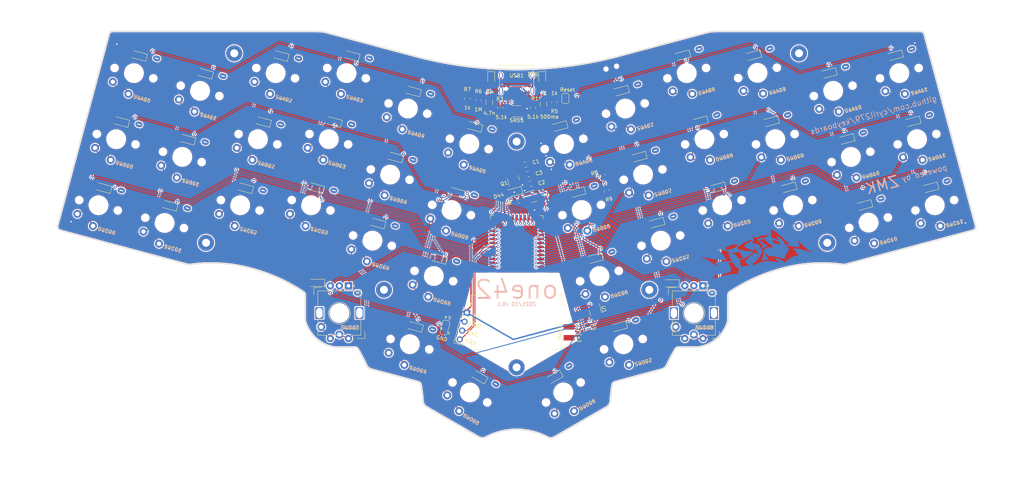
<source format=kicad_pcb>
(kicad_pcb (version 20211014) (generator pcbnew)
  (layers (0 "F.Cu" signal) (31 "B.Cu" signal) (34 "B.Paste" user) (35 "F.Paste" user) (36 "B.SilkS" user "B.Silkscreen") (37 "F.SilkS" user "F.Silkscreen") (38 "B.Mask" user) (39 "F.Mask" user) (44 "Edge.Cuts" user))
  (net 0 "")
  (net 1 "GND")
  (net 2 "VBAT")
  (net 3 "/PVIN")
  (net 4 "VBUS")
  (net 5 "Net-(D2-Pad2)")
  (net 6 "/SHIELD")
  (net 7 "ROWA")
  (net 8 "Net-(D3-Pad2)")
  (net 9 "Net-(D4-Pad2)")
  (net 10 "Net-(D5-Pad2)")
  (net 11 "Net-(D6-Pad2)")
  (net 12 "Net-(D7-Pad2)")
  (net 13 "Net-(D8-Pad2)")
  (net 14 "Net-(D9-Pad2)")
  (net 15 "Net-(D10-Pad2)")
  (net 16 "Net-(D11-Pad2)")
  (net 17 "Net-(D12-Pad2)")
  (net 18 "Net-(D1-Pad2)")
  (net 19 "Net-(D13-Pad2)")
  (net 20 "Net-(D14-Pad2)")
  (net 21 "Net-(D15-Pad2)")
  (net 22 "Net-(D16-Pad2)")
  (net 23 "Net-(D17-Pad2)")
  (net 24 "Net-(D18-Pad2)")
  (net 25 "Net-(D19-Pad2)")
  (net 26 "Net-(D20-Pad2)")
  (net 27 "Net-(D21-Pad2)")
  (net 28 "Net-(D22-Pad2)")
  (net 29 "ROWB")
  (net 30 "Net-(D23-Pad2)")
  (net 31 "Net-(D24-Pad2)")
  (net 32 "Net-(D25-Pad2)")
  (net 33 "Net-(D26-Pad2)")
  (net 34 "Net-(D27-Pad2)")
  (net 35 "Net-(D28-Pad2)")
  (net 36 "Net-(D29-Pad2)")
  (net 37 "Net-(D30-Pad2)")
  (net 38 "Net-(D31-Pad2)")
  (net 39 "Net-(D32-Pad2)")
  (net 40 "ROWC")
  (net 41 "Net-(D33-Pad2)")
  (net 42 "Net-(D34-Pad2)")
  (net 43 "Net-(D35-Pad2)")
  (net 44 "Net-(D36-Pad2)")
  (net 45 "Net-(D37-Pad2)")
  (net 46 "Net-(D38-Pad2)")
  (net 47 "/RAW")
  (net 48 "Net-(R1-Pad2)")
  (net 49 "LED_1")
  (net 50 "ROWD")
  (net 51 "Net-(D39-Pad2)")
  (net 52 "Net-(D40-Pad2)")
  (net 53 "VDD_NRF")
  (net 54 "Net-(D41-Pad2)")
  (net 55 "Net-(D42-Pad2)")
  (net 56 "Net-(D45-Pad1)")
  (net 57 "RESET")
  (net 58 "Net-(D46-Pad1)")
  (net 59 "Net-(R3-Pad1)")
  (net 60 "/encBASE")
  (net 61 "Net-(R4-Pad1)")
  (net 62 "VTAP")
  (net 64 "enc1B")
  (net 65 "enc1A")
  (net 66 "enc2A")
  (net 67 "enc2B")
  (net 68 "COL11")
  (net 69 "COL10")
  (net 70 "COL09")
  (net 71 "COL08")
  (net 72 "COL07")
  (net 73 "COL06")
  (net 78 "COL00")
  (net 79 "COL01")
  (net 80 "COL02")
  (net 81 "COL03")
  (net 82 "COL04")
  (net 83 "COL05")
  (net 85 "D+")
  (net 86 "D-")
  (net 87 "SWD")
  (net 88 "SWC")
  (net 89 "Net-(BT1-Pad2)")
  (net 93 "/charge")
  (footprint "Resistor_SMD:R_0805_2012Metric" (layer "F.Cu") (at 24.714228 53.494854 90)
    (fp_text reference "R6")
    (fp_text value "1M")
  )
  (footprint "Package_TO_SOT_SMD:SOT-143" (layer "F.Cu") (at 35.214231 56.49486 180)
    (fp_text reference "D43" hide)
    (fp_text value "SR05")
  )
  (footprint "MountingHole:MountingHole_2.2mm_M2_Pad" (layer "F.Cu") (at 35.214235 126.89176)
    (fp_text reference "H5" hide)
    (fp_text value "MountingHole")
  )
  (footprint "keebLib:pg1353" (layer "F.Cu") (at -40.704398 82.326269 -15)
    (fp_text reference "SwC02")
    (fp_text value "SW_Push" hide)
  )
  (footprint "MountingHole:MountingHole_2.2mm_M2_Pad" (layer "F.Cu") (at 71.652668 105.582781)
    (fp_text reference "H4" hide)
    (fp_text value "MountingHole")
  )
  (footprint "Diode_SMD:D_SOD-123" (layer "F.Cu") (at -10.225864 41.216464 165)
    (fp_text reference "D4" hide)
    (fp_text value "D_Small")
  )
  (footprint "keebLib:pg1353" (layer "F.Cu") (at 69.948246 73.898459 15)
    (fp_text reference "SwB07")
    (fp_text value "SW_Push" hide)
  )
  (footprint "Package_TO_SOT_SMD:SOT-23-5" (layer "F.Cu") (at 56.86784 111.546493 -75)
    (fp_text reference "U1")
    (fp_text value "TP4054")
  )
  (footprint "Resistor_SMD:R_0805_2012Metric" (layer "F.Cu") (at 30.714227 55.494861 -90)
    (fp_text reference "R3")
    (fp_text value "5.1k")
  )
  (footprint "Resistor_SMD:R_0805_2012Metric" (layer "F.Cu") (at 59.962136 78.382244 105)
    (fp_text reference "R9")
    (fp_text value "2M")
  )
  (footprint "keebLib:pg1353" (layer "F.Cu") (at 48.054866 133.796501 30)
    (fp_text reference "SwD06")
    (fp_text value "SW_Push" hide)
  )
  (footprint "keebLib:pg1353" (layer "F.Cu") (at 22.37359 133.796501 -30)
    (fp_text reference "SwD05")
    (fp_text value "SW_Push" hide)
  )
  (footprint "Diode_SMD:D_SOD-123" (layer "F.Cu") (at 45.549912 129.663357 -150)
    (fp_text reference "D40" hide)
    (fp_text value "D_Small")
  )
  (footprint "keebLib:pg1353" (layer "F.Cu") (at 150.059239 82.326266 15)
    (fp_text reference "SwC11")
    (fp_text value "SW_Push" hide)
  )
  (footprint "Diode_SMD:D_SOD-123" (layer "F.Cu") (at -68.615446 41.216462 165)
    (fp_text reference "D1" hide)
    (fp_text value "D_Small")
  )
  (footprint "keebLib:pg1353" (layer "F.Cu") (at 81.938067 46.007456 15)
    (fp_text reference "SwA08")
    (fp_text value "SW_Push" hide)
  )
  (footprint "MountingHole:MountingHole_2.2mm_M2_Pad" (layer "F.Cu") (at -1.224211 105.582782)
    (fp_text reference "H8" hide)
    (fp_text value "MountingHole")
  )
  (footprint "keebLib:pg1353" (layer "F.Cu") (at -61.471379 87.192065 -15)
    (fp_text reference "SwC01")
    (fp_text value "SW_Push" hide)
  )
  (footprint "Diode_SMD:D_SOD-123" (layer "F.Cu") (at 109.835346 77.483732 -165)
    (fp_text reference "D34" hide)
    (fp_text value "D_Small")
  )
  (footprint "keebLib:pg1353" (layer "F.Cu") (at 101.379738 45.92698 15)
    (fp_text reference "SwA09")
    (fp_text value "SW_Push" hide)
  )
  (footprint "MountingHole:MountingHole_2.2mm_M2_Pad" (layer "F.Cu") (at -50.095677 92.647306)
    (fp_text reference "H1" hide)
    (fp_text value "MountingHole")
  )
  (footprint "keebLib:pg1353" (layer "F.Cu") (at -11.509612 46.007457 -15)
    (fp_text reference "SwA03")
    (fp_text value "SW_Push" hide)
  )
  (footprint "keebLib:pg1353_ec11rotSw" (layer "F.Cu") (at -13.470048 111.971203)
    (fp_text reference "SwD03")
    (fp_text value "Rotary_Encoder_Switch")
  )
  (footprint "keebMCU:USB_C_Receptacle_HRO_TYPE-C-31-M-12_handsolder" (layer "F.Cu") (at 35.214227 47.706256 180)
    (fp_text reference "USB1")
    (fp_text value "HRO-TYPE-C-31-M-12")
  )
  (footprint "Diode_SMD:D_SOD-123" (layer "F.Cu") (at 68.650707 69.055974 -165)
    (fp_text reference "D20" hide)
    (fp_text value "D_Small")
  )
  (footprint "keebLib:switch_SSSS811101" (layer "F.Cu") (at 61.214232 44.494858 -165)
    (fp_text reference "SW44" hide)
    (fp_text value "SW_SPDT")
  )
  (footprint "Resistor_SMD:R_0805_2012Metric" (layer "F.Cu") (at 45.594691 53.979272 -90)
    (fp_text reference "R5")
    (fp_text value "1k")
  )
  (footprint "Diode_SMD:D_SOD-123" (layer "F.Cu") (at 100.10376 41.164963 -165)
    (fp_text reference "D10" hide)
    (fp_text value "D_Small")
  )
  (footprint "Diode_SMD:D_SOD-123" (layer "F.Cu") (at 46.897399 60.63669 -165)
    (fp_text reference "D7" hide)
    (fp_text value "D_Small")
  )
  (footprint "Diode_SMD:D_SOD-123" (layer "F.Cu") (at 13.783071 97.016675 165)
    (fp_text reference "D30" hide)
    (fp_text value "D_Small")
  )
  (footprint "keebLib:pg1353" (layer "F.Cu") (at -30.972803 46.007458 -15)
    (fp_text reference "SwA02")
    (fp_text value "SW_Push" hide)
  )
  (footprint "keebLib:pg1353" (layer "F.Cu") (at 0.48021 73.898459 -15)
    (fp_text reference "SwB04")
    (fp_text value "SW_Push" hide)
  )
  (footprint "Diode_SMD:D_SOD-123" (layer "F.Cu") (at 51.795078 78.787534 -165)
    (fp_text reference "D19" hide)
    (fp_text value "D_Small")
  )
  (footprint "Diode_SMD:D_SOD-123" (layer "F.Cu") (at 120.870724 46.030786 -165)
    (fp_text reference "D11" hide)
    (fp_text value "D_Small")
  )
  (footprint "Resistor_SMD:R_0805_2012Metric" (layer "F.Cu") (at 21.714226 52.979274 -90)
    (fp_text reference "R7")
    (fp_text value "1k")
  )
  (footprint "Diode_SMD:D_SOD-123" (layer "F.Cu") (at 56.62898 96.955466 -165)
    (fp_text reference "D31" hide)
    (fp_text value "D_Small")
  )
  (footprint "keebLib:cell_pads" (layer "F.Cu") (at 49.616551 117.260393 90)
    (fp_text reference "BT1" hide)
    (fp_text value "Battery_Cell")
  )
  (footprint "keebLib:pg1353" (layer "F.Cu") (at 106.267058 64.166863 15)
    (fp_text reference "SwB09")
    (fp_text value "SW_Push" hide)
  )
  (footprint "keebMCU:nRF52840_holyiot_18010_HS_simple" (layer "F.Cu") (at 35.214235 94.687222 180)
    (fp_text reference "U3" hide)
    (fp_text value "nRF52840_holyiot_18010")
  )
  (footprint "Capacitor_SMD:C_0805_2012Metric" (layer "F.Cu") (at 39.047183 76.448029 15)
    (fp_text reference "C2")
    (fp_text value "1uF")
  )
  (footprint "keebLib:pg1353" (layer "F.Cu") (at 65.082449 55.739053 15)
    (fp_text reference "SwA07")
    (fp_text value "SW_Push" hide)
  )
  (footprint "keebLib:pg1353" (layer "F.Cu") (at 64.540011 120.5244 15)
    (fp_text reference "SwD07")
    (fp_text value "SW_Push" hide)
  )
  (footprint "keebLib:pg1353" (layer "F.Cu") (at 140.327647 46.007457 15)
    (fp_text reference "SwA11")
    (fp_text value "SW_Push" hide)
  )
  (footprint "Resistor_SMD:R_0805_2012Metric" (layer "F.Cu") (at 58.808059 74.075188 105)
    (fp_text reference "R8")
    (fp_text value "806k")
  )
  (footprint "Fuse:Fuse_1206_3216Metric" (layer "F.Cu") (at 42.594689 54.479272 90)
    (fp_text reference "F1")
    (fp_text value "500ma")
  )
  (footprint "keebLib:pg1353" (layer "F.Cu") (at 22.201627 65.47065 -15)
    (fp_text reference "SwA05")
    (fp_text value "SW_Push" hide)
  )
  (footprint "Connector_PinHeader_2.54mm:PinHeader_1x04_P2.54mm_Vertical" (layer "F.Cu") (at 21.560946 111.86961 -15)
    (fp_text reference "J1")
    (fp_text value "Conn_01x04_Female")
  )
  (footprint "Diode_SMD:D_SOD-123" (layer "F.Cu") (at 73.516501 87.215362 -165)
    (fp_text reference "D32" hide)
    (fp_text value "D_Small")
  )
  (footprint "keebLib:pg1353" (layer "F.Cu") (at -4.385587 92.057864 -15)
    (fp_text reference "SwC04")
    (fp_text value "SW_Push" hide)
  )
  (footprint "Diode_SMD:D_SOD-123" (layer "F.Cu") (at 77.660804 103.808922 180)
    (fp_text reference "D42" hide)
    (fp_text value "D_Small")
  )
  (footprint "keebLib:pg1353" (layer "F.Cu") (at 86.803865 64.166862 15)
    (fp_text reference "SwB08")
    (fp_text value "SW_Push" hide)
  )
  (footprint "Diode_SMD:D_SOD-123" (layer "F.Cu") (at -78.347041 77.535276 165)
    (fp_text reference "D25" hide)
    (fp_text value "D_Small")
  )
  (footprint "keebLib:pg1353" (layer "F.Cu") (at -79.630783 82.326267 -15)
    (fp_text reference "SwC00")
    (fp_text value "SW_Push" hide)
  )
  (footprint "keebLib:pg1353" (layer "F.Cu") (at 127.034041 69.032661 15)
    (fp_text reference "SwB10")
    (fp_text value "SW_Push" hide)
  )
  (footprint "MountingHole:MountingHole_2.2mm_M2_Pad" (layer "F.Cu") (at 120.524138 92.647305)
    (fp_text reference "H2" hide)
    (fp_text value "MountingHole")
  )
  (footprint "Diode_SMD:D_SOD-123" (layer "F.Cu") (at 63.245913 115.69477 -165)
    (fp_text reference "D41" hide)
    (fp_text value "D_Small")
  )
  (footprint "keebLib:pg1353" (layer "F.Cu") (at 5.346008 55.739054 -15)
    (fp_text reference "SwA04")
    (fp_text value "SW_Push" hide)
  )
  (footprint "keebLib:pg1353" (layer "F.Cu") (at 74.814044 92.057865 15)
    (fp_text reference "SwC07")
    (fp_text value "SW_Push" hide)
  )
  (footprint "one42:one42" (layer "F.Cu") (at 35.214228 34.494856)
    (fp_text reference "U4" hide)
    (fp_text value "One42")
    (fp_line (start 10.394013 111.568389) (end 24.746987 103.281695) (layer "Edge.Cuts") (width 0.2))
    (fp_line (start 126.098794 53.51229) (end 111.958818 0.74118) (layer "Edge.Cuts") (width 0.2))
    (fp_line (start -39.923454 92.921501) (end -27.012584 96.380958) (layer "Edge.Cuts") (width 0.2))
    (fp_line (start 58.084276 79.216083) (end 58.084276 72.509715) (layer "Edge.Cuts") (width 0.2))
    (fp_line (start 110.992892 0) (end 54.687168 0) (layer "Edge.Cuts") (width 0.2))
    (fp_line (start 44.436438 86.876347) (end 49.73933 86.876347) (layer "Edge.Cuts") (width 0.2))
    (fp_line (start -125.391688 54.737035) (end -90.434991 64.103654) (layer "Edge.Cuts") (width 0.2))
    (fp_line (start -24.746987 103.281695) (end -10.394013 111.568389) (layer "Edge.Cuts") (width 0.2))
    (fp_line (start 90.434991 64.103654) (end 125.391688 54.737035) (layer "Edge.Cuts") (width 0.2))
    (fp_line (start -111.958818 0.74118) (end -126.098794 53.51229) (layer "Edge.Cuts") (width 0.2))
    (fp_line (start 27.012584 96.380958) (end 39.923454 92.921501) (layer "Edge.Cuts") (width 0.2))
    (fp_line (start -54.687168 0) (end -110.992892 0) (layer "Edge.Cuts") (width 0.2))
    (fp_line (start 52.098977 0.340741) (end 28.1793 6.749999) (layer "Edge.Cuts") (width 0.2))
    (fp_line (start -58.084276 72.509715) (end -58.084276 79.216083) (layer "Edge.Cuts") (width 0.2))
    (fp_line (start -49.73933 86.876347) (end -44.436438 86.876347) (layer "Edge.Cuts") (width 0.2))
    (fp_line (start -28.1793 6.749999) (end -52.098977 0.340741) (layer "Edge.Cuts") (width 0.2))
    (fp_arc (start -27.012584 96.380958) (mid -26.532751 96.672797) (end -26.285896 97.177249) (layer "Edge.Cuts") (width 0.2))
    (fp_arc (start 58.531848 71.676155) (mid 65.908404 67.655512) (end 73.865523 64.960439) (layer "Edge.Cuts") (width 0.2))
    (fp_arc (start -43.577388 87.364454) (mid -42.341139 89.566856) (end -41.220561 91.830303) (layer "Edge.Cuts") (width 0.2))
    (fp_arc (start -8.454611 111.60199) (mid -9.428658 111.836039) (end -10.394013 111.568389) (layer "Edge.Cuts") (width 0.2))
    (fp_arc (start 110.992892 -0.000001) (mid 111.601653 0.206646) (end 111.958818 0.74118) (layer "Edge.Cuts") (width 0.2))
    (fp_arc (start 43.577389 87.364454) (mid 43.94242 87.006895) (end 44.436438 86.876347) (layer "Edge.Cuts") (width 0.2))
    (fp_arc (start 90.434991 64.103654) (mid 90.041033 64.167974) (end 89.642148 64.152777) (layer "Edge.Cuts") (width 0.2))
    (fp_arc (start 28.1793 6.749999) (mid 0 10.459874) (end -28.1793 6.749999) (layer "Edge.Cuts") (width 0.2))
    (fp_arc (start -125.391688 54.737034) (mid -125.998894 54.271108) (end -126.098794 53.51229) (layer "Edge.Cuts") (width 0.2))
    (fp_arc (start -24.746988 103.281696) (mid -25.44328 102.609169) (end -25.742167 101.688418) (layer "Edge.Cuts") (width 0.2))
    (fp_arc (start -73.865523 64.960438) (mid -65.908404 67.65551) (end -58.531848 71.676154) (layer "Edge.Cuts") (width 0.2))
    (fp_arc (start 58.005227 79.772808) (mid 55.057441 84.451395) (end 50.074045 86.848139) (layer "Edge.Cuts") (width 0.2))
    (fp_arc (start -50.074045 86.84814) (mid -55.057442 84.451396) (end -58.005228 79.772809) (layer "Edge.Cuts") (width 0.2))
    (fp_arc (start -26.285896 97.177249) (mid -25.957056 99.425966) (end -25.742167 101.688418) (layer "Edge.Cuts") (width 0.2))
    (fp_arc (start 52.098978 0.340742) (mid 53.381906 0.085552) (end 54.687168 0) (layer "Edge.Cuts") (width 0.2))
    (fp_arc (start 73.865524 64.960439) (mid 81.715521 63.808182) (end 89.642148 64.152777) (layer "Edge.Cuts") (width 0.2))
    (fp_arc (start -44.436438 86.876346) (mid -43.94242 87.006894) (end -43.577388 87.364454) (layer "Edge.Cuts") (width 0.2))
    (fp_arc (start 10.394013 111.568388) (mid 9.428659 111.836037) (end 8.454612 111.601989) (layer "Edge.Cuts") (width 0.2))
    (fp_arc (start -54.687167 -0.000001) (mid -53.381905 0.08555) (end -52.098977 0.340741) (layer "Edge.Cuts") (width 0.2))
    (fp_arc (start 126.098795 53.51229) (mid 125.998894 54.271109) (end 125.391688 54.737035) (layer "Edge.Cuts") (width 0.2))
    (fp_arc (start 50.074045 86.84814) (mid 49.907281 86.869283) (end 49.73933 86.876347) (layer "Edge.Cuts") (width 0.2))
    (fp_arc (start -39.923453 92.921502) (mid -40.693325 92.520113) (end -41.220561 91.830303) (layer "Edge.Cuts") (width 0.2))
    (fp_arc (start 25.742166 101.688418) (mid 25.443279 102.609168) (end 24.746987 103.281695) (layer "Edge.Cuts") (width 0.2))
    (fp_arc (start -49.73933 86.876346) (mid -49.907281 86.869282) (end -50.074045 86.848139) (layer "Edge.Cuts") (width 0.2))
    (fp_arc (start 58.084276 72.509715) (mid 58.203246 72.036655) (end 58.531848 71.676154) (layer "Edge.Cuts") (width 0.2))
    (fp_arc (start 58.084276 79.216082) (mid 58.064415 79.497237) (end 58.005228 79.772809) (layer "Edge.Cuts") (width 0.2))
    (fp_arc (start -58.005228 79.77281) (mid -58.064416 79.497239) (end -58.084276 79.216083) (layer "Edge.Cuts") (width 0.2))
    (fp_arc (start -8.454613 111.601989) (mid 0 109.492852) (end 8.454612 111.601989) (layer "Edge.Cuts") (width 0.2))
    (fp_arc (start 41.220561 91.830302) (mid 40.693326 92.520112) (end 39.923454 92.921501) (layer "Edge.Cuts") (width 0.2))
    (fp_arc (start -58.531848 71.676154) (mid -58.203246 72.036655) (end -58.084276 72.509715) (layer "Edge.Cuts") (width 0.2))
    (fp_arc (start -111.958817 0.74118) (mid -111.601653 0.206646) (end -110.992892 0) (layer "Edge.Cuts") (width 0.2))
    (fp_arc (start -89.642148 64.152777) (mid -90.041033 64.167974) (end -90.434991 64.103654) (layer "Edge.Cuts") (width 0.2))
    (fp_arc (start 25.742167 101.688418) (mid 25.957057 99.425966) (end 26.285896 97.177249) (layer "Edge.Cuts") (width 0.2))
    (fp_arc (start 26.285896 97.177249) (mid 26.532751 96.672797) (end 27.012584 96.380958) (layer "Edge.Cuts") (width 0.2))
    (fp_arc (start -89.642147 64.152777) (mid -81.71552 63.808181) (end -73.865523 64.960439) (layer "Edge.Cuts") (width 0.2))
    (fp_arc (start 41.220561 91.830303) (mid 42.341139 89.566856) (end 43.577388 87.364454) (layer "Edge.Cuts") (width 0.2))
  )
  (footprint "Diode_SMD:D_SOD-123" (layer "F.Cu") (at 6.629757 50.948063 165)
    (fp_text reference "D5" hide)
    (fp_text value "D_Small")
  )
  (footprint "keebLib:pg1353" (layer "F.Cu") (at 111.132858 82.326268 15)
    (fp_text reference "SwC09")
    (fp_text value "SW_Push" hide)
  )
  (footprint "Capacitor_SMD:C_1206_3216Metric" (layer "F.Cu") (at 27.714228 53.99486 90)
    (fp_text reference "C4")
    (fp_text value "4.7n")
  )
  (footprint "Diode_SMD:D_SOD-123" (layer "F.Cu") (at -15.091668 59.375878 165)
    (fp_text reference "D16" hide)
    (fp_text value "D_Small")
  )
  (footprint "Diode_SMD:D_SOD-123" (layer "F.Cu") (at 139.03011 41.164992 -165)
    (fp_text reference "D12" hide)
    (fp_text value "D_Small")
  )
  (footprint "keebLib:pg1353" (layer "F.Cu") (at -21.241207 82.326269 -15)
    (fp_text reference "SwC03")
    (fp_text value "SW_Push" hide)
  )
  (footprint "Diode_SMD:D_SOD-123" (layer "F.Cu") (at -60.187627 82.40108 165)
    (fp_text reference "D26" hide)
    (fp_text value "D_Small")
  )
  (footprint "Diode_SMD:D_SOD-123" (layer "F.Cu") (at -50.456037 46.082252 165)
    (fp_text reference "D2" hide)
    (fp_text value "D_Small")
  )
  (footprint "Diode_SMD:D_SOD-123" (layer "F.Cu") (at 125.736516 64.190171 -165)
    (fp_text reference "D23" hide)
    (fp_text value "D_Small")
  )
  (footprint "Resistor_SMD:R_0805_2012Metric" (layer "F.Cu") (at 35.606385 80.993448 15)
    (fp_text reference "R2")
    (fp_text value "10k")
  )
  (footprint "MountingHole:MountingHole_2.2mm_M2_Pad" (layer "F.Cu") (at 112.776956 40.552217)
    (fp_text reference "H3" hide)
    (fp_text value "MountingHole")
  )
  (footprint "Diode_SMD:D_SOD-123" (layer "F.Cu") (at -19.957463 77.535281 165)
    (fp_text reference "D28" hide)
    (fp_text value "D_Small")
  )
  (footprint "keebLib:pg1353" (layer "F.Cu") (at -35.8386 64.166863 -15)
    (fp_text reference "SwB02")
    (fp_text value "SW_Push" hide)
  )
  (footprint "Jumper:SolderJumper-3_P1.3mm_Open_RoundedPad1.0x1.5mm" (layer "F.Cu") (at 15.541642 115.974468 75)
    (fp_text reference "JP1" hide)
    (fp_text value "EncoderPolarity")
  )
  (footprint "Diode_SMD:D_SOD-123" (layer "F.Cu") (at 148.7617 77.483764 -165)
    (fp_text reference "D36" hide)
    (fp_text value "D_Small")
  )
  (footprint "Diode_SMD:D_SOD-123" (layer "F.Cu") (at -29.689056 41.216478 165)
    (fp_text reference "D3" hide)
    (fp_text value "D_Small")
  )
  (footprint "keebLib:pg1353" (layer "F.Cu") (at 57.958425 101.789461 15)
    (fp_text reference "SwC06")
    (fp_text value "SW_Push" hide)
  )
  (footprint "Diode_SMD:D_SOD-123" (layer "F.Cu") (at -73.481246 59.375875 165)
    (fp_text reference "D13" hide)
    (fp_text value "D_Small")
  )
  (footprint "Diode_SMD:D_SOD-123" (layer "F.Cu") (at -39.432995 77.581361 165)
    (fp_text reference "D27" hide)
    (fp_text value "D_Small")
  )
  (footprint "Diode_SMD:D_SOD-123" (layer "F.Cu") (at 143.895905 59.324381 -165)
    (fp_text reference "D24" hide)
    (fp_text value "D_Small")
  )
  (footprint "Diode_SMD:D_0805_2012Metric" (layer "F.Cu") (at 28.214236 47.296437 -90)
    (fp_text reference "D46" hide)
    (fp_text value "statusLED")
  )
  (footprint "Diode_SMD:D_SOD-123" (layer "F.Cu") (at -34.554857 59.375881 165)
    (fp_text reference "D15" hide)
    (fp_text value "D_Small")
  )
  (footprint "Diode_SMD:D_SOD-123" (layer "F.Cu") (at 104.969555 59.324345 -165)
    (fp_text reference "D22" hide)
    (fp_text value "D_Small")
  )
  (footprint "keebLib:pg1353" (layer "F.Cu") (at 122.16824 50.873254 15)
    (fp_text reference "SwA10")
    (fp_text value "SW_Push" hide)
  )
  (footprint "keebLib:pg1353" (layer "F.Cu") (at -16.375409 64.166863 -15)
    (fp_text reference "SwB03")
    (fp_text value "SW_Push" hide)
  )
  (footprint "Resistor_SMD:R_0805_2012Metric" (layer "F.Cu") (at 54.941954 116.159839 -75)
    (fp_text reference "R4")
    (fp_text value "10k")
  )
  (footprint "Diode_SMD:D_SOD-123" (layer "F.Cu") (at 23.517258 60.688199 165)
    (fp_text reference "D6" hide)
    (fp_text value "D_Small")
  )
  (footprint "keebLib:pg1353" (layer "F.Cu") (at 145.193444 64.166863 15)
    (fp_text reference "SwB11")
    (fp_text value "SW_Push" hide)
  )
  (footprint "Diode_SMD:D_SOD-123" (layer "F.Cu") (at -19.759643 103.673914 180)
    (fp_text reference "D37" hide)
    (fp_text value "D_Small")
  )
  (footprint "keebLib:pg1353" (layer "F.Cu") (at 53.092629 83.630056 15)
    (fp_text reference "SwB06")
    (fp_text value "SW_Push" hide)
  )
  (footprint "Diode_SMD:D_SOD-123" (layer "F.Cu") (at 85.506316 59.324339 -165)
    (fp_text reference "D21" hide)
    (fp_text value "D_Small")
  )
  (footprint "Capacitor_SMD:C_0805_2012Metric" (layer "F.Cu") (at 38.335427 73.791736 15)
    (fp_text reference "C3")
    (fp_text value "1uF")
  )
  (footprint "Capacitor_SMD:C_0805_2012Metric" (layer "F.Cu") (at 37.62367 71.135434 15)
    (fp_text reference "C1")
    (fp_text value "4.7uF")
  )
  (footprint "Diode_SMD:D_SOD-123" (layer "F.Cu") (at 34.476373 78.708047 -165)
    (fp_text reference "D44")
    (fp_text value "1N5819")
  )
  (footprint "keebLib:pg1353_ec11rotSw" (layer "F.Cu") (at 83.898503 111.971204)
    (fp_text reference "SwD08")
    (fp_text value "Rotary_Encoder_Switch")
  )
  (footprint "Diode_SMD:D_SOD-123" (layer "F.Cu") (at 7.182545 115.69477 165)
    (fp_text reference "D38" hide)
    (fp_text value "D_Small")
  )
  (footprint "Diode_SMD:D_SOD-123" (layer "F.Cu") (at -3.101843 87.266876 165)
    (fp_text reference "D29" hide)
    (fp_text value "D_Small")
  )
  (footprint "keebLib:pg1353" (layer "F.Cu") (at -56.60558 69.03266 -15)
    (fp_text reference "SwB01")
    (fp_text value "SW_Push" hide)
  )
  (footprint "keebLib:pg1353" (layer "F.Cu") (at -69.899187 46.007456 -15)
    (fp_text reference "SwA00")
    (fp_text value "SW_Push" hide)
  )
  (footprint "keebLib:pg1353" (layer "F.Cu") (at 48.22683 65.470649 15)
    (fp_text reference "SwA06")
    (fp_text value "SW_Push" hide)
  )
  (footprint "MountingHole:MountingHole_2.2mm_M2_Pad" (layer "F.Cu") (at -42.348495 40.55222)
    (fp_text reference "H6" hide)
    (fp_text value "MountingHole")
  )
  (footprint "Package_TO_SOT_SMD:SOT-23" (layer "F.Cu") (at 34.294951 75.133192 105)
    (fp_text reference "Q1")
    (fp_text value "AO3401A")
  )
  (footprint "Diode_SMD:D_0805_2012Metric" (layer "F.Cu") (at 42.214227 47.29643 -90)
    (fp_text reference "D45")
    (fp_text value "powerLED")
  )
  (footprint "keebLib:pg1353" (layer "F.Cu") (at 131.878289 87.111573 15)
    (fp_text reference "SwC10")
    (fp_text value "SW_Push" hide)
  )
  (footprint "Diode_SMD:D_SOD-123" (layer "F.Cu") (at 90.37211 77.483725 -165)
    (fp_text reference "D33" hide)
    (fp_text value "D_Small")
  )
  (footprint "Diode_SMD:D_SOD-123" (layer "F.Cu") (at 130.602309 82.349559 -165)
    (fp_text reference "D35" hide)
    (fp_text value "D_Small")
  )
  (footprint "Diode_SMD:D_SOD-123" (layer "F.Cu") (at 63.784915 50.896591 -165)
    (fp_text reference "D8" hide)
    (fp_text value "D_Small")
  )
  (footprint "keebLib:pg1353" (layer "F.Cu") (at 12.47003 101.789461 -15)
    (fp_text reference "SwC05")
    (fp_text value "SW_Push" hide)
  )
  (footprint "keebLib:pg1353" (layer "F.Cu") (at 91.669664 82.326268 15)
    (fp_text reference "SwC08")
    (fp_text value "SW_Push" hide)
  )
  (footprint "Diode_SMD:D_SOD-123" (layer "F.Cu") (at 1.76396 69.107462 165)
    (fp_text reference "D17" hide)
    (fp_text value "D_Small")
  )
  (footprint "Package_TO_SOT_SMD:SOT-23-5" (layer "F.Cu") (at 39.71157 79.893474 15)
    (fp_text reference "U2")
    (fp_text value "AP2112K-3.3")
  )
  (footprint "keebLib:pg1353" (layer "F.Cu") (at 17.335829 83.630054 -15)
    (fp_text reference "SwB05")
    (fp_text value "SW_Push" hide)
  )
  (footprint "Diode_SMD:D_SOD-123" (layer "F.Cu") (at 80.640523 41.164955 -165)
    (fp_text reference "D9" hide)
    (fp_text value "D_Small")
  )
  (footprint "keebLib:pg1353" (layer "F.Cu") (at -74.764986 64.166861 -15)
    (fp_text reference "SwB00")
    (fp_text value "SW_Push" hide)
  )
  (footprint "Diode_SMD:D_SOD-123" (layer "F.Cu") (at 24.87359 129.466372 150)
    (fp_text reference "D39" hide)
    (fp_text value "D_Small")
  )
  (footprint "MountingHole:MountingHole_2.2mm_M2_Pad" (layer "F.Cu") (at 35.214231 64.816879)
    (fp_text reference "H7" hide)
    (fp_text value "MountingHole")
  )
  (footprint "Resistor_SMD:R_0805_2012Metric" (layer "F.Cu") (at 39.714226 55.494858 90)
    (fp_text reference "R1")
    (fp_text value "5.1k")
  )
  (footprint "keebLib:pg1353" (layer "F.Cu") (at 5.888448 120.524399 -15)
    (fp_text reference "SwD04")
    (fp_text value "SW_Push" hide)
  )
  (footprint "Diode_SMD:D_SOD-123" (layer "F.Cu") (at 18.651459 78.847614 165)
    (fp_text reference "D18" hide)
    (fp_text value "D_Small")
  )
  (footprint "Diode_SMD:D_SOD-123" (layer "F.Cu") (at -55.321834 64.241675 165)
    (fp_text reference "D14" hide)
    (fp_text value "D_Small")
  )
  (footprint "Jumper:SolderJumper-2_P1.3mm_Open_RoundedPad1.0x1.5mm" (layer "F.Cu") (at 48.594697 52.979273 90)
    (fp_text reference "JP3" hide)
    (fp_text value "Reset")
  )
  (footprint "keebLib:pg1353" (layer "F.Cu") (at -51.739783 50.873253 -15)
    (fp_text reference "SwA01")
    (fp_text value "SW_Push" hide)
  )
  (gr_text "+V" (at 16.221031 113.146521 -15) (layer "F.SilkS") (effects (font (size 1 1))))
  (gr_text "GND" (at 14.66812 118.942073 -15) (layer "F.SilkS") (effects (font (size 1 1))))
  (gr_text "SWD" (at 22.654344 120.046698 -15) (layer "F.SilkS") (effects (font (size 1 1))))
  (gr_text "GND" (at 23.948442 115.217073 -15) (layer "F.SilkS") (effects (font (size 1 1))))
  (gr_text "+V" (at 24.112527 112.672844 -15) (layer "F.SilkS") (effects (font (size 1 1))))
  (gr_text "SWC" (at 23.301392 117.631884 -15) (layer "F.SilkS") (effects (font (size 1 1))))
  (segment (start 38.472631 52.113754) (end 39.665428 53.306554) (width 0.4) (layer "F.Cu") (net 1))
  (segment (start 31.693017 52.384967) (end 30.811971 52.384967) (width 0.4) (layer "F.Cu") (net 1))
  (segment (start 20.903547 114.323061) (end 19.183569 113.862196) (width 0.5) (layer "F.Cu") (net 1))
  (segment (start 38.464228 52.113756) (end 38.472631 52.113754) (width 0.4) (layer "F.Cu") (net 1))
  (segment (start 36.598086 57.548709) (end 36.314233 57.264854) (width 0.4) (layer "F.Cu") (net 1))
  (segment (start 31.964229 52.113755) (end 31.693017 52.384967) (width 0.4) (layer "F.Cu") (net 1))
  (segment (start 36.598089 58.547635) (end 36.598086 57.548709) (width 0.4) (layer "F.Cu") (net 1))
  (via (at 36.803445 76.732309) (size 0.8) (drill 0.4) (layers "F.Cu" "B.Cu") (net 1))
  (via (at 37.40756 78.2902) (size 0.8) (drill 0.4) (layers "F.Cu" "B.Cu") (net 1))
  (via (at 144.590317 37.703835) (size 0.8) (drill 0.4) (layers "F.Cu" "B.Cu") (net 1))
  (via (at 43.293233 68.739645) (size 0.8) (drill 0.4) (layers "F.Cu" "B.Cu") (net 1))
  (via (at 41.944652 65.272467) (size 0.8) (drill 0.4) (layers "F.Cu" "B.Cu") (net 1))
  (via (at -87.15916 86.825472) (size 0.8) (drill 0.4) (layers "F.Cu" "B.Cu") (net 1))
  (via (at 40.131923 83.628774) (size 0.8) (drill 0.4) (layers "F.Cu" "B.Cu") (net 1))
  (via (at 36.598089 58.547635) (size 0.8) (drill 0.4) (layers "F.Cu" "B.Cu") (net 1))
  (via (at 38.061971 55.744856) (size 0.8) (drill 0.4) (layers "F.Cu" "B.Cu") (net 1))
  (via (at -74.602815 38.046943) (size 0.8) (drill 0.4) (layers "F.Cu" "B.Cu") (net 1))
  (via (at 35.214231 46.956896) (size 0.8) (drill 0.4) (layers "F.Cu" "B.Cu") (net 1))
  (via (at 158.495461 87.177297) (size 0.8) (drill 0.4) (layers "F.Cu" "B.Cu") (net 1))
  (via (at 44.783236 72.451774) (size 0.8) (drill 0.4) (layers "F.Cu" "B.Cu") (net 1))
  (via (at 34.561971 78.744856) (size 0.8) (drill 0.4) (layers "F.Cu" "B.Cu") (net 1))
  (segment (start 43.374106 79.042401) (end 41.904426 78.193884) (width 0.4) (layer "F.Cu") (net 2))
  (segment (start 51.601133 118.228626) (end 52.969702 115.858192) (width 0.4) (layer "F.Cu") (net 2))
  (segment (start 40.369535 72.465605) (end 38.706296 71.505331) (width 0.4) (layer "F.Cu") (net 2))
  (segment (start 52.969702 115.858192) (end 51.648011 110.925563) (width 0.4) (layer "F.Cu") (net 2))
  (segment (start 37.589626 72.537904) (end 38.541299 70.889555) (width 0.4) (layer "F.Cu") (net 2))
  (segment (start 43.49296 79.48598) (end 43.309118 79.804402) (width 0.4) (layer "F.Cu") (net 2))
  (segment (start 49.616552 118.760395) (end 51.601133 118.228626) (width 0.4) (layer "F.Cu") (net 2))
  (segment (start 34.709631 74.607139) (end 35.683274 74.346253) (width 0.4) (layer "F.Cu") (net 2))
  (segment (start 41.904426 78.193884) (end 40.369535 72.465605) (width 0.4) (layer "F.Cu") (net 2))
  (segment (start 36.569518 72.81124) (end 37.589626 72.537904) (width 0.4) (layer "F.Cu") (net 2))
  (segment (start 58.312462 73.263295) (end 58.571888 73.19378) (width 0.4) (layer "F.Cu") (net 2))
  (segment (start 34.052312 74.227637) (end 34.709631 74.607139) (width 0.4) (layer "F.Cu") (net 2))
  (segment (start 55.334552 109.494719) (end 55.655799 110.693625) (width 0.4) (layer "F.Cu") (net 2))
  (segment (start 38.706296 71.505331) (end 38.541299 70.889555) (width 0.4) (layer "F.Cu") (net 2))
  (segment (start 43.309118 79.804402) (end 51.648011 110.925563) (width 0.4) (layer "F.Cu") (net 2))
  (segment (start 57.658327 74.396288) (end 58.312462 73.263295) (width 0.4) (layer "F.Cu") (net 2))
  (segment (start 43.49296 79.48598) (end 43.374106 79.042401) (width 0.4) (layer "F.Cu") (net 2))
  (segment (start 58.571888 73.19378) (end 58.24428 73.281562) (width 0.4) (layer "F.Cu") (net 2))
  (segment (start 35.683274 74.346253) (end 36.569518 72.81124) (width 0.4) (layer "F.Cu") (net 2))
  (via (at 43.49296 79.48598) (size 0.8) (drill 0.4) (layers "F.Cu" "B.Cu") (net 2))
  (via (at 51.648011 110.925563) (size 0.8) (drill 0.4) (layers "F.Cu" "B.Cu") (net 2))
  (via (at 55.334552 109.494719) (size 0.8) (drill 0.4) (layers "F.Cu" "B.Cu") (net 2))
  (via (at 57.658327 74.396288) (size 0.8) (drill 0.4) (layers "F.Cu" "B.Cu") (net 2))
  (segment (start 57.283002 75.046367) (end 57.658327 74.396288) (width 0.4) (layer "B.Cu") (net 2))
  (segment (start 43.49296 79.48598) (end 44.001519 78.605128) (width 0.4) (layer "B.Cu") (net 2))
  (segment (start 55.031957 110.018838) (end 51.648011 110.925563) (width 0.4) (layer "B.Cu") (net 2))
  (segment (start 44.001519 78.605128) (end 57.283002 75.046367) (width 0.4) (layer "B.Cu") (net 2))
  (segment (start 55.334552 109.494719) (end 55.031957 110.018838) (width 0.4) (layer "B.Cu") (net 2))
  (segment (start 36.186741 78.716122) (end 36.07015 78.280995) (width 0.25) (layer "F.Cu") (net 3))
  (segment (start 39.801886 80.230542) (end 39.376888 80.96666) (width 0.25) (layer "F.Cu") (net 3))
  (segment (start 35.406924 75.805814) (end 36.07015 78.280995) (width 0.25) (layer "F.Cu") (net 3))
  (segment (start 37.417798 74.037613) (end 36.578113 75.491993) (width 0.25) (layer "F.Cu") (net 3))
  (segment (start 37.53339 79.493604) (end 36.186741 78.716122) (width 0.25) (layer "F.Cu") (net 3))
  (segment (start 39.584383 79.418815) (end 39.801886 80.230542) (width 0.25) (layer "F.Cu") (net 3))
  (segment (start 36.578113 75.491993) (end 35.406924 75.805814) (width 0.25) (layer "F.Cu") (net 3))
  (segment (start 39.376888 80.96666) (end 38.858702 81.105508) (width 0.25) (layer "F.Cu") (net 3))
  (segment (start 38.366949 79.270253) (end 37.53339 79.493604) (width 0.25) (layer "F.Cu") (net 3))
  (segment (start 39.022717 79.094534) (end 39.584383 79.418815) (width 0.25) (layer "F.Cu") (net 3))
  (segment (start 38.366947 79.270249) (end 39.022717 79.094534) (width 0.25) (layer "F.Cu") (net 3))
  (segment (start 16.074809 113.984668) (end 15.878106 114.718763) (width 0.4) (layer "F.Cu") (net 4))
  (segment (start 31.767566 79.580243) (end 31.767566 79.911243) (width 0.4) (layer "F.Cu") (net 4))
  (segment (start 42.594691 55.879274) (end 44.14884 54.325126) (width 0.4) (layer "F.Cu") (net 4))
  (segment (start 21.560947 111.254126) (end 21.560946 111.86961) (width 0.4) (layer "F.Cu") (net 4))
  (segment (start 31.767565 64.274262) (end 35.924939 60.116884) (width 0.4) (layer "F.Cu") (net 4))
  (segment (start 43.116513 48.233931) (end 42.214227 48.23393) (width 0.4) (layer "F.Cu") (net 4))
  (segment (start 44.148839 49.266256) (end 43.116513 48.233931) (width 0.4) (layer "F.Cu") (net 4))
  (segment (start 32.885651 79.134281) (end 33.908718 77.362273) (width 0.4) (layer "F.Cu") (net 4))
  (segment (start 20.315979 111.536023) (end 16.074809 113.984668) (width 0.4) (layer "F.Cu") (net 4))
  (segment (start 23.410527 91.862513) (end 22.680908 92.592127) (width 0.4) (layer "F.Cu") (net 4))
  (segment (start 35.924939 60.116884) (end 37.250895 60.116884) (width 0.4) (layer "F.Cu") (net 4))
  (segment (start 31.963237 84.084565) (end 31.767563 83.888894) (width 0.4) (layer "F.Cu") (net 4))
  (segment (start 21.560946 111.86961) (end 20.315979 111.536023) (width 0.4) (layer "F.Cu") (net 4))
  (segment (start 31.963235 85.638225) (end 31.963237 84.084565) (width 0.4) (layer "F.Cu") (net 4))
  (segment (start 33.908718 77.362273) (end 33.619965 76.284623) (width 0.4) (layer "F.Cu") (net 4))
  (segment (start 39.757557 57.610223) (end 40.86375 57.610223) (width 0.4) (layer "F.Cu") (net 4))
  (segment (start 22.680908 92.592127) (end 22.680909 110.134165) (width 0.4) (layer "F.Cu") (net 4))
  (segment (start 32.437451 79.580243) (end 32.882593 79.1351) (width 0.4) (layer "F.Cu") (net 4))
  (segment (start 34.483867 80.329799) (end 32.968251 79.454758) (width 0.4) (layer "F.Cu") (net 4))
  (segment (start 31.914234 85.65052) (end 31.914231 87.300519) (width 0.4) (layer "F.Cu") (net 4))
  (segment (start 31.767563 83.888894) (end 31.767565 64.274262) (width 0.4) (layer "F.Cu") (net 4))
  (segment (start 55.836329 113.000511) (end 56.244616 112.891111) (width 0.4) (layer "F.Cu") (net 4))
  (segment (start 55.30821 113.915239) (end 55.836329 113.000511) (width 0.4) (layer "F.Cu") (net 4))
  (segment (start 37.250895 60.116884) (end 39.757557 57.610223) (width 0.4) (layer "F.Cu") (net 4))
  (segment (start 31.767566 79.580243) (end 32.437451 79.580243) (width 0.4) (layer "F.Cu") (net 4))
  (segment (start 34.682913 81.072669) (end 34.483867 80.329799) (width 0.4) (layer "F.Cu") (net 4))
  (segment (start 22.680909 110.134165) (end 21.560947 111.254126) (width 0.4) (layer "F.Cu") (net 4))
  (segment (start 31.914237 85.687226) (end 31.963235 85.638225) (width 0.4) (layer "F.Cu") (net 4))
  (segment (start 40.86375 57.610223) (end 42.594697 55.879274) (width 0.4) (layer "F.Cu") (net 4))
  (segment (start 44.14884 54.325126) (end 44.148839 49.266256) (width 0.4) (layer "F.Cu") (net 4))
  (via (at 55.30821 113.915239) (size 0.8) (drill 0.4) (layers "F.Cu" "B.Cu") (net 4))
  (via (at 31.914231 87.300519) (size 0.8) (drill 0.4) (layers "F.Cu" "B.Cu") (net 4))
  (via (at 23.410527 91.862513) (size 0.8) (drill 0.4) (layers "F.Cu" "B.Cu") (net 4))
  (segment (start 34.294652 119.221419) (end 21.560946 111.86961) (width 0.4) (layer "B.Cu") (net 4))
  (segment (start 23.821768 91.972707) (end 31.914231 87.300519) (width 0.4) (layer "B.Cu") (net 4))
  (segment (start 55.30821 113.915239) (end 54.924454 113.693682) (width 0.4) (layer "B.Cu") (net 4))
  (segment (start 23.410527 91.862513) (end 23.821768 91.972707) (width 0.4) (layer "B.Cu") (net 4))
  (segment (start 54.924454 113.693682) (end 34.294652 119.221419) (width 0.4) (layer "B.Cu") (net 4))
  (segment (start -53.482761 46.482512) (end -55.260851 53.118439) (width 0.25) (layer "F.Cu") (net 5))
  (segment (start -52.049814 45.655198) (end -53.482761 46.482512) (width 0.25) (layer "F.Cu") (net 5))
  (segment (start -55.260851 53.118439) (end -53.266812 56.572218) (width 0.25) (layer "F.Cu") (net 5))
  (segment (start 30.894232 50.689853) (end 30.894231 46.509854) (width 0.4) (layer "F.Cu") (net 6))
  (segment (start 39.534228 50.689856) (end 39.534223 46.509854) (width 0.4) (layer "F.Cu") (net 6))
  (segment (start 27.651732 52.582356) (end 24.714233 52.582356) (width 0.4) (layer "F.Cu") (net 6))
  (segment (start 27.714228 51.782463) (end 27.714228 52.519857) (width 0.4) (layer "F.Cu") (net 6))
  (segment (start 27.714228 52.519857) (end 27.651732 52.582356) (width 0.4) (layer "F.Cu") (net 6))
  (segment (start 27.370414 51.438649) (end 27.714228 51.782463) (width 0.4) (layer "F.Cu") (net 6))
  (via (at 27.370414 51.438649) (size 0.8) (drill 0.4) (layers "F.Cu" "B.Cu") (net 6))
  (segment (start 38.817217 49.306555) (end 39.534228 50.023564) (width 0.4) (layer "B.Cu") (net 6))
  (segment (start 39.534228 50.023564) (end 39.534229 50.689855) (width 0.4) (layer "B.Cu") (net 6))
  (segment (start 27.951042 50.858021) (end 30.726059 50.858021) (width 0.4) (layer "B.Cu") (net 6))
  (segment (start 31.611238 49.306553) (end 38.817217 49.306555) (width 0.4) (layer "B.Cu") (net 6))
  (segment (start 30.894226 50.023568) (end 31.611238 49.306553) (width 0.4) (layer "B.Cu") (net 6))
  (segment (start 30.726059 50.858021) (end 30.894227 50.689855) (width 0.4) (layer "B.Cu") (net 6))
  (segment (start 27.370414 51.438649) (end 27.951042 50.858021) (width 0.4) (layer "B.Cu") (net 6))
  (segment (start 30.894227 50.689857) (end 30.894226 50.023568) (width 0.4) (layer "B.Cu") (net 6))
  (segment (start -67.021663 41.643511) (end -66.889524 41.150348) (width 0.25) (layer "F.Cu") (net 7))
  (segment (start 48.49118 60.209636) (end 51.499567 61.94653) (width 0.25) (layer "F.Cu") (net 7))
  (segment (start 122.121574 44.323908) (end 120.978843 43.664146) (width 0.25) (layer "F.Cu") (net 7))
  (segment (start 48.908979 78.912091) (end 51.017489 86.781158) (width 0.25) (layer "F.Cu") (net 7))
  (segment (start 24.27452 59.666367) (end 25.111039 61.11525) (width 0.25) (layer "F.Cu") (net 7))
  (segment (start 81.773169 40.689986) (end 82.148466 42.090574) (width 0.25) (layer "F.Cu") (net 7))
  (segment (start 8.223536 51.375116) (end 9.035109 48.346279) (width 0.25) (layer "F.Cu") (net 7))
  (segment (start 51.765643 52.145131) (end 51.886718 52.596988) (width 0.25) (layer "F.Cu") (net 7))
  (segment (start 63.456038 47.737349) (end 62.925706 48.655907) (width 0.25) (layer "F.Cu") (net 7))
  (segment (start 101.697541 40.737914) (end 101.24089 40.474263) (width 0.25) (layer "F.Cu") (net 7))
  (segment (start 101.24089 40.474263) (end 100.780074 38.754489) (width 0.25) (layer "F.Cu") (net 7))
  (segment (start 63.24923 49.863311) (end 64.641414 50.667089) (width 0.25) (layer "F.Cu") (net 7))
  (segment (start 26.1319 64.45321) (end 24.823746 62.187428) (width 0.25) (layer "F.Cu") (net 7))
  (segment (start 63.939002 47.607939) (end 63.456038 47.737349) (width 0.25) (layer "F.Cu") (net 7))
  (segment (start 24.302209 59.563022) (end 24.27452 59.666367) (width 0.25) (layer "F.Cu") (net 7))
  (segment (start 53.783296 70.469526) (end 48.908979 78.912091) (width 0.25) (layer "F.Cu") (net 7))
  (segment (start 62.925706 48.655907) (end 63.24923 49.863311) (width 0.25) (layer "F.Cu") (net 7))
  (segment (start 9.035109 48.346279) (end 9.38173 48.146156) (width 0.25) (layer "F.Cu") (net 7))
  (segment (start 51.499567 61.94653) (end 53.783296 70.469526) (width 0.25) (layer "F.Cu") (net 7))
  (segment (start -48.059395 44.401702) (end -48.341106 44.564349) (width 0.25) (layer "F.Cu") (net 7))
  (segment (start 21.670055 79.045623) (end 20.786173 77.51469) (width 0.25) (layer "F.Cu") (net 7))
  (segment (start -28.09528 41.643527) (end -27.374289 38.952749) (width 0.25) (layer "F.Cu") (net 7))
  (segment (start 48.17431 59.027066) (end 48.49118 60.209636) (width 0.25) (layer "F.Cu") (net 7))
  (segment (start 24.773094 69.524317) (end 26.1319 64.45321) (width 0.25) (layer "F.Cu") (net 7))
  (segment (start 82.148466 42.090574) (end 81.858552 42.592721) (width 0.25) (layer "F.Cu") (net 7))
  (segment (start 24.823746 62.187428) (end 25.111039 61.11525) (width 0.25) (layer "F.Cu") (net 7))
  (segment (start 51.017489 86.781158) (end 51.784993 87.22428) (width 0.25) (layer "F.Cu") (net 7))
  (segment (start 20.786173 77.51469) (end 22.589363 70.785101) (width 0.25) (layer "F.Cu") (net 7))
  (segment (start 22.589363 70.785101) (end 24.773094 69.524317) (width 0.25) (layer "F.Cu") (net 7))
  (segment (start 140.62389 40.73794) (end 140.573422 40.549593) (width 0.25) (layer "F.Cu") (net 7))
  (segment (start -8.991528 42.984964) (end -8.828911 43.266627) (width 0.25) (layer "F.Cu") (net 7))
  (segment (start -8.63209 41.643513) (end -8.991528 42.984964) (width 0.25) (layer "F.Cu") (net 7))
  (segment (start -48.341106 44.564349) (end -48.862252 46.509302) (width 0.25) (layer "F.Cu") (net 7))
  (segment (start 39.614231 85.650527) (end 39.614239 87.300518) (width 0.25) (layer "F.Cu") (net 7))
  (segment (start -66.889524 41.150348) (end -64.767022 39.924919) (width 0.25) (layer "F.Cu") (net 7))
  (segment (start 64.641414 50.667089) (end 65.378695 50.469541) (width 0.25) (layer "F.Cu") (net 7))
  (segment (start 140.573422 40.549593) (end 138.046757 39.090823) (width 0.25) (layer "F.Cu") (net 7))
  (segment (start 122.464504 45.603733) (end 122.121574 44.323908) (width 0.25) (layer "F.Cu") (net 7))
  (segment (start 51.886718 52.596988) (end 48.17431 59.027066) (width 0.25) (layer "F.Cu") (net 7))
  (segment (start -27.374289 38.952749) (end -26.599015 38.505143) (width 0.25) (layer "F.Cu") (net 7))
  (via (at 24.302209 59.563022) (size 0.8) (drill 0.4) (layers "F.Cu" "B.Cu") (net 7))
  (via (at 21.670055 79.045623) (size 0.8) (drill 0.4) (layers "F.Cu" "B.Cu") (net 7))
  (via (at 138.046757 39.090823) (size 0.8) (drill 0.4) (layers "F.Cu" "B.Cu") (net 7))
  (via (at 100.780074 38.754489) (size 0.8) (drill 0.4) (layers "F.Cu" "B.Cu") (net 7))
  (via (at -26.599015 38.505143) (size 0.8) (drill 0.4) (layers "F.Cu" "B.Cu") (net 7))
  (via (at 39.614239 87.300518) (size 0.8) (drill 0.4) (layers "F.Cu" "B.Cu") (net 7))
  (via (at 51.784993 87.22428) (size 0.8) (drill 0.4) (layers "F.Cu" "B.Cu") (net 7))
  (via (at 81.858552 42.592721) (size 0.8) (drill 0.4) (layers "F.Cu" "B.Cu") (net 7))
  (via (at -8.828911 43.266627) (size 0.8) (drill 0.4) (layers "F.Cu" "B.Cu") (net 7))
  (via (at 51.765643 52.145131) (size 0.8) (drill 0.4) (layers "F.Cu" "B.Cu") (net 7))
  (via (at -48.059395 44.401702) (size 0.8) (drill 0.4) (layers "F.Cu" "B.Cu") (net 7))
  (via (at 120.978843 43.664146) (size 0.8) (drill 0.4) (layers "F.Cu" "B.Cu") (net 7))
  (via (at -64.767022 39.924919) (size 0.8) (drill 0.4) (layers "F.Cu" "B.Cu") (net 7))
  (via (at 63.939002 47.607939) (size 0.8) (drill 0.4) (layers "F.Cu" "B.Cu") (net 7))
  (via (at 9.38173 48.146156) (size 0.8) (drill 0.4) (layers "F.Cu" "B.Cu") (net 7))
  (segment (start 63.686213 47.461994) (end 63.939002 47.607939) (width 0.25) (layer "B.Cu") (net 7))
  (segment (start 24.477709 80.989988) (end 25.458092 80.423968) (width 0.25) (layer "B.Cu") (net 7))
  (segment (start 39.95776 88.582568) (end 39.614239 87.300518) (width 0.25) (layer "B.Cu") (net 7))
  (segment (start 21.670055 79.045623) (end 22.484244 80.455844) (width 0.25) (layer "B.Cu") (net 7))
  (segment (start 17.794253 56.353123) (end 13.728386 49.310835) (width 0.25) (layer "B.Cu") (net 7))
  (segment (start 112.991028 45.804489) (end 120.978843 43.664146) (width 0.25) (layer "B.Cu") (net 7))
  (segment (start 25.458092 80.423968) (end 37.50822 83.652786) (width 0.25) (layer "B.Cu") (net 7))
  (segment (start 51.765643 52.145131) (end 52.092794 52.057472) (width 0.25) (layer "B.Cu") (net 7))
  (segment (start 51.784993 87.22428) (end 51.784999 87.224296) (width 0.25) (layer "B.Cu") (net 7))
  (segment (start -43.758126 45.554228) (end -29.979753 37.599276) (width 0.25) (layer "B.Cu") (net 7))
  (segment (start 37.50822 83.652786) (end 39.614239 87.300518) (width 0.25) (layer "B.Cu") (net 7))
  (segment (start 23.6544 58.440982) (end 18.147809 56.965495) (width 0.25) (layer "B.Cu") (net 7))
  (segment (start 51.784999 87.224296) (end 50.012522 90.294322) (width 0.25) (layer "B.Cu") (net 7))
  (segment (start 120.978843 43.664146) (end 138.046757 39.090823) (width 0.25) (layer "B.Cu") (net 7))
  (segment (start 52.092794 52.057472) (end 53.109821 50.295929) (width 0.25) (layer "B.Cu") (net 7))
  (segment (start 50.012522 90.294322) (end 45.170014 91.591866) (width 0.25) (layer "B.Cu") (net 7))
  (segment (start -29.979753 37.599276) (end -26.599015 38.505143) (width 0.25) (layer "B.Cu") (net 7))
  (segment (start -8.828906 43.266626) (end -8.828911 43.266627) (width 0.25) (layer "B.Cu") (net 7))
  (segment (start -26.599015 38.505143) (end -8.828906 43.266626) (width 0.25) (layer "B.Cu") (net 7))
  (segment (start 64.08495 47.355143) (end 81.858552 42.592721) (width 0.25) (layer "B.Cu") (net 7))
  (segment (start 100.780074 38.754489) (end 100.780076 38.754486) (width 0.25) (layer "B.Cu") (net 7))
  (segment (start 18.147809 56.965495) (end 17.794253 56.353123) (width 0.25) (layer "B.Cu") (net 7))
  (segment (start -8.828911 43.266627) (end -8.828906 43.266632) (width 0.25) (layer "B.Cu") (net 7))
  (segment (start -64.767022 39.924919) (end -48.059407 44.401711) (width 0.25) (layer "B.Cu") (net 7))
  (segment (start 45.170014 91.591866) (end 39.95776 88.582568) (width 0.25) (layer "B.Cu") (net 7))
  (segment (start 81.858552 42.592721) (end 99.322872 37.913166) (width 0.25) (layer "B.Cu") (net 7))
  (segment (start -48.059395 44.401702) (end -43.758126 45.554228) (width 0.25) (layer "B.Cu") (net 7))
  (segment (start 13.728386 49.310835) (end 9.38173 48.146156) (width 0.25) (layer "B.Cu") (net 7))
  (segment (start 24.302209 59.563022) (end 23.6544 58.440982) (width 0.25) (layer "B.Cu") (net 7))
  (segment (start -8.828906 43.266632) (end 9.38173 48.146156) (width 0.25) (layer "B.Cu") (net 7))
  (segment (start 22.484244 80.455844) (end 24.477709 80.989988) (width 0.25) (layer "B.Cu") (net 7))
  (segment (start -48.059407 44.401711) (end -48.059395 44.401702) (width 0.25) (layer "B.Cu") (net 7))
  (segment (start 100.780074 38.754489) (end 112.991028 45.804489) (width 0.25) (layer "B.Cu") (net 7))
  (segment (start 100.780076 38.754486) (end 99.322872 37.913166) (width 0.25) (layer "B.Cu") (net 7))
  (segment (start 53.109821 50.295929) (end 63.686213 47.461994) (width 0.25) (layer "B.Cu") (net 7))
  (segment (start 63.939002 47.607939) (end 64.08495 47.355143) (width 0.25) (layer "B.Cu") (net 7))
  (segment (start -32.499834 51.706421) (end -34.493873 48.252642) (width 0.25) (layer "F.Cu") (net 8))
  (segment (start -34.493873 48.252642) (end -32.715786 41.616735) (width 0.25) (layer "F.Cu") (net 8))
  (segment (start -32.715786 41.616735) (end -31.282837 40.789422) (width 0.25) (layer "F.Cu") (net 8))
  (segment (start -15.030691 48.252618) (end -13.036644 51.70642) (width 0.25) (layer "F.Cu") (net 9))
  (segment (start -11.819643 40.789408) (end -13.252616 41.616739) (width 0.25) (layer "F.Cu") (net 9))
  (segment (start -13.252616 41.616739) (end -15.030691 48.252618) (width 0.25) (layer "F.Cu") (net 9))
  (segment (start 3.603027 51.348329) (end 1.824941 57.984242) (width 0.25) (layer "F.Cu") (net 10))
  (segment (start 5.035978 50.521009) (end 3.603027 51.348329) (width 0.25) (layer "F.Cu") (net 10))
  (segment (start 1.824941 57.984242) (end 3.81898 61.438017) (width 0.25) (layer "F.Cu") (net 10))
  (segment (start 23.314418 60.633846) (end 21.923484 60.261151) (width 0.25) (layer "F.Cu") (net 11))
  (segment (start 20.706489 71.178155) (end 24.380718 69.056838) (width 0.25) (layer "F.Cu") (net 11))
  (segment (start 25.584228 64.565282) (end 23.314418 60.633846) (width 0.25) (layer "F.Cu") (net 11))
  (segment (start 24.380718 69.056838) (end 25.584228 64.565282) (width 0.25) (layer "F.Cu") (net 11))
  (segment (start 49.753865 71.16961) (end 47.067591 69.618689) (width 0.25) (layer "F.Cu") (net 12))
  (segment (start 47.067591 69.618689) (end 46.675914 68.156921) (width 0.25) (layer "F.Cu") (net 12))
  (segment (start 45.908405 67.713803) (end 44.499653 62.456262) (width 0.25) (layer "F.Cu") (net 12))
  (segment (start 44.499653 62.456262) (end 45.303622 61.063742) (width 0.25) (layer "F.Cu") (net 12))
  (segment (start 46.675914 68.156921) (end 45.908405 67.713803) (width 0.25) (layer "F.Cu") (net 12))
  (segment (start 63.155728 59.443991) (end 66.609483 61.438018) (width 0.25) (layer "F.Cu") (net 13))
  (segment (start 61.714591 51.45133) (end 61.236146 52.280017) (width 0.25) (layer "F.Cu") (net 13))
  (segment (start 61.236146 52.280017) (end 63.155728 59.443991) (width 0.25) (layer "F.Cu") (net 13))
  (segment (start 62.191134 51.323642) (end 61.714591 51.45133) (width 0.25) (layer "F.Cu") (net 13))
  (segment (start 80.011322 49.71238) (end 78.219434 43.024956) (width 0.25) (layer "F.Cu") (net 14))
  (segment (start 83.465101 51.706421) (end 80.011322 49.71238) (width 0.25) (layer "F.Cu") (net 14))
  (segment (start 78.219434 43.024956) (end 79.046747 41.592008) (width 0.25) (layer "F.Cu") (net 14))
  (segment (start 99.474518 49.712381) (end 102.928293 51.70642) (width 0.25) (layer "F.Cu") (net 15))
  (segment (start 98.509984 41.592013) (end 97.682646 43.025011) (width 0.25) (layer "F.Cu") (net 15))
  (segment (start 97.682646 43.025011) (end 99.474518 49.712381) (width 0.25) (layer "F.Cu") (net 15))
  (segment (start 119.276948 46.45784) (end 118.449607 47.890835) (width 0.25) (layer "F.Cu") (net 16))
  (segment (start 120.24147 54.578162) (end 123.695275 56.572217) (width 0.25) (layer "F.Cu") (net 16))
  (segment (start 118.449607 47.890835) (end 120.24147 54.578162) (width 0.25) (layer "F.Cu") (net 16))
  (segment (start 138.400906 49.712381) (end 141.854681 51.70642) (width 0.25) (layer "F.Cu") (net 17))
  (segment (start 137.436339 41.592044) (end 136.609022 43.024987) (width 0.25) (layer "F.Cu") (net 17))
  (segment (start 136.609022 43.024987) (end 138.400906 49.712381) (width 0.25) (layer "F.Cu") (net 17))
  (segment (start -70.209222 40.789407) (end -71.642144 41.616705) (width 0.25) (layer "F.Cu") (net 18))
  (segment (start -71.642144 41.616705) (end -73.420239 48.252668) (width 0.25) (layer "F.Cu") (net 18))
  (segment (start -73.420239 48.252668) (end -71.426218 51.706423) (width 0.25) (layer "F.Cu") (net 18))
  (segment (start -78.507595 66.028321) (end -76.891699 59.997678) (width 0.25) (layer "F.Cu") (net 19))
  (segment (start -76.891699 59.997678) (end -75.075024 58.94882) (width 0.25) (layer "F.Cu") (net 19))
  (segment (start -76.292016 69.865827) (end -78.507595 66.028321) (width 0.25) (layer "F.Cu") (net 19))
  (segment (start -60.126644 71.277844) (end -58.132609 74.731621) (width 0.25) (layer "F.Cu") (net 20))
  (segment (start -58.348562 64.641938) (end -60.126644 71.277844) (width 0.25) (layer "F.Cu") (net 20))
  (segment (start -56.915608 63.814623) (end -58.348562 64.641938) (width 0.25) (layer "F.Cu") (net 20))
  (segment (start -37.365628 69.865825) (end -39.359671 66.412047) (width 0.25) (layer "F.Cu") (net 21))
  (segment (start -37.581585 59.776141) (end -36.148635 58.948826) (width 0.25) (layer "F.Cu") (net 21))
  (segment (start -39.359671 66.412047) (end -37.581585 59.776141) (width 0.25) (layer "F.Cu") (net 21))
  (segment (start -19.896495 66.412027) (end -18.118413 59.776151) (width 0.25) (layer "F.Cu") (net 22))
  (segment (start -17.902437 69.865821) (end -19.896495 66.412027) (width 0.25) (layer "F.Cu") (net 22))
  (segment (start -18.118413 59.776151) (end -16.685441 58.948825) (width 0.25) (layer "F.Cu") (net 22))
  (segment (start -3.04086 76.143645) (end -1.26277 69.507721) (width 0.25) (layer "F.Cu") (net 23))
  (segment (start -1.26277 69.507721) (end 0.170186 68.680406) (width 0.25) (layer "F.Cu") (net 23))
  (segment (start -1.04682 79.597423) (end -3.04086 76.143645) (width 0.25) (layer "F.Cu") (net 23))
  (segment (start 14.551248 85.675432) (end 14.108126 84.907927) (width 0.25) (layer "F.Cu") (net 24))
  (segment (start 15.840691 89.337562) (end 14.311614 88.927851) (width 0.25) (layer "F.Cu") (net 24))
  (segment (start 14.311614 88.927851) (end 13.880053 88.180366) (width 0.25) (layer "F.Cu") (net 24))
  (segment (start 17.140406 78.563846) (end 17.057678 78.420559) (width 0.25) (layer "F.Cu") (net 24))
  (segment (start 15.147603 81.028547) (end 16.723833 80.118514) (width 0.25) (layer "F.Cu") (net 24))
  (segment (start 13.880053 88.180366) (end 14.551248 85.675432) (width 0.25) (layer "F.Cu") (net 24))
  (segment (start 16.723833 80.118514) (end 17.140406 78.563846) (width 0.25) (layer "F.Cu") (net 24))
  (segment (start 14.108126 84.907927) (end 15.147603 81.028547) (width 0.25) (layer "F.Cu") (net 24))
  (segment (start 51.795061 78.787537) (end 50.2013 79.214589) (width 0.25) (layer "F.Cu") (net 25))
  (segment (start 56.016364 81.224712) (end 51.795061 78.787537) (width 0.25) (layer "F.Cu") (net 25))
  (segment (start 56.989523 84.85659) (end 56.016364 81.224712) (width 0.25) (layer "F.Cu") (net 25))
  (segment (start 54.552369 89.077869) (end 56.989523 84.85659) (width 0.25) (layer "F.Cu") (net 25))
  (segment (start 54.619661 89.32902) (end 54.552369 89.077869) (width 0.25) (layer "F.Cu") (net 25))
  (segment (start 68.021527 77.603398) (end 66.229632 70.915951) (width 0.25) (layer "F.Cu") (net 26))
  (segment (start 66.229632 70.915951) (end 67.056929 69.483027) (width 0.25) (layer "F.Cu") (net 26))
  (segment (start 71.475281 79.597421) (end 68.021527 77.603398) (width 0.25) (layer "F.Cu") (net 26))
  (segment (start 88.330897 69.865825) (end 88.305133 69.872727) (width 0.25) (layer "F.Cu") (net 27))
  (segment (start 88.305133 69.872727) (end 84.884024 67.89755) (width 0.25) (layer "F.Cu") (net 27))
  (segment (start 84.884024 67.89755) (end 83.085226 61.184339) (width 0.25) (layer "F.Cu") (net 27))
  (segment (start 83.085226 61.184339) (end 83.912542 59.751393) (width 0.25) (layer "F.Cu") (net 27))
  (segment (start 102.548435 61.184397) (end 104.340312 67.871788) (width 0.25) (layer "F.Cu") (net 28))
  (segment (start 103.375778 59.751399) (end 102.548435 61.184397) (width 0.25) (layer "F.Cu") (net 28))
  (segment (start 104.340312 67.871788) (end 107.794092 69.865825) (width 0.25) (layer "F.Cu") (net 28))
  (segment (start -71.74238 59.261454) (end -71.88747 59.802925) (width 0.25) (layer "F.Cu") (net 29))
  (segment (start 106.076745 57.081331) (end 104.419596 56.124575) (width 0.25) (layer "F.Cu") (net 29))
  (segment (start 38.514233 85.650528) (end 38.514235 87.30052) (width 0.25) (layer "F.Cu") (net 29))
  (segment (start -13.909225 59.692711) (end -13.497886 59.802931) (width 0.25) (layer "F.Cu") (net 29))
  (segment (start 56.193672 87.939397) (end 56.126217 87.687641) (width 0.25) (layer "F.Cu") (net 29))
  (segment (start 127.096075 62.889006) (end 125.194011 61.790847) (width 0.25) (layer "F.Cu") (net 29))
  (segment (start 53.561836 79.006052) (end 53.388857 78.360484) (width 0.25) (layer "F.Cu") (net 29))
  (segment (start 20.879845 79.444707) (end 20.245235 79.274666) (width 0.25) (layer "F.Cu") (net 29))
  (segment (start 106.563333 58.897299) (end 106.076745 57.081331) (width 0.25) (layer "F.Cu") (net 29))
  (segment (start 52.1571 77.717374) (end 53.267925 78.358705) (width 0.25) (layer "F.Cu") (net 29))
  (segment (start -32.156132 56.798837) (end -32.362951 56.440611) (width 0.25) (layer "F.Cu") (net 29))
  (segment (start 85.808992 59.243238) (end 87.100096 58.897288) (width 0.25) (layer "F.Cu") (net 29))
  (segment (start 68.595779 68.014464) (end 68.013991 65.84318) (width 0.25) (layer "F.Cu") (net 29))
  (segment (start 57.677107 85.001419) (end 56.529797 80.719606) (width 0.25) (layer "F.Cu") (net 29))
  (segment (start 56.126217 87.687641) (end 57.677107 85.001419) (width 0.25) (layer "F.Cu") (net 29))
  (segment (start 51.589425 75.598778) (end 52.1571 77.717374) (width 0.25) (layer "F.Cu") (net 29))
  (segment (start 55.134382 69.458729) (end 51.589425 75.598778) (width 0.25) (layer "F.Cu") (net 29))
  (segment (start 3.656038 68.421237) (end 3.357732 69.534513) (width 0.25) (layer "F.Cu") (net 29))
  (segment (start 68.013991 65.84318) (end 68.20843 65.506403) (width 0.25) (layer "F.Cu") (net 29))
  (segment (start 69.90473 68.261235) (end 69.302626 68.422563) (width 0.25) (layer "F.Cu") (net 29))
  (segment (start 127.330296 63.76312) (end 127.096075 62.889006) (width 0.25) (layer "F.Cu") (net 29))
  (segment (start 84.875959 61.040347) (end 84.842825 60.916688) (width 0.25) (layer "F.Cu") (net 29))
  (segment (start 55.09815 69.323504) (end 55.134382 69.458729) (width 0.25) (layer "F.Cu") (net 29))
  (segment (start 84.842825 60.916688) (end 85.808992 59.243238) (width 0.25) (layer "F.Cu") (net 29))
  (segment (start 56.529797 80.719606) (end 53.561836 79.006052) (width 0.25) (layer "F.Cu") (net 29))
  (segment (start -53.240192 62.848002) (end -53.305595 62.734717) (width 0.25) (layer "F.Cu") (net 29))
  (segment (start 21.346531 80.253033) (end 20.879845 79.444707) (width 0.25) (layer "F.Cu") (net 29))
  (segment (start -69.619873 58.036025) (end -71.74238 59.261454) (width 0.25) (layer "F.Cu") (net 29))
  (segment (start 4.145932 68.138389) (end 3.656038 68.421237) (width 0.25) (layer "F.Cu") (net 29))
  (segment (start -14.722063 60.417845) (end -14.640968 60.115183) (width 0.25) (layer "F.Cu") (net 29))
  (segment (start -53.728054 64.668725) (end -53.240192 62.848002) (width 0.25) (layer "F.Cu") (net 29))
  (segment (start 53.267925 78.358705) (end 53.34842 78.337136) (width 0.25) (layer "F.Cu") (net 29))
  (segment (start 145.226987 57.916933) (end 143.459662 56.896569) (width 0.25) (layer "F.Cu") (net 29))
  (segment (start 69.302626 68.422563) (end 68.595779 68.014464) (width 0.25) (layer "F.Cu") (net 29))
  (segment (start -32.961078 59.802928) (end -32.156132 56.798837) (width 0.25) (layer "F.Cu") (net 29))
  (segment (start 145.489684 58.897327) (end 145.226987 57.916933) (width 0.25) (layer "F.Cu") (net 29))
  (segment (start -14.640968 60.115183) (end -13.909225 59.692711) (width 0.25) (layer "F.Cu") (net 29))
  (via (at 21.346531 80.253033) (size 0.8) (drill 0.4) (layers "F.Cu" "B.Cu") (net 29))
  (via (at -53.305595 62.734717) (size 0.8) (drill 0.4) (layers "F.Cu" "B.Cu") (net 29))
  (via (at 104.419596 56.124575) (size 0.8) (drill 0.4) (layers "F.Cu" "B.Cu") (net 29))
  (via (at 55.09815 69.323504) (size 0.8) (drill 0.4) (layers "F.Cu" "B.Cu") (net 29))
  (via (at 68.20843 65.506403) (size 0.8) (drill 0.4) (layers "F.Cu" "B.Cu") (net 29))
  (via (at 125.194011 61.790847) (size 0.8) (drill 0.4) (layers "F.Cu" "B.Cu") (net 29))
  (via (at -14.722063 60.417845) (size 0.8) (drill 0.4) (layers "F.Cu" "B.Cu") (net 29))
  (via (at -69.619873 58.036025) (size 0.8) (drill 0.4) (layers "F.Cu" "B.Cu") (net 29))
  (via (at 143.459662 56.896569) (size 0.8) (drill 0.4) (layers "F.Cu" "B.Cu") (net 29))
  (via (at 38.514235 87.30052) (size 0.8) (drill 0.4) (layers "F.Cu" "B.Cu") (net 29))
  (via (at -32.362951 56.440611) (size 0.8) (drill 0.4) (layers "F.Cu" "B.Cu") (net 29))
  (via (at 56.193672 87.939397) (size 0.8) (drill 0.4) (layers "F.Cu" "B.Cu") (net 29))
  (via (at 4.145932 68.138389) (size 0.8) (drill 0.4) (layers "F.Cu" "B.Cu") (net 29))
  (via (at 84.875959 61.040347) (size 0.8) (drill 0.4) (layers "F.Cu" "B.Cu") (net 29))
  (segment (start -53.529143 62.347523) (end -69.619873 58.036025) (width 0.25) (layer "B.Cu") (net 29))
  (segment (start 56.193672 87.939397) (end 55.426168 87.49628) (width 0.25) (layer "B.Cu") (net 29))
  (segment (start 50.456184 90.774296) (end 44.865791 92.272241) (width 0.25) (layer "B.Cu") (net 29))
  (segment (start 21.594699 80.682866) (end 24.541218 81.472387) (width 0.25) (layer "B.Cu") (net 29))
  (segment (start 44.865791 92.272241) (end 38.927792 88.843937) (width 0.25) (layer "B.Cu") (net 29))
  (segment (start -31.975739 56.217058) (end -32.362951 56.440611) (width 0.25) (layer "B.Cu") (net 29))
  (segment (start -32.362951 56.440611) (end -32.416089 56.426379) (width 0.25) (layer "B.Cu") (net 29))
  (segment (start 24.541218 81.472387) (end 25.521604 80.906361) (width 0.25) (layer "B.Cu") (net 29))
  (segment (start -14.433606 60.917465) (end -14.722063 60.417845) (width 0.25) (layer "B.Cu") (net 29))
  (segment (start -15.221678 60.706294) (end -31.975739 56.217058) (width 0.25) (layer "B.Cu") (net 29))
  (segment (start -32.416089 56.426379) (end -32.672429 55.982377) (width 0.25) (layer "B.Cu") (net 29))
  (segment (start 36.524752 83.854647) (end 38.514235 87.30052) (width 0.25) (layer "B.Cu") (net 29))
  (segment (start 20.916694 80.501195) (end 9.520626 77.447632) (width 0.25) (layer "B.Cu") (net 29))
  (segment (start -39.128158 54.549373) (end -38.833832 54.379443) (width 0.25) (layer "B.Cu") (net 29))
  (segment (start 21.346531 80.253033) (end 20.916694 80.501195) (width 0.25) (layer "B.Cu") (net 29))
  (segment (start 38.927792 88.843937) (end 38.514235 87.30052) (width 0.25) (layer "B.Cu") (net 29))
  (segment (start 104.419596 56.124575) (end 117.708081 63.796691) (width 0.25) (layer "B.Cu") (net 29))
  (segment (start -53.305595 62.734717) (end -39.128158 54.549373) (width 0.25) (layer "B.Cu") (net 29))
  (segment (start 51.785546 88.47178) (end 50.456184 90.774296) (width 0.25) (layer "B.Cu") (net 29))
  (segment (start 117.708081 63.796691) (end 125.194011 61.790847) (width 0.25) (layer "B.Cu") (net 29))
  (segment (start 55.305935 68.963607) (end 84.875959 61.040347) (width 0.25) (layer "B.Cu") (net 29))
  (segment (start 9.520626 77.447632) (end 4.145932 68.138389) (width 0.25) (layer "B.Cu") (net 29))
  (segment (start -32.672429 55.982377) (end -38.777035 54.346652) (width 0.25) (layer "B.Cu") (net 29))
  (segment (start 55.426168 87.49628) (end 51.785546 88.47178) (width 0.25) (layer "B.Cu") (net 29))
  (segment (start 84.875959 61.040347) (end 104.039926 55.905374) (width 0.25) (layer "B.Cu") (net 29))
  (segment (start 4.145932 68.138389) (end 2.614244 65.485423) (width 0.25) (layer "B.Cu") (net 29))
  (segment (start -14.722063 60.417845) (end -15.221678 60.706294) (width 0.25) (layer "B.Cu") (net 29))
  (segment (start 125.194011 61.790847) (end 143.459662 56.896569) (width 0.25) (layer "B.Cu") (net 29))
  (segment (start 2.614244 65.485423) (end -14.433606 60.917465) (width 0.25) (layer "B.Cu") (net 29))
  (segment (start -38.777035 54.346652) (end -39.128158 54.549373) (width 0.25) (layer "B.Cu") (net 29))
  (segment (start 55.09815 69.323504) (end 55.305935 68.963607) (width 0.25) (layer "B.Cu") (net 29))
  (segment (start 25.521604 80.906361) (end 36.524752 83.854647) (width 0.25) (layer "B.Cu") (net 29))
  (segment (start 21.346531 80.253033) (end 21.594699 80.682866) (width 0.25) (layer "B.Cu") (net 29))
  (segment (start 125.10732 72.737596) (end 128.561071 74.731622) (width 0.25) (layer "F.Cu") (net 30))
  (segment (start 124.14274 64.617224) (end 123.315429 66.050171) (width 0.25) (layer "F.Cu") (net 30))
  (segment (start 123.315429 66.050171) (end 125.10732 72.737596) (width 0.25) (layer "F.Cu") (net 30))
  (segment (start 141.474817 61.184381) (end 143.266699 67.871786) (width 0.25) (layer "F.Cu") (net 31))
  (segment (start 142.302129 59.751429) (end 141.474817 61.184381) (width 0.25) (layer "F.Cu") (net 31))
  (segment (start 143.266699 67.871786) (end 146.720478 69.865825) (width 0.25) (layer "F.Cu") (net 31))
  (segment (start -79.940819 77.108225) (end -81.757495 78.157089) (width 0.25) (layer "F.Cu") (net 32))
  (segment (start -81.757495 78.157089) (end -83.373393 84.187727) (width 0.25) (layer "F.Cu") (net 32))
  (segment (start -83.373393 84.187727) (end -81.157816 88.025226) (width 0.25) (layer "F.Cu") (net 32))
  (segment (start -61.781409 81.974029) (end -63.214361 82.801341) (width 0.25) (layer "F.Cu") (net 33))
  (segment (start -63.214361 82.801341) (end -64.992448 89.437251) (width 0.25) (layer "F.Cu") (net 33))
  (segment (start -64.992448 89.437251) (end -62.998408 92.891029) (width 0.25) (layer "F.Cu") (net 33))
  (segment (start -42.459733 77.981625) (end -41.026772 77.154313) (width 0.25) (layer "F.Cu") (net 34))
  (segment (start -44.225466 84.571454) (end -42.459733 77.981625) (width 0.25) (layer "F.Cu") (net 34))
  (segment (start -42.231431 88.025232) (end -44.225466 84.571454) (width 0.25) (layer "F.Cu") (net 34))
  (segment (start -22.768234 88.025229) (end -24.762294 84.571431) (width 0.25) (layer "F.Cu") (net 35))
  (segment (start -24.762294 84.571431) (end -22.984215 77.935555) (width 0.25) (layer "F.Cu") (net 35))
  (segment (start -22.984215 77.935555) (end -21.551238 77.10823) (width 0.25) (layer "F.Cu") (net 35))
  (segment (start -6.128572 87.667138) (end -7.920668 94.355346) (width 0.25) (layer "F.Cu") (net 36))
  (segment (start -4.695617 86.839821) (end -6.128572 87.667138) (width 0.25) (layer "F.Cu") (net 36))
  (segment (start -7.920668 94.355346) (end -5.95682 97.756827) (width 0.25) (layer "F.Cu") (net 36))
  (segment (start 10.71592 97.440268) (end 12.189294 96.589619) (width 0.25) (layer "F.Cu") (net 37))
  (segment (start 8.948962 104.034648) (end 10.71592 97.440268) (width 0.25) (layer "F.Cu") (net 37))
  (segment (start 10.943005 107.488424) (end 8.948962 104.034648) (width 0.25) (layer "F.Cu") (net 37))
  (segment (start 56.031685 105.494382) (end 59.485461 107.488423) (width 0.25) (layer "F.Cu") (net 38))
  (segment (start 54.231237 98.775026) (end 56.031685 105.494382) (width 0.25) (layer "F.Cu") (net 38))
  (segment (start 55.035202 97.382516) (end 54.231237 98.775026) (width 0.25) (layer "F.Cu") (net 38))
  (segment (start 76.341079 97.756826) (end 72.887301 95.762785) (width 0.25) (layer "F.Cu") (net 39))
  (segment (start 71.095413 89.075364) (end 71.922725 87.642413) (width 0.25) (layer "F.Cu") (net 39))
  (segment (start 72.887301 95.762785) (end 71.095413 89.075364) (width 0.25) (layer "F.Cu") (net 39))
  (segment (start -18.860001 79.814581) (end -18.363684 77.962329) (width 0.25) (layer "F.Cu") (net 40))
  (segment (start 15.294584 97.301232) (end 15.376849 97.443723) (width 0.25) (layer "F.Cu") (net 40))
  (segment (start 13.894489 85.705239) (end 12.375779 91.373154) (width 0.25) (layer "F.Cu") (net 40))
  (segment (start 147.309619 73.256541) (end 149.708297 74.641419) (width 0.25) (layer "F.Cu") (net 40))
  (segment (start -37.221861 75.704407) (end -37.839216 78.008413) (width 0.25) (layer "F.Cu") (net 40))
  (segment (start -76.279937 78.08916) (end -76.753261 77.962331) (width 0.25) (layer "F.Cu") (net 40))
  (segment (start 53.553447 91.53177) (end 58.199357 94.214086) (width 0.25) (layer "F.Cu") (net 40))
  (segment (start -0.979869 85.722679) (end -1.508062 87.693928) (width 0.25) (layer "F.Cu") (net 40))
  (segment (start 131.144683 77.998601) (end 132.196088 81.922505) (width 0.25) (layer "F.Cu") (net 40))
  (segment (start 130.275036 77.496516) (end 131.144683 77.998601) (width 0.25) (layer "F.Cu") (net 40))
  (segment (start 14.712292 80.231906) (end 13.451369 84.937733) (width 0.25) (layer "F.Cu") (net 40))
  (segment (start 58.199357 94.214086) (end 57.791792 94.920014) (width 0.25) (layer "F.Cu") (net 40))
  (segment (start 111.591713 76.775071) (end 111.429123 77.056683) (width 0.25) (layer "F.Cu") (net 40))
  (segment (start 74.758541 84.586887) (end 75.272925 86.506597) (width 0.25) (layer "F.Cu") (net 40))
  (segment (start 92.474045 78.953149) (end 91.965888 77.056673) (width 0.25) (layer "F.Cu") (net 40))
  (segment (start 57.791792 94.920014) (end 58.222759 96.528415) (width 0.25) (layer "F.Cu") (net 40))
  (segment (start -58.239606 81.506079) (end -58.593851 82.82813) (width 0.25) (layer "F.Cu") (net 40))
  (segment (start 15.686343 95.839159) (end 15.294584 97.301232) (width 0.25) (layer "F.Cu") (net 40))
  (segment (start 111.077311 74.855303) (end 111.591713 76.775071) (width 0.25) (layer "F.Cu") (net 40))
  (segment (start 93.523242 79.558903) (end 92.474045 78.953149) (width 0.25) (layer "F.Cu") (net 40))
  (segment (start 53.41065 90.99883) (end 53.553447 91.53177) (width 0.25) (layer "F.Cu") (net 40))
  (segment (start 75.272925 86.506597) (end 75.110279 86.788309) (width 0.25) (layer "F.Cu") (net 40))
  (segment (start -75.06336 77.386769) (end -76.279937 78.08916) (width 0.25) (layer "F.Cu") (net 40))
  (segment (start -0.698184 85.560051) (end -0.979869 85.722679) (width 0.25) (layer "F.Cu") (net 40))
  (segment (start 15.25934 79.916068) (end 14.712292 80.231906) (width 0.25) (layer "F.Cu") (net 40))
  (segment (start 12.375779 91.373154) (end 14.820237 95.607087) (width 0.25) (layer "F.Cu") (net 40))
  (segment (start 149.708297 74.641419) (end 150.355476 77.056712) (width 0.25) (layer "F.Cu") (net 40))
  (segment (start -36.949459 75.547133) (end -37.221861 75.704407) (width 0.25) (layer "F.Cu") (net 40))
  (segment (start 37.414239 85.650525) (end 37.414233 87.300523) (width 0.25) (layer "F.Cu") (net 40))
  (segment (start -57.967178 81.348791) (end -58.239606 81.506079) (width 0.25) (layer "F.Cu") (net 40))
  (segment (start 13.451369 84.937733) (end 13.894489 85.705239) (width 0.25) (layer "F.Cu") (net 40))
  (segment (start -18.25961 80.854482) (end -18.860001 79.814581) (width 0.25) (layer "F.Cu") (net 40))
  (segment (start 14.820237 95.607087) (end 15.686343 95.839159) (width 0.25) (layer "F.Cu") (net 40))
  (via (at -36.949459 75.547133) (size 0.8) (drill 0.4) (layers "F.Cu" "B.Cu") (net 40))
  (via (at -18.25961 80.854482) (size 0.8) (drill 0.4) (layers "F.Cu" "B.Cu") (net 40))
  (via (at -57.967178 81.348791) (size 0.8) (drill 0.4) (layers "F.Cu" "B.Cu") (net 40))
  (via (at 147.309619 73.256541) (size 0.8) (drill 0.4) (layers "F.Cu" "B.Cu") (net 40))
  (via (at 37.414233 87.300523) (size 0.8) (drill 0.4) (layers "F.Cu" "B.Cu") (net 40))
  (via (at 15.686343 95.839159) (size 0.8) (drill 0.4) (layers "F.Cu" "B.Cu") (net 40))
  (via (at -75.06336 77.386769) (size 0.8) (drill 0.4) (layers "F.Cu" "B.Cu") (net 40))
  (via (at -0.698184 85.560051) (size 0.8) (drill 0.4) (layers "F.Cu" "B.Cu") (net 40))
  (via (at 74.758541 84.586887) (size 0.8) (drill 0.4) (layers "F.Cu" "B.Cu") (net 40))
  (via (at 130.275036 77.496516) (size 0.8) (drill 0.4) (layers "F.Cu" "B.Cu") (net 40))
  (via (at 93.523242 79.558903) (size 0.8) (drill 0.4) (layers "F.Cu" "B.Cu") (net 40))
  (via (at 53.41065 90.99883) (size 0.8) (drill 0.4) (layers "F.Cu" "B.Cu") (net 40))
  (via (at 111.077311 74.855303) (size 0.8) (drill 0.4) (layers "F.Cu" "B.Cu") (net 40))
  (via (at 15.25934 79.916068) (size 0.8) (drill 0.4) (layers "F.Cu" "B.Cu") (net 40))
  (via (at 58.199357 94.214086) (size 0.8) (drill 0.4) (layers "F.Cu" "B.Cu") (net 40))
  (segment (start 50.627124 91.377266) (end 44.573993 92.999199) (width 0.25) (layer "B.Cu") (net 40))
  (segment (start -17.77553 80.575) (end -18.25961 80.854482) (width 0.25) (layer "B.Cu") (net 40))
  (segment (start -18.852718 79.827191) (end -36.276386 75.15853) (width 0.25) (layer "B.Cu") (net 40))
  (segment (start -57.583428 81.127231) (end -57.967178 81.348791) (width 0.25) (layer "B.Cu") (net 40))
  (segment (start -0.698184 85.560051) (end -0.977663 85.075969) (width 0.25) (layer "B.Cu") (net 40))
  (segment (start 125.367023 78.162841) (end 129.507532 77.053397) (width 0.25) (layer "B.Cu") (net 40))
  (segment (start 35.541305 84.056504) (end 37.414233 87.300523) (width 0.25) (layer "B.Cu") (net 40))
  (segment (start -18.25961 80.854482) (end -18.852718 79.827191) (width 0.25) (layer "B.Cu") (net 40))
  (segment (start 15.781554 80.055994) (end 16.332101 79.738135) (width 0.25) (layer "B.Cu") (net 40))
  (segment (start -36.276386 75.15853) (end -36.949459 75.547133) (width 0.25) (layer "B.Cu") (net 40))
  (segment (start 75.201664 83.819381) (end 74.758541 84.586887) (width 0.25) (layer "B.Cu") (net 40))
  (segment (start 58.199357 94.214086) (end 59.409979 93.889702) (width 0.25) (layer "B.Cu") (net 40))
  (segment (start -36.949459 75.547133) (end -37.338058 74.874055) (width 0.25) (layer "B.Cu") (net 40))
  (segment (start 5.914009 86.922589) (end -0.214104 85.280566) (width 0.25) (layer "B.Cu") (net 40))
  (segment (start 92.755736 79.115782) (end 75.201664 83.819381) (width 0.25) (layer "B.Cu") (net 40))
  (segment (start 44.573993 92.999199) (end 37.910314 89.15192) (width 0.25) (layer "B.Cu") (net 40))
  (segment (start 59.409979 93.889702) (end 63.398061 86.982145) (width 0.25) (layer "B.Cu") (net 40))
  (segment (start 130.718156 76.729011) (end 146.158309 72.591835) (width 0.25) (layer "B.Cu") (net 40))
  (segment (start 52.208496 90.304768) (end 51.070241 90.609762) (width 0.25) (layer "B.Cu") (net 40))
  (segment (start 111.520433 74.087797) (end 116.156998 72.845428) (width 0.25) (layer "B.Cu") (net 40))
  (segment (start 116.156998 72.845428) (end 125.367023 78.162841) (width 0.25) (layer "B.Cu") (net 40))
  (segment (start 25.585115 81.388754) (end 35.541305 84.056504) (width 0.25) (layer "B.Cu") (net 40))
  (segment (start 15.686343 95.839159) (end 15.057999 94.750838) (width 0.25) (layer "B.Cu") (net 40))
  (segment (start 15.25934 79.916068) (end 15.781554 80.055994) (width 0.25) (layer "B.Cu") (net 40))
  (segment (start -40.428042 74.046099) (end -54.243144 82.022254) (width 0.25) (layer "B.Cu") (net 40))
  (segment (start 9.587335 93.284978) (end 5.914009 86.922589) (width 0.25) (layer "B.Cu") (net 40))
  (segment (start 73.991039 84.143769) (end 74.758541 84.586887) (width 0.25) (layer "B.Cu") (net 40))
  (segment (start -37.338058 74.874055) (end -40.428042 74.046099) (width 0.25) (layer "B.Cu") (net 40))
  (segment (start 129.507532 77.053397) (end 130.275036 77.496516) (width 0.25) (layer "B.Cu") (net 40))
  (segment (start -58.188735 80.965039) (end -73.947456 76.7425) (width 0.25) (layer "B.Cu") (net 40))
  (segment (start -0.214104 85.280566) (end -0.698184 85.560051) (width 0.25) (layer "B.Cu") (net 40))
  (segment (start -0.977663 85.075969) (end -17.77553 80.575) (width 0.25) (layer "B.Cu") (net 40))
  (segment (start 63.398061 86.982145) (end 73.991039 84.143769) (width 0.25) (layer "B.Cu") (net 40))
  (segment (start 37.910314 89.15192) (end 37.414233 87.300523) (width 0.25) (layer "B.Cu") (net 40))
  (segment (start -73.947456 76.7425) (end -75.06336 77.386769) (width 0.25) (layer "B.Cu") (net 40))
  (segment (start 146.158309 72.591835) (end 147.309619 73.256541) (width 0.25) (layer "B.Cu") (net 40))
  (segment (start 93.523242 79.558903) (end 93.96636 78.791396) (width 0.25) (layer "B.Cu") (net 40))
  (segment (start 130.275036 77.496516) (end 130.718156 76.729011) (width 0.25) (layer "B.Cu") (net 40))
  (segment (start 51.070241 90.609762) (end 50.627124 91.377266) (width 0.25) (layer "B.Cu") (net 40))
  (segment (start 93.96636 78.791396) (end 110.309805 74.412182) (width 0.25) (layer "B.Cu") (net 40))
  (segment (start 53.41065 90.99883) (end 52.208496 90.304768) (width 0.25) (layer "B.Cu") (net 40))
  (segment (start -54.243144 82.022254) (end -57.583428 81.127231) (width 0.25) (layer "B.Cu") (net 40))
  (segment (start -57.967178 81.348791) (end -58.188735 80.965039) (width 0.25) (layer "B.Cu") (net 40))
  (segment (start 15.057999 94.750838) (end 9.587335 93.284978) (width 0.25) (layer "B.Cu") (net 40))
  (segment (start 16.332101 79.738135) (end 24.604728 81.954775) (width 0.25) (layer "B.Cu") (net 40))
  (segment (start 111.077311 74.855303) (end 111.520433 74.087797) (width 0.25) (layer "B.Cu") (net 40))
  (segment (start 93.523242 79.558903) (end 92.755736 79.115782) (width 0.25) (layer "B.Cu") (net 40))
  (segment (start 24.604728 81.954775) (end 25.585115 81.388754) (width 0.25) (layer "B.Cu") (net 40))
  (segment (start 110.309805 74.412182) (end 111.077311 74.855303) (width 0.25) (layer "B.Cu") (net 40))
  (segment (start 89.74292 86.031193) (end 93.1967 88.02523) (width 0.25) (layer "F.Cu") (net 41))
  (segment (start 88.778332 77.910781) (end 87.951019 79.343729) (width 0.25) (layer "F.Cu") (net 41))
  (segment (start 87.951019 79.343729) (end 89.74292 86.031193) (width 0.25) (layer "F.Cu") (net 41))
  (segment (start 109.206112 86.031195) (end 112.659887 88.025229) (width 0.25) (layer "F.Cu") (net 42))
  (segment (start 108.241571 77.910789) (end 107.414227 79.343785) (width 0.25) (layer "F.Cu") (net 42))
  (segment (start 107.414227 79.343785) (end 109.206112 86.031195) (width 0.25) (layer "F.Cu") (net 42))
  (segment (start 128.181222 84.209557) (end 129.973118 90.897004) (width 0.25) (layer "F.Cu") (net 43))
  (segment (start 129.973118 90.897004) (end 133.426872 92.891027) (width 0.25) (layer "F.Cu") (net 43))
  (segment (start 129.008539 82.776609) (end 128.181222 84.209557) (width 0.25) (layer "F.Cu") (net 43))
  (segment (start 146.340606 79.343764) (end 148.132498 86.031189) (width 0.25) (layer "F.Cu") (net 44))
  (segment (start 147.16792 77.910812) (end 146.340606 79.343764) (width 0.25) (layer "F.Cu") (net 44))
  (segment (start 148.132498 86.031189) (end 151.586273 88.02523) (width 0.25) (layer "F.Cu") (net 44))
  (segment (start -16.966107 114.267268) (end -16.966108 106.738613) (width 0.25) (layer "F.Cu") (net 45))
  (segment (start -16.966108 106.738613) (end -20.030808 103.673913) (width 0.25) (layer "F.Cu") (net 45))
  (segment (start -18.470046 115.771202) (end -18.470043 115.771204) (width 0.25) (layer "F.Cu") (net 45))
  (segment (start -15.970047 118.971203) (end -18.470046 115.771202) (width 0.25) (layer "F.Cu") (net 45))
  (segment (start -18.470043 115.771204) (end -16.966107 114.267268) (width 0.25) (layer "F.Cu") (net 45))
  (segment (start -20.030808 103.673913) (end -21.40964 103.673912) (width 0.25) (layer "F.Cu") (net 45))
  (segment (start 2.326141 122.698156) (end 4.084393 116.136269) (width 0.25) (layer "F.Cu") (net 46))
  (segment (start 4.084393 116.136269) (end 5.588766 115.267718) (width 0.25) (layer "F.Cu") (net 46))
  (segment (start 4.361417 126.22336) (end 2.326141 122.698156) (width 0.25) (layer "F.Cu") (net 46))
  (segment (start 42.398839 52.883417) (end 42.594695 53.079271) (width 0.4) (layer "F.Cu") (net 47))
  (segment (start 37.664228 50.956257) (end 37.664231 52.10486) (width 0.4) (layer "F.Cu") (net 47))
  (segment (start 32.813748 56.144378) (end 34.114234 57.444857) (width 0.4) (layer "F.Cu") (net 47))
  (segment (start 36.81423 50.106257) (end 36.524852 49.816881) (width 0.4) (layer "F.Cu") (net 47))
  (segment (start 36.524852 49.816881) (end 33.903604 49.81688) (width 0.4) (layer "F.Cu") (net 47))
  (segment (start 33.903604 49.81688) (end 32.813749 50.906736) (width 0.4) (layer "F.Cu") (net 47))
  (segment (start 32.813749 50.906736) (end 32.813748 56.144378) (width 0.4) (layer "F.Cu") (net 47))
  (segment (start 36.81423 50.106257) (end 37.664228 50.956257) (width 0.4) (layer "F.Cu") (net 47))
  (segment (start 42.398839 51.516257) (end 42.398839 52.883417) (width 0.4) (layer "F.Cu") (net 47))
  (via (at 42.398839 51.516257) (size 0.8) (drill 0.4) (layers "F.Cu" "B.Cu") (net 47))
  (via (at 36.81423 50.106257) (size 0.8) (drill 0.4) (layers "F.Cu" "B.Cu") (net 47))
  (segment (start 36.81423 50.106257) (end 39.474229 52.766254) (width 0.4) (layer "B.Cu") (net 47))
  (segment (start 39.474229 52.766254) (end 41.148843 52.766257) (width 0.4) (layer "B.Cu") (net 47))
  (segment (start 41.148843 52.766257) (end 42.398839 51.516257) (width 0.4) (layer "B.Cu") (net 47))
  (segment (start 36.464226 53.628879) (end 37.417708 54.58236) (width 0.25) (layer "F.Cu") (net 48))
  (segment (start 37.417708 54.58236) (end 39.714236 54.582354) (width 0.25) (layer "F.Cu") (net 48))
  (segment (start 36.464234 52.10486) (end 36.464226 53.628879) (width 0.25) (layer "F.Cu") (net 48))
  (segment (start 30.561971 53.494856) (end 31.235306 53.494856) (width 0.25) (layer "F.Cu") (net 49))
  (segment (start 27.561971 48.886198) (end 27.561971 50.494856) (width 0.25) (layer "F.Cu") (net 49))
  (segment (start 32.061971 54.321521) (end 32.061971 61.564912) (width 0.25) (layer "F.Cu") (net 49))
  (segment (start 32.061971 61.564912) (end 29.894177 63.732706) (width 0.25) (layer "F.Cu") (net 49))
  (segment (start 31.235306 53.494856) (end 32.061971 54.321521) (width 0.25) (layer "F.Cu") (net 49))
  (segment (start 28.214232 48.233937) (end 27.561971 48.886198) (width 0.25) (layer "F.Cu") (net 49))
  (segment (start 29.894177 63.732706) (end 29.894177 82.611376) (width 0.25) (layer "F.Cu") (net 49))
  (segment (start 35.214231 85.650521) (end 35.214234 87.300523) (width 0.25) (layer "F.Cu") (net 49))
  (segment (start 27.561971 50.494856) (end 30.561971 53.494856) (width 0.25) (layer "F.Cu") (net 49))
  (segment (start 29.894177 82.611376) (end 28.314818 84.190732) (width 0.25) (layer "F.Cu") (net 49))
  (via (at 35.214234 87.300523) (size 0.8) (drill 0.4) (layers "F.Cu" "B.Cu") (net 49))
  (via (at 28.314818 84.190732) (size 0.8) (drill 0.4) (layers "F.Cu" "B.Cu") (net 49))
  (segment (start 33.645779 84.583879) (end 35.214234 87.300523) (width 0.25) (layer "B.Cu") (net 49))
  (segment (start 29.539566 83.483623) (end 33.645779 84.583879) (width 0.25) (layer "B.Cu") (net 49))
  (segment (start 28.314818 84.190732) (end 29.539566 83.483623) (width 0.25) (layer "B.Cu") (net 49))
  (segment (start 66.02574 113.962963) (end 65.351636 115.130545) (width 0.25) (layer "F.Cu") (net 50))
  (segment (start 13.854337 81.012588) (end 12.796578 84.960217) (width 0.25) (layer "F.Cu") (net 50))
  (segment (start 8.178935 113.656639) (end 9.038118 115.144786) (width 0.25) (layer "F.Cu") (net 50))
  (segment (start 26.00554 127.717956) (end 25.737422 128.182351) (width 0.25) (layer "F.Cu") (net 50))
  (segment (start 46.89879 128.539557) (end 46.978853 128.838356) (width 0.25) (layer "F.Cu") (net 50))
  (segment (start -16.651087 106.150975) (end -16.803746 106.150975) (width 0.25) (layer "F.Cu") (net 50))
  (segment (start 80.745118 109.556485) (end 80.132745 109.202935) (width 0.25) (layer "F.Cu") (net 50))
  (segment (start 25.737422 128.182351) (end 26.302532 130.291373) (width 0.25) (layer "F.Cu") (net 50))
  (segment (start 9.038118 115.144786) (end 8.776321 116.12182) (width 0.25) (layer "F.Cu") (net 50))
  (segment (start 12.796578 84.960217) (end 13.239695 85.727721) (width 0.25) (layer "F.Cu") (net 50))
  (segment (start -16.803746 106.150975) (end -18.109641 104.84508) (width 0.25) (layer "F.Cu") (net 50))
  (segment (start -18.109641 104.84508) (end -18.109641 103.673912) (width 0.25) (layer "F.Cu") (net 50))
  (segment (start 13.72941 80.796211) (end 13.854337 81.012588) (width 0.25) (layer "F.Cu") (net 50))
  (segment (start 65.351636 115.130545) (end 64.839693 115.267717) (width 0.25) (layer "F.Cu") (net 50))
  (segment (start 80.132745 109.202935) (end 78.885026 104.54639) (width 0.25) (layer "F.Cu") (net 50))
  (segment (start 13.239695 85.727721) (end 6.524148 110.79047) (width 0.25) (layer "F.Cu") (net 50))
  (segment (start -15.926637 106.345093) (end -16.651087 106.150975) (width 0.25) (layer "F.Cu") (net 50))
  (segment (start 6.524148 110.79047) (end 8.178935 113.656639) (width 0.25) (layer "F.Cu") (net 50))
  (segment (start 36.314235 85.650524) (end 36.314236 87.300523) (width 0.25) (layer "F.Cu") (net 50))
  (segment (start 45.733844 127.866974) (end 46.89879 128.539557) (width 0.25) (layer "F.Cu") (net 50))
  (segment (start 78.885026 104.54639) (end 79.310808 103.808919) (width 0.25) (layer "F.Cu") (net 50))
  (via (at 80.745118 109.556485) (size 0.8) (drill 0.4) (layers "F.Cu" "B.Cu") (net 50))
  (via (at -15.926637 106.345093) (size 0.8) (drill 0.4) (layers "F.Cu" "B.Cu") (net 50))
  (via (at 8.178935 113.656639) (size 0.8) (drill 0.4) (layers "F.Cu" "B.Cu") (net 50))
  (via (at 36.314236 87.300523) (size 0.8) (drill 0.4) (layers "F.Cu" "B.Cu") (net 50))
  (via (at 13.72941 80.796211) (size 0.8) (drill 0.4) (layers "F.Cu" "B.Cu") (net 50))
  (via (at 26.00554 127.717956) (size 0.8) (drill 0.4) (layers "F.Cu" "B.Cu") (net 50))
  (via (at 45.733844 127.866974) (size 0.8) (drill 0.4) (layers "F.Cu" "B.Cu") (net 50))
  (via (at 66.02574 113.962963) (size 0.8) (drill 0.4) (layers "F.Cu" "B.Cu") (net 50))
  (segment (start 12.958209 114.673537) (end 8.752793 113.502876) (width 0.25) (layer "B.Cu") (net 50))
  (segment (start 16.450803 80.235319) (end 24.668236 82.437175) (width 0.25) (layer "B.Cu") (net 50))
  (segment (start 8.752793 113.502876) (end 8.178935 113.656639) (width 0.25) (layer "B.Cu") (net 50))
  (segment (start 51.962205 117.079133) (end 65.254249 113.517542) (width 0.25) (layer "B.Cu") (net 50))
  (segment (start 13.523218 115.816238) (end 13.178059 115.412838) (width 0.25) (layer "B.Cu") (net 50))
  (segment (start 75.38636 110.157245) (end 79.757168 108.986094) (width 0.25) (layer "B.Cu") (net 50))
  (segment (start 34.593541 84.320192) (end 36.314236 87.300523) (width 0.25) (layer "B.Cu") (net 50))
  (segment (start 74.974725 110.870217) (end 75.38636 110.157245) (width 0.25) (layer "B.Cu") (net 50))
  (segment (start 13.178059 115.412838) (end 12.958209 114.673537) (width 0.25) (layer "B.Cu") (net 50))
  (segment (start 8.178935 113.656639) (end 7.95023 113.260516) (width 0.25) (layer "B.Cu") (net 50))
  (segment (start 26.00554 127.717956) (end 32.435451 131.430267) (width 0.25) (layer "B.Cu") (net 50))
  (segment (start -15.573088 106.957462) (end -15.926637 106.345093) (width 0.25) (layer "B.Cu") (net 50))
  (segment (start 66.034485 113.960619) (end 66.509091 113.138579) (width 0.25) (layer "B.Cu") (net 50))
  (segment (start 14.924618 81.11646) (end 16.450803 80.235319) (width 0.25) (layer "B.Cu") (net 50))
  (segment (start 65.254249 113.517542) (end 66.02574 113.962963) (width 0.25) (layer "B.Cu") (net 50))
  (segment (start 66.509091 113.138579) (end 74.974725 110.870217) (width 0.25) (layer "B.Cu") (net 50))
  (segment (start 13.72941 80.796211) (end 14.924618 81.11646) (width 0.25) (layer "B.Cu") (net 50))
  (segment (start 26.00554 127.717956) (end 15.011486 121.370536) (width 0.25) (layer "B.Cu") (net 50))
  (segment (start 24.668236 82.437175) (end 25.586794 81.906839) (width 0.25) (layer "B.Cu") (net 50))
  (segment (start 66.02574 113.962963) (end 66.034485 113.960619) (width 0.25) (layer "B.Cu") (net 50))
  (segment (start 45.733844 127.866974) (end 51.962205 117.079133) (width 0.25) (layer "B.Cu") (net 50))
  (segment (start 79.757168 108.986094) (end 80.745118 109.556485) (width 0.25) (layer "B.Cu") (net 50))
  (segment (start 15.011486 121.370536) (end 13.523218 115.816238) (width 0.25) (layer "B.Cu") (net 50))
  (segment (start 7.95023 113.260516) (end -15.573088 106.957462) (width 0.25) (layer "B.Cu") (net 50))
  (segment (start 32.435451 131.430267) (end 45.733844 127.866974) (width 0.25) (layer "B.Cu") (net 50))
  (segment (start 25.586794 81.906839) (end 34.593541 84.320192) (width 0.25) (layer "B.Cu") (net 50))
  (segment (start 20.647393 129.381105) (end 22.409201 128.363925) (width 0.25) (layer "F.Cu") (net 51))
  (segment (start 18.516276 137.334529) (end 20.647393 129.381105) (width 0.25) (layer "F.Cu") (net 51))
  (segment (start 22.409201 128.363925) (end 23.444648 128.641373) (width 0.25) (layer "F.Cu") (net 51))
  (segment (start 19.42359 138.906051) (end 18.516276 137.334529) (width 0.25) (layer "F.Cu") (net 51))
  (segment (start 44.120968 130.488356) (end 46.262888 138.482098) (width 0.25) (layer "F.Cu") (net 52))
  (segment (start 46.262888 138.482098) (end 45.624738 139.587397) (width 0.25) (layer "F.Cu") (net 52))
  (segment (start 42.246758 79.65273) (end 38.313962 77.382129) (width 0.4) (layer "F.Cu") (net 53))
  (segment (start 40.714237 85.687221) (end 42.865356 81.961375) (width 0.4) (layer "F.Cu") (net 53))
  (segment (start 38.313962 77.382129) (end 38.129551 76.693907) (width 0.4) (layer "F.Cu") (net 53))
  (segment (start 42.865356 81.961375) (end 42.246758 79.65273) (width 0.4) (layer "F.Cu") (net 53))
  (segment (start 60.297489 118.468141) (end 61.652137 116.121822) (width 0.25) (layer "F.Cu") (net 54))
  (segment (start 61.708053 123.73243) (end 60.297489 118.468141) (width 0.25) (layer "F.Cu") (net 54))
  (segment (start 60.69389 125.489012) (end 61.708053 123.73243) (width 0.25) (layer "F.Cu") (net 54))
  (segment (start 76.010805 103.808923) (end 78.575147 105.289448) (width 0.25) (layer "F.Cu") (net 55))
  (segment (start 79.455334 117.849313) (end 78.898507 115.771205) (width 0.25) (layer "F.Cu") (net 55))
  (segment (start 80.595944 112.831151) (end 78.898507 115.771205) (width 0.25) (layer "F.Cu") (net 55))
  (segment (start 81.398503 118.971202) (end 79.455334 117.849313) (width 0.25) (layer "F.Cu") (net 55))
  (segment (start 78.575147 105.289448) (end 80.595944 112.831151) (width 0.25) (layer "F.Cu") (net 55))
  (segment (start 45.594693 53.06677) (end 44.898837 52.370917) (width 0.25) (layer "F.Cu") (net 56))
  (segment (start 42.241509 46.358929) (end 42.21423 46.358929) (width 0.25) (layer "F.Cu") (net 56))
  (segment (start 44.898839 49.016256) (end 42.241509 46.358929) (width 0.25) (layer "F.Cu") (net 56))
  (segment (start 44.898837 52.370917) (end 44.898839 49.016256) (width 0.25) (layer "F.Cu") (net 56))
  (segment (start 46.151694 68.621773) (end 45.384188 68.178653) (width 0.25) (layer "F.Cu") (net 57))
  (segment (start 33.014238 83.901924) (end 32.470341 83.358023) (width 0.25) (layer "F.Cu") (net 57))
  (segment (start 48.098011 75.885525) (end 46.151694 68.621773) (width 0.25) (layer "F.Cu") (net 57))
  (segment (start 32.470341 83.358023) (end 32.470339 81.608022) (width 0.25) (layer "F.Cu") (net 57))
  (segment (start 48.138021 53.751637) (end 48.594695 53.629267) (width 0.25) (layer "F.Cu") (net 57))
  (segment (start 43.616791 61.582637) (end 48.138021 53.751637) (width 0.25) (layer "F.Cu") (net 57))
  (segment (start 32.470339 81.608022) (end 32.970336 81.108023) (width 0.25) (layer "F.Cu") (net 57))
  (segment (start 48.481765 76.107087) (end 48.098011 75.885525) (width 0.25) (layer "F.Cu") (net 57))
  (segment (start 45.384188 68.178653) (end 43.616791 61.582637) (width 0.25) (layer "F.Cu") (net 57))
  (segment (start 33.014237 85.687224) (end 33.014238 83.901924) (width 0.25) (layer "F.Cu") (net 57))
  (via (at 32.970336 81.108023) (size 0.8) (drill 0.4) (layers "F.Cu" "B.Cu") (net 57))
  (via (at 48.481765 76.107087) (size 0.8) (drill 0.4) (layers "F.Cu" "B.Cu") (net 57))
  (segment (start 48.038633 76.874615) (end 33.104117 80.876304) (width 0.25) (layer "B.Cu") (net 57))
  (segment (start 33.104117 80.876304) (end 32.970336 81.108023) (width 0.25) (layer "B.Cu") (net 57))
  (segment (start 48.481765 76.107087) (end 48.038633 76.874615) (width 0.25) (layer "B.Cu") (net 57))
  (segment (start 23.115964 51.970228) (end 21.810777 51.970226) (width 0.25) (layer "F.Cu") (net 58))
  (segment (start 28.214233 46.358934) (end 27.067577 47.505596) (width 0.25) (layer "F.Cu") (net 58))
  (segment (start 27.06757 50.716893) (end 26.12757 51.656895) (width 0.25) (layer "F.Cu") (net 58))
  (segment (start 27.067577 47.505596) (end 27.06757 50.716893) (width 0.25) (layer "F.Cu") (net 58))
  (segment (start 26.12757 51.656895) (end 23.429289 51.656894) (width 0.25) (layer "F.Cu") (net 58))
  (segment (start 23.429289 51.656894) (end 23.115964 51.970228) (width 0.25) (layer "F.Cu") (net 58))
  (segment (start 21.810777 51.970226) (end 21.714229 52.066779) (width 0.25) (layer "F.Cu") (net 58))
  (segment (start 33.464227 52.104859) (end 33.464228 53.744859) (width 0.25) (layer "F.Cu") (net 59))
  (segment (start 33.464228 53.744859) (end 33.714227 53.994863) (width 0.25) (layer "F.Cu") (net 59))
  (via (at 33.714227 53.994863) (size 0.8) (drill 0.4) (layers "F.Cu" "B.Cu") (net 59))
  (via (at 30.714225 54.494855) (size 0.8) (drill 0.4) (layers "F.Cu" "B.Cu") (net 59))
  (segment (start 30.714225 54.494855) (end 31.214235 53.99486) (width 0.25) (layer "B.Cu") (net 59))
  (segment (start 31.214235 53.99486) (end 33.714227 53.994863) (width 0.25) (layer "B.Cu") (net 59))
  (segment (start 13.887893 114.882577) (end 14.331013 115.650083) (width 0.25) (layer "F.Cu") (net 60))
  (segment (start 14.331013 115.650083) (end 15.541642 115.974468) (width 0.25) (layer "F.Cu") (net 60))
  (via (at 13.887893 114.882577) (size 0.8) (drill 0.4) (layers "F.Cu" "B.Cu") (net 60))
  (segment (start -13.815244 105.759499) (end -13.470043 104.471202) (width 0.25) (layer "B.Cu") (net 60))
  (segment (start 74.478393 110.400536) (end 51.779158 116.482777) (width 0.25) (layer "B.Cu") (net 60))
  (segment (start 82.015817 107.732115) (end 74.921509 109.633031) (width 0.25) (layer "B.Cu") (net 60))
  (segment (start 13.887893 114.882577) (end 13.513125 114.233455) (width 0.25) (layer "B.Cu") (net 60))
  (segment (start 74.921509 109.633031) (end 74.478393 110.400536) (width 0.25) (layer "B.Cu") (net 60))
  (segment (start -13.028865 107.121544) (end -13.815244 105.759499) (width 0.25) (layer "B.Cu") (net 60))
  (segment (start 51.779158 116.482777) (end 50.627898 115.818095) (width 0.25) (layer "B.Cu") (net 60))
  (segment (start 20.346886 123.931871) (end 15.574332 121.176433) (width 0.25) (layer "B.Cu") (net 60))
  (segment (start 13.513125 114.233455) (end -13.028865 107.121544) (width 0.25) (layer "B.Cu") (net 60))
  (segment (start 50.627898 115.818095) (end 20.346886 123.931871) (width 0.25) (layer "B.Cu") (net 60))
  (segment (start 15.574332 121.176433) (end 13.887893 114.882577) (width 0.25) (layer "B.Cu") (net 60))
  (segment (start 83.898505 104.471204) (end 82.015817 107.732115) (width 0.25) (layer "B.Cu") (net 60))
  (segment (start 56.73093 114.735798) (end 54.705788 115.278428) (width 0.25) (layer "F.Cu") (net 61))
  (segment (start 58.07987 112.39935) (end 56.73093 114.735798) (width 0.25) (layer "F.Cu") (net 61))
  (segment (start 43.776643 87.801592) (end 44.256224 86.970922) (width 0.25) (layer "F.Cu") (net 62))
  (segment (start 59.401624 76.290382) (end 59.725966 77.50084) (width 0.25) (layer "F.Cu") (net 62))
  (segment (start 44.256224 86.970922) (end 43.283066 83.339041) (width 0.25) (layer "F.Cu") (net 62))
  (segment (start 41.964238 88.287219) (end 43.776643 87.801592) (width 0.25) (layer "F.Cu") (net 62))
  (segment (start 59.044233 74.956598) (end 59.401624 76.290382) (width 0.25) (layer "F.Cu") (net 62))
  (via (at 43.283066 83.339041) (size 0.8) (drill 0.4) (layers "F.Cu" "B.Cu") (net 62))
  (via (at 59.401624 76.290382) (size 0.8) (drill 0.4) (layers "F.Cu" "B.Cu") (net 62))
  (segment (start 44.762646 79.003858) (end 57.971334 75.464602) (width 0.25) (layer "B.Cu") (net 62))
  (segment (start 57.971334 75.464602) (end 59.401624 76.290382) (width 0.25) (layer "B.Cu") (net 62))
  (segment (start 43.283066 83.339041) (end 42.958682 82.128417) (width 0.25) (layer "B.Cu") (net 62))
  (segment (start 42.958682 82.128417) (end 44.762646 79.003858) (width 0.25) (layer "B.Cu") (net 62))
  (segment (start 28.464232 98.150521) (end 30.114235 98.150525) (width 0.25) (layer "F.Cu") (net 64))
  (via (at 30.114235 98.150525) (size 0.8) (drill 0.4) (layers "F.Cu" "B.Cu") (net 64))
  (segment (start -13.309412 102.318524) (end -15.774602 103.741804) (width 0.25) (layer "B.Cu") (net 64))
  (segment (start -15.774602 103.741804) (end -15.970044 104.471203) (width 0.25) (layer "B.Cu") (net 64))
  (segment (start 4.019013 93.986466) (end -11.330803 102.848689) (width 0.25) (layer "B.Cu") (net 64))
  (segment (start 17.924911 95.519027) (end 15.329952 97.017222) (width 0.25) (layer "B.Cu") (net 64))
  (segment (start 29.363467 98.583976) (end 17.924911 95.519027) (width 0.25) (layer "B.Cu") (net 64))
  (segment (start 30.114235 98.150525) (end 29.363467 98.583976) (width 0.25) (layer "B.Cu") (net 64))
  (segment (start -11.330803 102.848689) (end -13.309412 102.318524) (width 0.25) (layer "B.Cu") (net 64))
  (segment (start 15.329952 97.017222) (end 4.019013 93.986466) (width 0.25) (layer "B.Cu") (net 64))
  (segment (start 30.114232 99.250522) (end 28.464238 99.250523) (width 0.25) (layer "F.Cu") (net 65))
  (via (at 30.114232 99.250522) (size 0.8) (drill 0.4) (layers "F.Cu" "B.Cu") (net 65))
  (segment (start 30.114232 99.250522) (end 17.988422 96.001419) (width 0.25) (layer "B.Cu") (net 65))
  (segment (start 15.393468 97.499618) (end 4.146157 94.485913) (width 0.25) (layer "B.Cu") (net 65))
  (segment (start 17.988422 96.001419) (end 15.393468 97.499618) (width 0.25) (layer "B.Cu") (net 65))
  (segment (start -10.571289 102.983035) (end -10.970041 104.471202) (width 0.25) (layer "B.Cu") (net 65))
  (segment (start 4.146157 94.485913) (end -10.571289 102.983035) (width 0.25) (layer "B.Cu") (net 65))
  (segment (start 41.964241 98.150523) (end 40.564233 98.150522) (width 0.25) (layer "F.Cu") (net 66))
  (via (at 40.564233 98.150522) (size 0.8) (drill 0.4) (layers "F.Cu" "B.Cu") (net 66))
  (segment (start 40.564233 98.150522) (end 41.11369 98.467752) (width 0.25) (layer "B.Cu") (net 66))
  (segment (start 84.117255 102.56547) (end 86.211909 103.774822) (width 0.25) (layer "B.Cu") (net 66))
  (segment (start 70.03632 102.071468) (end 78.464054 99.813267) (width 0.25) (layer "B.Cu") (net 66))
  (segment (start 41.11369 98.467752) (end 56.604967 94.316874) (width 0.25) (layer "B.Cu") (net 66))
  (segment (start 78.464054 99.813267) (end 83.511941 102.727663) (width 0.25) (layer "B.Cu") (net 66))
  (segment (start 86.211909 103.774822) (end 86.3985 104.471201) (width 0.25) (layer "B.Cu") (net 66))
  (segment (start 56.604967 94.316874) (end 70.03632 102.071468) (width 0.25) (layer "B.Cu") (net 66))
  (segment (start 83.511941 102.727663) (end 84.117255 102.56547) (width 0.25) (layer "B.Cu") (net 66))
  (segment (start 41.964234 99.250525) (end 40.56423 99.250523) (width 0.25) (layer "F.Cu") (net 67))
  (via (at 40.56423 99.250523) (size 0.8) (drill 0.4) (layers "F.Cu" "B.Cu") (net 67))
  (segment (start 80.689832 101.826391) (end 81.398502 104.471201) (width 0.25) (layer "B.Cu") (net 67))
  (segment (start 56.626356 94.946689) (end 70.073357 102.71032) (width 0.25) (layer "B.Cu") (net 67))
  (segment (start 78.37024 100.487178) (end 80.689832 101.826391) (width 0.25) (layer "B.Cu") (net 67))
  (segment (start 40.56423 99.250523) (end 56.626356 94.946689) (width 0.25) (layer "B.Cu") (net 67))
  (segment (start 70.073357 102.71032) (end 78.37024 100.487178) (width 0.25) (layer "B.Cu") (net 67))
  (segment (start 142.445704 67.229032) (end 141.347327 69.131476) (width 0.25) (layer "F.Cu") (net 68))
  (segment (start 138.383971 52.070444) (end 142.445704 67.229032) (width 0.25) (layer "F.Cu") (net 68))
  (segment (start 141.347327 69.131476) (end 143.249769 70.229848) (width 0.25) (layer "F.Cu") (net 68))
  (segment (start 41.964231 97.05052) (end 40.564235 97.050517) (width 0.25) (layer "F.Cu") (net 68))
  (segment (start 136.481529 50.972073) (end 138.383971 52.070444) (width 0.25) (layer "F.Cu") (net 68))
  (segment (start 143.249769 70.229848) (end 147.311502 85.38844) (width 0.25) (layer "F.Cu") (net 68))
  (segment (start 147.311502 85.38844) (end 146.213129 87.29088) (width 0.25) (layer "F.Cu") (net 68))
  (via (at 40.564235 97.050517) (size 0.8) (drill 0.4) (layers "F.Cu" "B.Cu") (net 68))
  (segment (start 59.166696 92.981729) (end 62.807948 86.674889) (width 0.25) (layer "B.Cu") (net 68))
  (segment (start 62.807948 86.674889) (end 116.417705 72.310198) (width 0.25) (layer "B.Cu") (net 68))
  (segment (start 116.417705 72.310198) (end 125.627725 77.627611) (width 0.25) (layer "B.Cu") (net 68))
  (segment (start 138.42125 74.199592) (end 141.347327 69.131476) (width 0.25) (layer "B.Cu") (net 68))
  (segment (start 40.564235 97.050517) (end 41.647547 97.675972) (width 0.25) (layer "B.Cu") (net 68))
  (segment (start 125.627725 77.627611) (end 138.42125 74.199592) (width 0.25) (layer "B.Cu") (net 68))
  (segment (start 41.647547 97.675972) (end 59.166696 92.981729) (width 0.25) (layer "B.Cu") (net 68))
  (segment (start 124.286312 72.094805) (end 123.18792 73.997274) (width 0.25) (layer "F.Cu") (net 69))
  (segment (start 118.322121 55.837863) (end 120.224587 56.936259) (width 0.25) (layer "F.Cu") (net 69))
  (segment (start 120.224587 56.936259) (end 124.286312 72.094805) (width 0.25) (layer "F.Cu") (net 69))
  (segment (start 128.053718 92.156678) (end 129.152105 90.254212) (width 0.25) (layer "F.Cu") (net 69))
  (segment (start 41.964232 95.95052) (end 40.564231 95.950528) (width 0.25) (layer "F.Cu") (net 69))
  (segment (start 125.090387 75.095662) (end 123.18792 73.997274) (width 0.25) (layer "F.Cu") (net 69))
  (segment (start 129.152105 90.254212) (end 125.090387 75.095662) (width 0.25) (layer "F.Cu") (net 69))
  (via (at 40.564231 95.950528) (size 0.8) (drill 0.4) (layers "F.Cu" "B.Cu") (net 69))
  (segment (start 121.467576 74.458241) (end 116.604337 71.650447) (width 0.25) (layer "B.Cu") (net 69))
  (segment (start 123.18792 73.997274) (end 121.467576 74.458241) (width 0.25) (layer "B.Cu") (net 69))
  (segment (start 116.604337 71.650447) (end 62.316442 86.196844) (width 0.25) (layer "B.Cu") (net 69))
  (segment (start 42.18135 96.88417) (end 40.564231 95.950528) (width 0.25) (layer "B.Cu") (net 69))
  (segment (start 58.701842 92.457514) (end 42.18135 96.88417) (width 0.25) (layer "B.Cu") (net 69))
  (segment (start 62.316442 86.196844) (end 58.701842 92.457514) (width 0.25) (layer "B.Cu") (net 69))
  (segment (start 108.385116 85.388438) (end 104.323381 70.229854) (width 0.25) (layer "F.Cu") (net 70))
  (segment (start 41.964235 94.850525) (end 40.564236 94.850526) (width 0.25) (layer "F.Cu") (net 70))
  (segment (start 99.457588 52.070448) (end 97.555145 50.972071) (width 0.25) (layer "F.Cu") (net 70))
  (segment (start 103.51932 67.229035) (end 99.457588 52.070448) (width 0.25) (layer "F.Cu") (net 70))
  (segment (start 104.323381 70.229854) (end 102.420941 69.131478) (width 0.25) (layer "F.Cu") (net 70))
  (segment (start 102.420941 69.131478) (end 103.51932 67.229035) (width 0.25) (layer "F.Cu") (net 70))
  (segment (start 107.28674 87.290883) (end 108.385116 85.388438) (width 0.25) (layer "F.Cu") (net 70))
  (via (at 40.564236 94.850526) (size 0.8) (drill 0.4) (layers "F.Cu" "B.Cu") (net 70))
  (segment (start 61.781978 85.793202) (end 58.236998 91.933297) (width 0.25) (layer "B.Cu") (net 70))
  (segment (start 98.478218 75.960473) (end 61.781978 85.793202) (width 0.25) (layer "B.Cu") (net 70))
  (segment (start 42.715163 96.092359) (end 40.564236 94.850526) (width 0.25) (layer "B.Cu") (net 70))
  (segment (start 102.420941 69.131478) (end 98.478218 75.960473) (width 0.25) (layer "B.Cu") (net 70))
  (segment (start 58.236998 91.933297) (end 42.715163 96.092359) (width 0.25) (layer "B.Cu") (net 70))
  (segment (start 86.880706 77.770512) (end 84.860196 70.22985) (width 0.25) (layer "F.Cu") (net 71))
  (segment (start 83.898505 117.871202) (end 84.998506 118.971203) (width 0.25) (layer "F.Cu") (net 71))
  (segment (start 88.921924 85.388441) (end 87.823547 87.290884) (width 0.25) (layer "F.Cu") (net 71))
  (segment (start 88.231049 117.978034) (end 90.970336 115.238745) (width 0.25) (layer "F.Cu") (net 71))
  (segment (start 79.994396 52.070449) (end 78.091949 50.972072) (width 0.25) (layer "F.Cu") (net 71))
  (segment (start 84.998506 118.971203) (end 86.398507 118.971202) (width 0.25) (layer "F.Cu") (net 71))
  (segment (start 41.964236 93.750521) (end 40.564239 93.750525) (width 0.25) (layer "F.Cu") (net 71))
  (segment (start 87.264412 77.992046) (end 87.042878 78.375749) (width 0.25) (layer "F.Cu") (net 71))
  (segment (start 87.042878 78.375749) (end 88.921924 85.388441) (width 0.25) (layer "F.Cu") (net 71))
  (segment (start 90.970336 90.437669) (end 87.82355 87.290883) (width 0.25) (layer "F.Cu") (net 71))
  (segment (start 87.237884 118.971205) (end 88.231049 117.978034) (width 0.25) (layer "F.Cu") (net 71))
  (segment (start 86.398507 118.971202) (end 87.237884 118.971205) (width 0.25) (layer "F.Cu") (net 71))
  (segment (start 90.970336 115.238745) (end 90.970336 90.437669) (width 0.25) (layer "F.Cu") (net 71))
  (segment (start 82.957749 69.131475) (end 84.056125 67.229033) (width 0.25) (layer "F.Cu") (net 71))
  (segment (start 84.056125 67.229033) (end 79.994396 52.070449) (width 0.25) (layer "F.Cu") (net 71))
  (segment (start 84.860196 70.22985) (end 82.957749 69.131475) (width 0.25) (layer "F.Cu") (net 71))
  (segment (start 87.264412 77.992046) (end 86.880706 77.770512) (width 0.25) (layer "F.Cu") (net 71))
  (via (at 40.564239 93.750525) (size 0.8) (drill 0.4) (layers "F.Cu" "B.Cu") (net 71))
  (via (at 87.264412 77.992046) (size 0.8) (drill 0.4) (layers "F.Cu" "B.Cu") (net 71))
  (segment (start 43.24897 95.300553) (end 40.564239 93.750525) (width 0.25) (layer "B.Cu") (net 71))
  (segment (start 61.317102 85.269036) (end 57.772145 91.409084) (width 0.25) (layer "B.Cu") (net 71))
  (segment (start 57.772145 91.409084) (end 43.24897 95.300553) (width 0.25) (layer "B.Cu") (net 71))
  (segment (start 87.264412 77.992046) (end 87.042824 78.375849) (width 0.25) (layer "B.Cu") (net 71))
  (segment (start 87.042824 78.375849) (end 61.317102 85.269036) (width 0.25) (layer "B.Cu") (net 71))
  (segment (start 66.127878 78.856174) (end 67.230169 79.492578) (width 0.25) (layer "F.Cu") (net 72))
  (segment (start 66.102129 78.86307) (end 66.088332 78.811579) (width 0.25) (layer "F.Cu") (net 72))
  (segment (start 67.760483 118.859538) (end 68.571355 121.885757) (width 0.25) (layer "F.Cu") (net 72))
  (segment (start 66.102129 78.86307) (end 66.127878 78.856174) (width 0.25) (layer "F.Cu") (net 72))
  (segment (start 70.967929 97.022477) (end 72.49886 97.906361) (width 0.25) (layer "F.Cu") (net 72))
  (segment (start 66.088332 78.811579) (end 66.74359 77.676642) (width 0.25) (layer "F.Cu") (net 72))
  (segment (start 41.964235 92.650526) (end 40.56424 92.650521) (width 0.25) (layer "F.Cu") (net 72))
  (segment (start 67.230169 79.492578) (end 71.623183 95.887546) (width 0.25) (layer "F.Cu") (net 72))
  (segment (start 61.236336 60.703668) (end 62.371267 61.358924) (width 0.25) (layer "F.Cu") (net 72))
  (segment (start 62.371267 61.358924) (end 66.74359 77.676642) (width 0.25) (layer "F.Cu") (net 72))
  (segment (start 72.49886 97.906361) (end 74.831553 106.612089) (width 0.25) (layer "F.Cu") (net 72))
  (segment (start 74.831553 106.612089) (end 67.760483 118.859538) (width 0.25) (layer "F.Cu") (net 72))
  (segment (start 71.623183 95.887546) (end 70.967934 97.022478) (width 0.25) (layer "F.Cu") (net 72))
  (segment (start 68.571355 121.885757) (end 66.067036 126.223362) (width 0.25) (layer "F.Cu") (net 72))
  (via (at 40.56424 92.650521) (size 0.8) (drill 0.4) (layers "F.Cu" "B.Cu") (net 72))
  (segment (start 57.307296 90.884865) (end 43.78278 94.508748) (width 0.25) (layer "B.Cu") (net 72))
  (segment (start 63.908764 79.450784) (end 57.307296 90.884865) (width 0.25) (layer "B.Cu") (net 72))
  (segment (start 43.78278 94.508748) (end 40.56424 92.650521) (width 0.25) (layer "B.Cu") (net 72))
  (segment (start 66.102129 78.863075) (end 63.908764 79.450784) (width 0.25) (layer "B.Cu") (net 72))
  (segment (start 51.626943 91.476772) (end 51.848502 91.093018) (width 0.25) (layer "F.Cu") (net 73))
  (segment (start 52.888541 98.606526) (end 54.767564 105.619142) (width 0.25) (layer "F.Cu") (net 73))
  (segment (start 51.848502 91.093018) (end 51.270071 88.934287) (width 0.25) (layer "F.Cu") (net 73))
  (segment (start 50.226856 88.331989) (end 49.246512 88.594667) (width 0.25) (layer "F.Cu") (net 73))
  (segment (start 53.55322 97.455269) (end 52.888541 98.606526) (width 0.25) (layer "F.Cu") (net 73))
  (segment (start 45.479188 71.069464) (end 44.380712 70.435262) (width 0.25) (layer "F.Cu") (net 73))
  (segment (start 52.609681 107.156702) (end 51.775406 108.601716) (width 0.25) (layer "F.Cu") (net 73))
  (segment (start 40.564234 91.550518) (end 41.964235 91.550522) (width 0.25) (layer "F.Cu") (net 73))
  (segment (start 49.880718 87.496196) (end 45.479188 71.069464) (width 0.25) (layer "F.Cu") (net 73))
  (segment (start 51.775406 108.601716) (end 57.077236 128.388403) (width 0.25) (layer "F.Cu") (net 73))
  (segment (start 51.270071 88.934287) (end 50.226856 88.331989) (width 0.25) (layer "F.Cu") (net 73))
  (segment (start 54.767564 105.619142) (end 54.11231 106.754071) (width 0.25) (layer "F.Cu") (net 73))
  (segment (start 52.010646 91.698304) (end 53.55322 97.455269) (width 0.25) (layer "F.Cu") (net 73))
  (segment (start 51.626943 91.476772) (end 52.010646 91.698304) (width 0.25) (layer "F.Cu") (net 73))
  (segment (start 49.246512 88.594667) (end 49.880718 87.496196) (width 0.25) (layer "F.Cu") (net 73))
  (segment (start 57.077236 128.388403) (end 51.004867 138.906051) (width 0.25) (layer "F.Cu") (net 73))
  (segment (start 54.112312 106.754073) (end 52.609681 107.156702) (width 0.25) (layer "F.Cu") (net 73))
  (via (at 40.564234 91.550518) (size 0.8) (drill 0.4) (layers "F.Cu" "B.Cu") (net 73))
  (via (at 51.626943 91.476772) (size 0.8) (drill 0.4) (layers "F.Cu" "B.Cu") (net 73))
  (segment (start 44.316591 93.716944) (end 40.564234 91.550518) (width 0.25) (layer "B.Cu") (net 73))
  (segment (start 51.626943 91.476772) (end 51.434764 91.809632) (width 0.25) (layer "B.Cu") (net 73))
  (segment (start 51.434764 91.809632) (end 44.316591 93.716944) (width 0.25) (layer "B.Cu") (net 73))
  (segment (start -74.835495 49.902594) (end -75.712326 48.383882) (width 0.25) (layer "F.Cu") (net 78))
  (segment (start -79.701295 68.061995) (end -80.578126 66.543286) (width 0.25) (layer "F.Cu") (net 78))
  (segment (start -83.92521 83.825864) (end -85.443922 84.702692) (width 0.25) (layer "F.Cu") (net 78))
  (segment (start -80.578126 66.543286) (end -79.059412 65.666457) (width 0.25) (layer "F.Cu") (net 78))
  (segment (start 30.114232 97.050519) (end 28.464235 97.050527) (width 0.25) (layer "F.Cu") (net 78))
  (segment (start -79.059412 65.666457) (end -74.835495 49.902594) (width 0.25) (layer "F.Cu") (net 78))
  (segment (start -81.466032 74.648085) (end -79.701295 68.061995) (width 0.25) (layer "F.Cu") (net 78))
  (segment (start -81.466032 74.648085) (end -83.92521 83.825864) (width 0.25) (layer "F.Cu") (net 78))
  (via (at -81.466032 74.648085) (size 0.8) (drill 0.4) (layers "F.Cu" "B.Cu") (net 78))
  (via (at 30.114232 97.050519) (size 0.8) (drill 0.4) (layers "F.Cu" "B.Cu") (net 78))
  (segment (start 28.612701 97.91743) (end 30.114232 97.050519) (width 0.25) (layer "B.Cu") (net 78))
  (segment (start 9.993922 92.928544) (end 28.612701 97.91743) (width 0.25) (layer "B.Cu") (net 78))
  (segment (start -17.883232 80.080762) (end 6.320595 86.566157) (width 0.25) (layer "B.Cu") (net 78))
  (segment (start -54.273612 81.518825) (end -40.493861 73.563085) (width 0.25) (layer "B.Cu") (net 78))
  (segment (start -18.196855 79.537551) (end -17.883232 80.080762) (width 0.25) (layer "B.Cu") (net 78))
  (segment (start 6.320595 86.566157) (end 9.993922 92.928544) (width 0.25) (layer "B.Cu") (net 78))
  (segment (start -40.493861 73.563085) (end -18.196855 79.537551) (width 0.25) (layer "B.Cu") (net 78))
  (segment (start -81.466032 74.648085) (end -80.974555 74.364331) (width 0.25) (layer "B.Cu") (net 78))
  (segment (start -80.974555 74.364331) (end -54.273612 81.518825) (width 0.25) (layer "B.Cu") (net 78))
  (segment (start -61.320344 73.311524) (end -62.679604 78.384365) (width 0.25) (layer "F.Cu") (net 79))
  (segment (start -56.454542 55.15212) (end -60.516278 70.310708) (width 0.25) (layer "F.Cu") (net 79))
  (segment (start -57.552922 53.249678) (end -56.454542 55.15212) (width 0.25) (layer "F.Cu") (net 79))
  (segment (start -62.679604 78.384365) (end -65.382078 88.470114) (width 0.25) (layer "F.Cu") (net 79))
  (segment (start -65.382078 88.470114) (end -67.284516 89.568487) (width 0.25) (layer "F.Cu") (net 79))
  (segment (start -60.516278 70.310708) (end -62.418717 71.409079) (width 0.25) (layer "F.Cu") (net 79))
  (segment (start 30.114233 95.950526) (end 28.464232 95.950529) (width 0.25) (layer "F.Cu") (net 79))
  (segment (start -62.418717 71.409079) (end -61.320344 73.311524) (width 0.25) (layer "F.Cu") (net 79))
  (via (at 30.114233 95.950526) (size 0.8) (drill 0.4) (layers "F.Cu" "B.Cu") (net 79))
  (via (at -62.679604 78.384365) (size 0.8) (drill 0.4) (layers "F.Cu" "B.Cu") (net 79))
  (segment (start 10.400505 92.572111) (end 6.727186 86.20972) (width 0.25) (layer "B.Cu") (net 79))
  (segment (start 6.727186 86.20972) (end -17.587033 79.694751) (width 0.25) (layer "B.Cu") (net 79))
  (segment (start -40.557372 73.080688) (end -54.337121 81.03643) (width 0.25) (layer "B.Cu") (net 79))
  (segment (start 30.114233 95.950526) (end 27.861938 97.25089) (width 0.25) (layer "B.Cu") (net 79))
  (segment (start -17.900656 79.151537) (end -40.557372 73.080688) (width 0.25) (layer "B.Cu") (net 79))
  (segment (start -54.337121 81.03643) (end -62.394988 78.877332) (width 0.25) (layer "B.Cu") (net 79))
  (segment (start -62.394988 78.877332) (end -62.679604 78.384365) (width 0.25) (layer "B.Cu") (net 79))
  (segment (start -17.587033 79.694751) (end -17.900656 79.151537) (width 0.25) (layer "B.Cu") (net 79))
  (segment (start 27.861938 97.25089) (end 10.400505 92.572111) (width 0.25) (layer "B.Cu") (net 79))
  (segment (start -36.785942 48.383878) (end -35.687569 50.286321) (width 0.25) (layer "F.Cu") (net 80))
  (segment (start 28.464232 92.650525) (end 30.114235 92.650522) (width 0.25) (layer "F.Cu") (net 80))
  (segment (start -39.749297 65.44491) (end -41.651739 66.543286) (width 0.25) (layer "F.Cu") (net 80))
  (segment (start -41.681819 72.657169) (end -40.553367 68.445727) (width 0.25) (layer "F.Cu") (net 80))
  (segment (start -44.615095 83.604315) (end -46.517541 84.702693) (width 0.25) (layer "F.Cu") (net 80))
  (segment (start -41.681819 72.657169) (end -44.615095 83.604315) (width 0.25) (layer "F.Cu") (net 80))
  (segment (start -40.553367 68.445727) (end -41.651739 66.543286) (width 0.25) (layer "F.Cu") (net 80))
  (segment (start -35.687569 50.286321) (end -39.749297 65.44491) (width 0.25) (layer "F.Cu") (net 80))
  (via (at -41.681819 72.657169) (size 0.8) (drill 0.4) (layers "F.Cu" "B.Cu") (net 80))
  (via (at 30.114235 92.650522) (size 0.8) (drill 0.4) (layers "F.Cu" "B.Cu") (net 80))
  (segment (start -41.442076 73.072415) (end -40.620877 72.598295) (width 0.25) (layer "B.Cu") (net 80))
  (segment (start -17.60446 78.765527) (end -17.29084 79.308737) (width 0.25) (layer "B.Cu") (net 80))
  (segment (start -40.620877 72.598295) (end -17.60446 78.765527) (width 0.25) (layer "B.Cu") (net 80))
  (segment (start 10.807096 92.215679) (end 24.50854 95.886973) (width 0.25) (layer "B.Cu") (net 80))
  (segment (start -41.681819 72.657169) (end -41.442076 73.072415) (width 0.25) (layer "B.Cu") (net 80))
  (segment (start 7.133763 85.853288) (end 10.807096 92.215679) (width 0.25) (layer "B.Cu") (net 80))
  (segment (start -17.29084 79.308737) (end 7.133763 85.853288) (width 0.25) (layer "B.Cu") (net 80))
  (segment (start 24.50854 95.886973) (end 30.114235 92.650522) (width 0.25) (layer "B.Cu") (net 80))
  (segment (start -25.151901 83.604311) (end -23.178296 76.238711) (width 0.25) (layer "F.Cu") (net 81))
  (segment (start -17.322752 48.383878) (end -16.224371 50.286322) (width 0.25) (layer "F.Cu") (net 81))
  (segment (start -18.466108 89.738613) (end -23.216107 89.738613) (width 0.25) (layer "F.Cu") (net 81))
  (segment (start -21.090173 68.445729) (end -22.188548 66.543287) (width 0.25) (layer "F.Cu") (net 81))
  (segment (start -23.216107 89.738613) (end -23.716107 89.738614) (width 0.25) (layer "F.Cu") (net 81))
  (segment (start -6.216107 114.217263) (end -6.216107 101.988613) (width 0.25) (layer "F.Cu") (net 81))
  (segment (start -16.224371 50.286322) (end -20.286103 65.444912) (width 0.25) (layer "F.Cu") (net 81))
  (segment (start -23.716107 89.738614) (end -27.05435 86.400372) (width 0.25) (layer "F.Cu") (net 81))
  (segment (start -20.286103 65.444912) (end -22.188548 66.543287) (width 0.25) (layer "F.Cu") (net 81))
  (segment (start -27.05435 86.400372) (end -27.054349 84.702692) (width 0.25) (layer "F.Cu") (net 81))
  (segment (start -23.178296 76.238711) (end -21.090173 68.445729) (width 0.25) (layer "F.Cu") (net 81))
  (segment (start -10.970041 118.971202) (end -13.470047 117.871203) (width 0.25) (layer "F.Cu") (net 81))
  (segment (start -10.970047 118.971203) (end -6.216107 114.217263) (width 0.25) (layer "F.Cu") (net 81))
  (segment (start -6.216107 101.988613) (end -18.466108 89.738613) (width 0.25) (layer "F.Cu") (net 81))
  (segment (start 30.114233 91.550518) (end 28.464234 91.550523) (width 0.25) (layer "F.Cu") (net 81))
  (segment (start -27.054346 84.702693) (end -25.151901 83.604311) (width 0.25) (layer "F.Cu") (net 81))
  (via (at 30.114233 91.550518) (size 0.8) (drill 0.4) (layers "F.Cu" "B.Cu") (net 81))
  (via (at -23.178296 76.238711) (size 0.8) (drill 0.4) (layers "F.Cu" "B.Cu") (net 81))
  (segment (start 7.429964 85.467277) (end 11.103289 91.829669) (width 0.25) (layer "B.Cu") (net 81))
  (segment (start -17.308262 78.379516) (end -16.994642 78.922726) (width 0.25) (layer "B.Cu") (net 81))
  (segment (start -23.178296 76.238711) (end -22.79039 76.91058) (width 0.25) (layer "B.Cu") (net 81))
  (segment (start -16.994642 78.922726) (end 7.429964 85.467277) (width 0.25) (layer "B.Cu") (net 81))
  (segment (start 23.757776 95.220424) (end 30.114233 91.550518) (width 0.25) (layer "B.Cu") (net 81))
  (segment (start 11.103289 91.829669) (end 23.757776 95.220424) (width 0.25) (layer "B.Cu") (net 81))
  (segment (start -22.79039 76.91058) (end -17.308262 78.379516) (width 0.25) (layer "B.Cu") (net 81))
  (segment (start -5.716107 101.738613) (end -10.198726 97.255995) (width 0.25) (layer "F.Cu") (net 82))
  (segment (start -4.234553 78.177326) (end -5.038622 81.178142) (width 0.25) (layer "F.Cu") (net 82))
  (segment (start -5.716107 117.109406) (end -5.716107 101.738613) (width 0.25) (layer "F.Cu") (net 82))
  (segment (start -8.296285 93.335914) (end -5.038622 81.178142) (width 0.25) (layer "F.Cu") (net 82))
  (segment (start -0.467132 58.115478) (end 0.631246 60.01792) (width 0.25) (layer "F.Cu") (net 82))
  (segment (start -3.430487 75.176507) (end -5.332927 76.27488) (width 0.25) (layer "F.Cu") (net 82))
  (segment (start 0.07531 122.900822) (end -5.716107 117.109406) (width 0.25) (layer "F.Cu") (net 82))
  (segment (start -10.198727 94.434289) (end -8.296285 93.335914) (width 0.25) (layer "F.Cu") (net 82))
  (segment (start 30.114232 90.450529) (end 28.464233 90.450527) (width 0.25) (layer "F.Cu") (net 82))
  (segment (start 0.631246 60.01792) (end -3.430487 75.176507) (width 0.25) (layer "F.Cu") (net 82))
  (segment (start -5.332927 76.27488) (end -4.234553 78.177326) (width 0.25) (layer "F.Cu") (net 82))
  (segment (start -10.198726 97.255995) (end -10.198727 94.434289) (width 0.25) (layer "F.Cu") (net 82))
  (via (at 30.114232 90.450529) (size 0.8) (drill 0.4) (layers "F.Cu" "B.Cu") (net 82))
  (via (at -5.038622 81.178142) (size 0.8) (drill 0.4) (layers "F.Cu" "B.Cu") (net 82))
  (segment (start 7.726163 85.081268) (end -4.708855 81.749315) (width 0.25) (layer "B.Cu") (net 82))
  (segment (start 11.399491 91.443651) (end 7.726163 85.081268) (width 0.25) (layer "B.Cu") (net 82))
  (segment (start -4.708855 81.749315) (end -5.038622 81.178142) (width 0.25) (layer "B.Cu") (net 82))
  (segment (start 23.007015 94.553884) (end 11.399491 91.443651) (width 0.25) (layer "B.Cu") (net 82))
  (segment (start 30.114232 90.450529) (end 23.007015 94.553884) (width 0.25) (layer "B.Cu") (net 82))
  (segment (start 1.35239 124.595429) (end 3.221166 127.83225) (width 0.25) (layer "F.Cu") (net 83))
  (segment (start 12.849491 80.088853) (end 10.837766 81.250329) (width 0.25) (layer "F.Cu") (net 83))
  (segment (start 11.554577 86.015019) (end 12.186492 87.109525) (width 0.25) (layer "F.Cu") (net 83))
  (segment (start 7.363998 105.390626) (end 4.722513 115.248788) (width 0.25) (layer "F.Cu") (net 83))
  (segment (start 3.698381 115.840071) (end 1.35239 124.595429) (width 0.25) (layer "F.Cu") (net 83))
  (segment (start 16.42038 67.855618) (end 16.073759 68.055742) (width 0.25) (layer "F.Cu") (net 83))
  (segment (start 10.192987 83.656675) (end 11.554577 86.015019) (width 0.25) (layer "F.Cu") (net 83))
  (segment (start 6.656895 104.165884) (end 7.363998 105.390626) (width 0.25) (layer "F.Cu") (net 83))
  (segment (start 7.791826 103.510629) (end 6.656895 104.165884) (width 0.25) (layer "F.Cu") (net 83))
  (segment (start 28.464233 89.350524) (end 30.114229 89.350522) (width 0.25) (layer "F.Cu") (net 83))
  (segment (start 12.186492 87.109525) (end 7.791826 103.510629) (width 0.25) (layer "F.Cu") (net 83))
  (segment (start 13.894563 130.69218) (end 16.143467 134.587397) (width 0.25) (layer "F.Cu") (net 83))
  (segment (start 4.722513 115.248788) (end 3.698381 115.840071) (width 0.25) (layer "F.Cu") (net 83))
  (segment (start 3.221166 127.83225) (end 13.894563 130.69218) (width 0.25) (layer "F.Cu") (net 83))
  (segment (start 10.837766 81.250329) (end 10.192987 83.656675) (width 0.25) (layer "F.Cu") (net 83))
  (segment (start 16.073759 68.055742) (end 12.849491 80.088853) (width 0.25) (layer "F.Cu") (net 83))
  (via (at 30.114233 89.350523) (size 0.8) (drill 0.4) (layers "F.Cu" "B.Cu") (net 83))
  (segment (start 11.695686 91.057646) (end 10.676445 89.292267) (width 0.25) (layer "B.Cu") (net 83))
  (segment (start 22.25624 93.887336) (end 11.695686 91.057646) (width 0.25) (layer "B.Cu") (net 83))
  (segment (start 30.114233 89.350523) (end 22.25624 93.887336) (width 0.25) (layer "B.Cu") (net 83))
  (segment (start 10.676445 89.292267) (end 11.554577 86.015019) (width 0.25) (layer "B.Cu") (net 83))
  (segment (start 35.220335 59.17078) (end 30.514233 63.876882) (width 0.25) (layer "F.Cu") (net 85))
  (segment (start 34.114234 55.544858) (end 35.220335 56.650963) (width 0.25) (layer "F.Cu") (net 85))
  (segment (start 30.514233 63.876882) (end 30.514233 83.340238) (width 0.25) (layer "F.Cu") (net 85))
  (segment (start 35.464232 53.578879) (end 35.226231 53.816881) (width 0.25) (layer "F.Cu") (net 85))
  (segment (start 35.226231 53.816881) (end 34.702229 53.81688) (width 0.25) (layer "F.Cu") (net 85))
  (segment (start 34.464229 53.578874) (end 34.464229 52.104861) (width 0.25) (layer "F.Cu") (net 85))
  (segment (start 34.464229 52.104861) (end 34.464232 55.194851) (width 0.25) (layer "F.Cu") (net 85))
  (segment (start 34.464232 55.194851) (end 34.11423 55.544854) (width 0.25) (layer "F.Cu") (net 85))
  (segment (start 35.464227 52.10485) (end 35.464232 53.578879) (width 0.25) (layer "F.Cu") (net 85))
  (segment (start 34.702229 53.81688) (end 34.464229 53.578874) (width 0.25) (layer "F.Cu") (net 85))
  (segment (start 29.714241 84.140233) (end 29.714239 85.687223) (width 0.25) (layer "F.Cu") (net 85))
  (segment (start 30.514233 83.340238) (end 29.714241 84.140233) (width 0.25) (layer "F.Cu") (net 85))
  (segment (start 35.220335 56.650963) (end 35.220335 59.17078) (width 0.25) (layer "F.Cu") (net 85))
  (segment (start 35.964237 55.194862) (end 35.964233 50.573867) (width 0.25) (layer "F.Cu") (net 86))
  (segment (start 35.757248 50.36688) (end 35.178181 50.366879) (width 0.25) (layer "F.Cu") (net 86))
  (segment (start 37.470337 58.907054) (end 37.470335 56.500961) (width 0.25) (layer "F.Cu") (net 86))
  (segment (start 36.314231 55.544858) (end 35.964237 55.194862) (width 0.25) (layer "F.Cu") (net 86))
  (segment (start 30.814238 85.687224) (end 30.814235 84.199656) (width 0.25) (layer "F.Cu") (net 86))
  (segment (start 31.083704 83.930192) (end 31.083705 64.129911) (width 0.25) (layer "F.Cu") (net 86))
  (segment (start 35.723396 59.490218) (end 36.887175 59.490219) (width 0.25) (layer "F.Cu") (net 86))
  (segment (start 31.083705 64.129911) (end 35.723396 59.490218) (width 0.25) (layer "F.Cu") (net 86))
  (segment (start 36.887175 59.490219) (end 37.470337 58.907054) (width 0.25) (layer "F.Cu") (net 86))
  (segment (start 34.96423 50.580834) (end 34.964231 52.104854) (width 0.25) (layer "F.Cu") (net 86))
  (segment (start 35.964233 50.573867) (end 35.757248 50.36688) (width 0.25) (layer "F.Cu") (net 86))
  (segment (start 35.178181 50.366879) (end 34.96423 50.580834) (width 0.25) (layer "F.Cu") (net 86))
  (segment (start 37.470335 56.500961) (end 36.514236 55.544855) (width 0.25) (layer "F.Cu") (net 86))
  (segment (start 36.514236 55.544855) (end 36.314235 55.544859) (width 0.25) (layer "F.Cu") (net 86))
  (segment (start 30.814235 84.199656) (end 31.083704 83.930192) (width 0.25) (layer "F.Cu") (net 86))
  (segment (start 23.757094 115.326292) (end 19.853423 119.229964) (width 0.25) (layer "F.Cu") (net 87))
  (segment (start 26.334533 94.887225) (end 23.757094 97.464657) (width 0.25) (layer "F.Cu") (net 87))
  (segment (start 19.853423 119.229964) (end 19.588743 119.229964) (width 0.25) (layer "F.Cu") (net 87))
  (segment (start 23.757094 97.464657) (end 23.757094 115.326292) (width 0.25) (layer "F.Cu") (net 87))
  (segment (start 28.464235 94.850515) (end 30.11423 94.850522) (width 0.25) (layer "F.Cu") (net 87))
  (segment (start 28.464235 94.887224) (end 26.334533 94.887225) (width 0.25) (layer "F.Cu") (net 87))
  (via (at 30.114234 94.85052) (size 0.8) (drill 0.4) (layers "F.Cu" "B.Cu") (net 87))
  (segment (start 23.307575 96.974178) (end 26.494531 93.787222) (width 0.25) (layer "F.Cu") (net 88))
  (segment (start 21.671156 116.776514) (end 23.307576 115.140095) (width 0.25) (layer "F.Cu") (net 88))
  (segment (start 28.464234 93.750516) (end 30.114229 93.750521) (width 0.25) (layer "F.Cu") (net 88))
  (segment (start 23.307576 115.140095) (end 23.307575 96.974178) (width 0.25) (layer "F.Cu") (net 88))
  (segment (start 26.494531 93.787222) (end 28.464239 93.787222) (width 0.25) (layer "F.Cu") (net 88))
  (segment (start 20.246144 116.776514) (end 21.671156 116.776514) (width 0.25) (layer "F.Cu") (net 88))
  (via (at 30.114237 93.750526) (size 0.8) (drill 0.4) (layers "F.Cu" "B.Cu") (net 88))
  (segment (start 72.663004 97.346958) (end 60.396559 51.567959) (width 0.25) (layer "F.Cu") (net 89))
  (segment (start 75.527899 106.828249) (end 73.046759 97.568516) (width 0.25) (layer "F.Cu") (net 89))
  (segment (start 74.738294 108.195881) (end 75.527899 106.828249) (width 0.25) (layer "F.Cu") (net 89))
  (segment (start 50.0054 115.984895) (end 49.616554 115.760395) (width 0.25) (layer "F.Cu") (net 89))
  (segment (start 73.046759 97.568516) (end 72.663004 97.346958) (width 0.25) (layer "F.Cu") (net 89))
  (segment (start 74.807895 108.455641) (end 74.738294 108.195881) (width 0.25) (layer "F.Cu") (net 89))
  (segment (start 60.396559 51.567959) (end 63.840495 45.602884) (width 0.25) (layer "F.Cu") (net 89))
  (segment (start 51.772762 115.51133) (end 50.0054 115.984895) (width 0.25) (layer "F.Cu") (net 89))
  (via (at 51.772762 115.51133) (size 0.8) (drill 0.4) (layers "F.Cu" "B.Cu") (net 89))
  (via (at 74.807895 108.455641) (size 0.8) (drill 0.4) (layers "F.Cu" "B.Cu") (net 89))
  (segment (start 51.772762 115.51133) (end 52.156515 115.732889) (width 0.25) (layer "B.Cu") (net 89))
  (segment (start 52.156515 115.732889) (end 73.982933 109.88452) (width 0.25) (layer "B.Cu") (net 89))
  (segment (start 73.982933 109.88452) (end 74.807895 108.455641) (width 0.25) (layer "B.Cu") (net 89))
  (segment (start 46.013316 56.454097) (end 45.594693 54.891772) (width 0.25) (layer "F.Cu") (net 93))
  (segment (start 42.99475 61.682404) (end 46.013316 56.454097) (width 0.25) (layer "F.Cu") (net 93))
  (segment (start 45.62748 69.086623) (end 44.859973 68.643502) (width 0.25) (layer "F.Cu") (net 93))
  (segment (start 57.491056 110.201868) (end 56.485926 106.450663) (width 0.25) (layer "F.Cu") (net 93))
  (segment (start 50.65547 87.851319) (end 45.62748 69.086623) (width 0.25) (layer "F.Cu") (net 93))
  (segment (start 56.485926 106.450663) (end 55.484174 105.8723) (width 0.25) (layer "F.Cu") (net 93))
  (segment (start 44.859973 68.643502) (end 42.99475 61.682404) (width 0.25) (layer "F.Cu") (net 93))
  (segment (start 53.57495 98.746986) (end 54.218577 97.632186) (width 0.25) (layer "F.Cu") (net 93))
  (segment (start 55.484174 105.8723) (end 53.57495 98.746986) (width 0.25) (layer "F.Cu") (net 93))
  (segment (start 51.770263 88.494951) (end 50.65547 87.851319) (width 0.25) (layer "F.Cu") (net 93))
  (segment (start 54.218577 97.632186) (end 51.770263 88.494951) (width 0.25) (layer "F.Cu") (net 93))
  (zone (net 1) (net_name "GND") (layers F&B.Cu) (connect_pads (clearance 0.3)) (min_thickness 0.254) (fill yes (thermal_gap 0.508) (thermal_bridge_width 0.508) (island_removal_mode 1) (island_area_min 0))
    (polygon (pts (xy 157.645832 28.613588) (xy 174.585537 91.833437) (xy 37.342913 157.646981) (xy -106.68491 89.760968) (xy -85.07903 25.892695)))
  )
  (zone (net 0) (net_name "") (layers F&B.Cu) (connect_pads (clearance 0)) (min_thickness 0.254)
    (keepout (tracks allowed) (vias allowed) (pads allowed) (copperpour not_allowed) (footprints allowed))
    (fill (thermal_gap 0.508) (thermal_bridge_width 0.508))
    (polygon (pts (xy 51.964229 119.566879) (xy 35.21423 129.316879) (xy 18.464227 119.566882) (xy 23.464231 100.816879) (xy 46.964233 100.81688)))
  )
  (zone (net 0) (net_name "") (layer "F.Cu") (connect_pads (clearance 0)) (min_thickness 0.254)
    (keepout (tracks allowed) (vias allowed) (pads allowed) (copperpour not_allowed) (footprints allowed))
    (fill (thermal_gap 0.508) (thermal_bridge_width 0.508))
    (polygon (pts (xy -23.303281 100.667752) (xy -20.338449 101.462178) (xy -20.1552 101.063561) (xy -20.273784 101.002035) (xy -20.38376 100.940382) (xy -20.435379 100.909428) (xy -20.484675 100.878343) (xy -20.531593 100.847097) (xy -20.576075 100.815655) (xy -20.618065 100.783985) (xy -20.657505 100.752055) (xy -20.694339 100.719831) (xy -20.72851 100.687281) (xy -20.759962 100.65437) (xy -20.788638 100.62107) (xy -20.814481 100.587344) (xy -20.837432 100.553161) (xy -19.404193 95.204235) (xy -19.357911 95.183086) (xy -19.312681 95.164068) (xy -19.268198 95.147123) (xy -19.224158 95.132186) (xy -19.180257 95.119196) (xy -19.136186 95.10809) (xy -19.091646 95.098804) (xy -19.046328 95.09128) (xy -18.99993 95.085452) (xy -18.952147 95.081262) (xy -18.902673 95.078643) (xy -18.851205 95.077533) (xy -18.797437 95.077871) (xy -18.741064 95.079596) (xy -18.681786 95.082643) (xy -18.619291 95.086952) (xy -18.446232 94.685605) (xy -21.43144 93.885721) (xy -21.594311 94.289798) (xy -21.542468 94.312886) (xy -21.490071 94.338075) (xy -21.437479 94.365172) (xy -21.385058 94.393982) (xy -21.333175 94.424312) (xy -21.282189 94.455969) (xy -21.232467 94.488759) (xy -21.184374 94.522489) (xy -21.138269 94.556963) (xy -21.094524 94.591993) (xy -21.053495 94.62738) (xy -21.015551 94.662933) (xy -20.981054 94.698458) (xy -20.950368 94.733761) (xy -20.923858 94.768649) (xy -20.901889 94.802929) (xy -22.335127 100.151855) (xy -22.379656 100.171796) (xy -22.424357 100.189947) (xy -22.469381 100.206313) (xy -22.514873 100.22091) (xy -22.560981 100.233742) (xy -22.607849 100.244818) (xy -22.655625 100.254147) (xy -22.704456 100.261737) (xy -22.754485 100.267599) (xy -22.805863 100.271739) (xy -22.858733 100.27417) (xy -22.91324 100.274896) (xy -22.969534 100.273929) (xy -23.027763 100.271275) (xy -23.088067 100.266946) (xy -23.150594 100.260949) (xy -23.303281 100.667752)))
  )
  (zone (net 0) (net_name "") (layer "F.Cu") (connect_pads (clearance 0)) (min_thickness 0.254)
    (keepout (tracks allowed) (vias allowed) (pads allowed) (copperpour not_allowed) (footprints allowed))
    (fill (thermal_gap 0.508) (thermal_bridge_width 0.508))
    (polygon (pts (xy -28.805017 99.193568) (xy -23.771933 100.542178) (xy -23.154082 98.643864) (xy -23.19419 98.62544) (xy -23.234554 98.60797) (xy -23.275173 98.591455) (xy -23.316046 98.575897) (xy -23.35718 98.561292) (xy -23.398568 98.547642) (xy -23.440212 98.534948) (xy -23.482111 98.52321) (xy -23.535708 98.50936) (xy -23.589442 98.496498) (xy -23.643194 98.484655) (xy -23.69684 98.473863) (xy -23.750269 98.464154) (xy -23.803356 98.45556) (xy -23.855981 98.448114) (xy -23.908027 98.441846) (xy -23.955102 98.538264) (xy -24.002831 98.631451) (xy -24.051203 98.721426) (xy -24.100206 98.808209) (xy -24.149832 98.891819) (xy -24.200069 98.972273) (xy -24.250903 99.049592) (xy -24.302326 99.123793) (xy -24.354328 99.194897) (xy -24.406896 99.262922) (xy -24.46002 99.327886) (xy -24.513688 99.389809) (xy -24.567891 99.44871) (xy -24.622616 99.504607) (xy -24.677853 99.557521) (xy -24.733591 99.607467) (xy -26.516564 99.12972) (xy -25.058755 93.6891) (xy -25.012475 93.66795) (xy -24.967245 93.648932) (xy -24.922763 93.631987) (xy -24.878721 93.617048) (xy -24.834819 93.604058) (xy -24.790751 93.592953) (xy -24.746209 93.58367) (xy -24.700892 93.576144) (xy -24.654494 93.570318) (xy -24.60671 93.566127) (xy -24.557237 93.563506) (xy -24.505767 93.562397) (xy -24.452001 93.562736) (xy -24.395629 93.56446) (xy -24.336348 93.567508) (xy -24.273854 93.571815) (xy -24.100794 93.17047) (xy -26.943366 92.408805) (xy -27.106236 92.812882) (xy -27.018425 92.87288) (xy -26.935444 92.931331) (xy -26.857606 92.988914) (xy -26.785222 93.046316) (xy -26.751173 93.075163) (xy -26.718603 93.104221) (xy -26.687551 93.133575) (xy -26.65806 93.163311) (xy -26.630167 93.193516) (xy -26.603908 93.224274) (xy -26.579323 93.255671) (xy -26.556454 93.287793) (xy -28.003344 98.68766) (xy -28.02993 98.703038) (xy -28.059992 98.717356) (xy -28.093184 98.730578) (xy -28.129159 98.742673) (xy -28.167575 98.7536) (xy -28.208084 98.763327) (xy -28.250341 98.771819) (xy -28.294001 98.779037) (xy -28.338718 98.78495) (xy -28.384148 98.78952) (xy -28.429942 98.792712) (xy -28.475761 98.79449) (xy -28.521253 98.794819) (xy -28.566076 98.793665) (xy -28.609884 98.79099) (xy -28.652332 98.786762) (xy -28.805017 99.193568)))
  )
  (zone (net 0) (net_name "") (layer "F.Cu") (connect_pads (clearance 0)) (min_thickness 0.254)
    (keepout (tracks allowed) (vias allowed) (pads allowed) (copperpour not_allowed) (footprints allowed))
    (fill (thermal_gap 0.508) (thermal_bridge_width 0.508))
    (polygon (pts (xy -35.376548 97.43273) (xy -33.124904 98.036057) (xy -32.96476 97.642171) (xy -33.013992 97.620147) (xy -33.062524 97.597014) (xy -33.11022 97.572795) (xy -33.156943 97.547508) (xy -33.202555 97.521176) (xy -33.246915 97.493818) (xy -33.289887 97.465457) (xy -33.331334 97.436114) (xy -33.371113 97.40581) (xy -33.409089 97.374564) (xy -33.445123 97.3424) (xy -33.479077 97.309337) (xy -33.510813 97.275397) (xy -33.540192 97.240601) (xy -33.567075 97.20497) (xy -33.591325 97.168525) (xy -31.867129 95.664935) (xy -31.185587 97.889579) (xy -31.219728 97.908082) (xy -31.254352 97.924453) (xy -31.289505 97.938731) (xy -31.325225 97.950956) (xy -31.361555 97.96116) (xy -31.39854 97.969381) (xy -31.436217 97.975657) (xy -31.474632 97.980025) (xy -31.513825 97.98252) (xy -31.553837 97.983179) (xy -31.59471 97.982041) (xy -31.636488 97.97914) (xy -31.679207 97.974516) (xy -31.72292 97.968202) (xy -31.767661 97.960236) (xy -31.813471 97.950658) (xy -31.983799 98.341813) (xy -29.192169 99.089828) (xy -29.03203 98.695942) (xy -29.097801 98.664883) (xy -29.163107 98.631132) (xy -29.1953 98.613084) (xy -29.227038 98.594167) (xy -29.258206 98.574313) (xy -29.288689 98.553461) (xy -29.318374 98.531543) (xy -29.347151 98.508493) (xy -29.374901 98.484245) (xy -29.401513 98.458734) (xy -29.426873 98.431897) (xy -29.450866 98.403664) (xy -29.473385 98.373972) (xy -29.49431 98.342757) (xy -30.600196 94.726777) (xy -28.361798 92.771292) (xy -28.348433 92.760703) (xy -28.334599 92.750558) (xy -28.320289 92.740875) (xy -28.305492 92.731653) (xy -28.290195 92.722899) (xy -28.27439 92.714622) (xy -28.258066 92.706826) (xy -28.241216 92.699522) (xy -28.223826 92.692714) (xy -28.205887 92.686407) (xy -28.187387 92.680611) (xy -28.168319 92.675333) (xy -28.148672 92.670576) (xy -28.128434 92.666349) (xy -28.107595 92.66266) (xy -28.086148 92.659514) (xy -28.064079 92.656915) (xy -28.04138 92.654878) (xy -27.99405 92.652499) (xy -27.944076 92.652424) (xy -27.891374 92.654716) (xy -27.835866 92.65942) (xy -27.777467 92.666596) (xy -27.716098 92.676295) (xy -27.651676 92.688571) (xy -27.491536 92.294684) (xy -29.743179 91.691358) (xy -29.90332 92.085244) (xy -29.85409 92.107271) (xy -29.805563 92.130419) (xy -29.757878 92.154688) (xy -29.71118 92.180066) (xy -29.665611 92.206551) (xy -29.621311 92.234134) (xy -29.578424 92.262811) (xy -29.537092 92.292575) (xy -29.497456 92.32342) (xy -29.459661 92.355337) (xy -29.423847 92.388327) (xy -29.390155 92.422376) (xy -29.358734 92.457483) (xy -29.32972 92.493638) (xy -29.303258 92.530839) (xy -29.279488 92.569078) (xy -30.835014 93.932224) (xy -31.460347 91.864599) (xy -31.426321 91.846068) (xy -31.391999 91.829614) (xy -31.357305 91.815212) (xy -31.322143 91.802839) (xy -31.286433 91.79247) (xy -31.250084 91.784077) (xy -31.213009 91.77764) (xy -31.175124 91.77313) (xy -31.136343 91.770526) (xy -31.096577 91.769798) (xy -31.055741 91.770928) (xy -31.013744 91.773886) (xy -30.97051 91.77865) (xy -30.92594 91.785193) (xy -30.879955 91.79349) (xy -30.832465 91.803522) (xy -30.662136 91.412363) (xy -33.453765 90.664348) (xy -33.613908 91.058236) (xy -33.563183 91.08438) (xy -33.515617 91.110252) (xy -33.471138 91.135938) (xy -33.429668 91.16152) (xy -33.391137 91.187083) (xy -33.355471 91.21271) (xy -33.322595 91.238487) (xy -33.292437 91.264493) (xy -33.264919 91.290816) (xy -33.239976 91.317536) (xy -33.217532 91.344741) (xy -33.197507 91.372512) (xy -33.179832 91.40093) (xy -33.164435 91.430086) (xy -33.151239 91.460059) (xy -33.140172 91.490931) (xy -32.112132 94.867652) (xy -34.516473 96.953392) (xy -34.531666 96.966405) (xy -34.547511 96.978614) (xy -34.563988 96.990028) (xy -34.581074 97.000664) (xy -34.598745 97.010534) (xy -34.616984 97.019652) (xy -34.635763 97.028036) (xy -34.655062 97.035694) (xy -34.674858 97.042643) (xy -34.695134 97.048896) (xy -34.737016 97.059376) (xy -34.780535 97.067241) (xy -34.82551 97.072604) (xy -34.871765 97.075576) (xy -34.91912 97.076272) (xy -34.967399 97.074799) (xy -35.016423 97.07127) (xy -35.066013 97.065801) (xy -35.115993 97.058497) (xy -35.166184 97.049474) (xy -35.216406 97.038844) (xy -35.376548 97.43273)))
  )
  (zone (net 0) (net_name "") (layer "F.Cu") (connect_pads (clearance 0)) (min_thickness 0.254)
    (keepout (tracks allowed) (vias allowed) (pads allowed) (copperpour not_allowed) (footprints allowed))
    (fill (thermal_gap 0.508) (thermal_bridge_width 0.508))
    (polygon (pts (xy -19.655824 101.645086) (xy -16.690989 102.439511) (xy -16.507743 102.040895) (xy -16.626327 101.979367) (xy -16.736302 101.917716) (xy -16.787921 101.886761) (xy -16.837217 101.855677) (xy -16.884135 101.82443) (xy -16.928616 101.792987) (xy -16.970606 101.761317) (xy -17.010048 101.729388) (xy -17.046881 101.697164) (xy -17.081054 101.664613) (xy -17.112505 101.631704) (xy -17.14118 101.598401) (xy -17.167023 101.564678) (xy -17.189977 101.530494) (xy -15.756736 96.181569) (xy -15.710452 96.160418) (xy -15.665225 96.1414) (xy -15.620742 96.124456) (xy -15.576701 96.109519) (xy -15.532798 96.09653) (xy -15.488729 96.085423) (xy -15.444186 96.076139) (xy -15.39887 96.068615) (xy -15.352473 96.062787) (xy -15.304689 96.058596) (xy -15.255215 96.055977) (xy -15.203747 96.054866) (xy -15.149979 96.055204) (xy -15.093607 96.056929) (xy -15.034327 96.059977) (xy -14.971834 96.064284) (xy -14.798772 95.662938) (xy -17.783985 94.863053) (xy -17.946853 95.267131) (xy -17.895013 95.290219) (xy -17.842613 95.315408) (xy -17.790023 95.342505) (xy -17.737603 95.371314) (xy -17.685718 95.401645) (xy -17.634734 95.433303) (xy -17.58501 95.466091) (xy -17.536917 95.499822) (xy -17.490814 95.534297) (xy -17.447066 95.569327) (xy -17.406038 95.604713) (xy -17.368094 95.640266) (xy -17.333598 95.675791) (xy -17.302912 95.711094) (xy -17.276403 95.745982) (xy -17.254432 95.780262) (xy -18.687673 101.129188) (xy -18.732199 101.149129) (xy -18.776901 101.16728) (xy -18.821924 101.183647) (xy -18.867414 101.198244) (xy -18.913523 101.211073) (xy -18.960394 101.222151) (xy -19.008167 101.231479) (xy -19.056999 101.239069) (xy -19.10703 101.244932) (xy -19.158407 101.249073) (xy -19.211277 101.251503) (xy -19.265786 101.252228) (xy -19.32208 101.251262) (xy -19.380306 101.248608) (xy -19.440611 101.244278) (xy -19.503141 101.238281) (xy -19.655824 101.645086)))
  )
  (zone (net 0) (net_name "") (layer "B.Cu") (connect_pads (clearance 0)) (min_thickness 0.254)
    (keepout (tracks not_allowed) (vias not_allowed) (pads not_allowed) (copperpour not_allowed) (footprints allowed))
    (fill (thermal_gap 0.508) (thermal_bridge_width 0.508))
    (polygon (pts (xy 96.221125 97.128586) (xy 96.301101 97.1175) (xy 96.381412 97.104131) (xy 96.462499 97.0883) (xy 96.544801 97.069832) (xy 96.628751 97.048551) (xy 96.714791 97.024281) (xy 96.803358 96.996844) (xy 96.894889 96.966063) (xy 96.989822 96.931765) (xy 97.088596 96.893772) (xy 97.191648 96.851905) (xy 97.299417 96.805993) (xy 97.53085 96.701319) (xy 97.786404 96.578335) (xy 97.724633 96.580359) (xy 97.66563 96.580276) (xy 97.609259 96.57796) (xy 97.55538 96.573281) (xy 97.503857 96.566111) (xy 97.454548 96.556325) (xy 97.407317 96.543791) (xy 97.362025 96.528381) (xy 97.318532 96.509967) (xy 97.276703 96.488418) (xy 97.236397 96.463613) (xy 97.197477 96.435416) (xy 97.159802 96.4037) (xy 97.123236 96.368341) (xy 97.087641 96.329206) (xy 97.052877 96.286166) (xy 97.018805 96.239099) (xy 96.985288 96.18787) (xy 96.952189 96.132352) (xy 96.919365 96.072418) (xy 96.886681 96.00794) (xy 96.854 95.938786) (xy 96.82118 95.864832) (xy 96.788083 95.785948) (xy 96.720509 95.612874) (xy 96.650168 95.418537) (xy 96.575955 95.201912) (xy 96.496763 94.961968) (xy 96.347008 95.043653) (xy 96.204843 95.113244) (xy 96.06906 95.17161) (xy 95.938468 95.219627) (xy 95.811864 95.258173) (xy 95.688049 95.288122) (xy 95.565825 95.310349) (xy 95.443992 95.325725) (xy 95.321354 95.335132) (xy 95.196703 95.339439) (xy 95.06885 95.339524) (xy 94.936594 95.336262) (xy 94.339523 95.307236) (xy 94.667971 95.528586) (xy 94.816567 95.632517) (xy 94.955902 95.733474) (xy 95.086839 95.832601) (xy 95.21025 95.931035) (xy 95.327 96.029922) (xy 95.437957 96.130403) (xy 95.543986 96.233618) (xy 95.645961 96.34071) (xy 95.744739 96.452819) (xy 95.841197 96.571087) (xy 95.936196 96.696657) (xy 96.030605 96.830668) (xy 96.125293 96.974264) (xy 96.221125 97.128586)))
  )
  (zone (net 0) (net_name "") (layer "B.Cu") (connect_pads (clearance 0)) (min_thickness 0.254)
    (keepout (tracks not_allowed) (vias not_allowed) (pads not_allowed) (copperpour not_allowed) (footprints allowed))
    (fill (thermal_gap 0.508) (thermal_bridge_width 0.508))
    (polygon (pts (xy 93.714989 95.14159) (xy 92.916424 94.953646) (xy 92.521398 94.853715) (xy 92.13521 94.745963) (xy 91.946833 94.688252) (xy 91.762354 94.627505) (xy 91.582332 94.563354) (xy 91.40733 94.495448) (xy 91.237912 94.423419) (xy 91.074639 94.34691) (xy 90.918073 94.265555) (xy 90.768776 94.179002) (xy 90.70149 94.827389) (xy 90.772018 94.855233) (xy 90.844309 94.890529) (xy 90.918173 94.932869) (xy 90.993419 94.981854) (xy 91.14729 95.098119) (xy 91.304393 95.236083) (xy 91.463193 95.392502) (xy 91.622162 95.564131) (xy 91.779767 95.747731) (xy 91.934477 95.940055) (xy 92.084763 96.137861) (xy 92.229092 96.337907) (xy 92.365934 96.536947) (xy 92.49376 96.731739) (xy 92.611032 96.919043) (xy 92.716226 97.095614) (xy 92.807806 97.258206) (xy 92.884246 97.403579) (xy 91.9132 97.39857) (xy 91.449972 97.383434) (xy 90.998737 97.359742) (xy 90.557358 97.327389) (xy 90.123684 97.286273) (xy 89.695567 97.236291) (xy 89.270862 97.177338) (xy 88.847423 97.109311) (xy 88.423098 97.032114) (xy 87.563211 96.849777) (xy 86.67403 96.6295) (xy 85.738375 96.370461) (xy 86.683696 96.865642) (xy 87.475293 97.30011) (xy 87.821937 97.499258) (xy 88.14034 97.688845) (xy 88.433902 97.870744) (xy 88.706016 98.04683) (xy 88.960085 98.218969) (xy 89.199502 98.38904) (xy 89.427665 98.558913) (xy 89.647973 98.730459) (xy 90.078613 99.08607) (xy 90.518596 99.470848) (xy 90.398356 99.318041) (xy 90.290208 99.163529) (xy 90.194962 99.009042) (xy 90.113434 98.856295) (xy 90.046435 98.707011) (xy 89.994778 98.562913) (xy 89.959277 98.425723) (xy 89.94784 98.360255) (xy 89.940745 98.297164) (xy 89.938097 98.23666) (xy 89.939994 98.178958) (xy 89.946542 98.124274) (xy 89.957838 98.072825) (xy 89.973988 98.024825) (xy 89.99509 97.98049) (xy 90.021247 97.940034) (xy 90.052561 97.903673) (xy 90.089135 97.871623) (xy 90.131068 97.844096) (xy 90.178462 97.821312) (xy 90.23142 97.803484) (xy 90.290041 97.790828) (xy 90.35443 97.783556) (xy 90.424687 97.781888) (xy 90.500912 97.786036) (xy 90.899869 97.795105) (xy 91.338779 97.798664) (xy 91.80833 97.796039) (xy 92.299202 97.786556) (xy 92.802082 97.769545) (xy 93.307655 97.744338) (xy 93.806601 97.710261) (xy 94.289608 97.666641) (xy 94.089415 97.306094) (xy 93.889954 96.907834) (xy 93.796113 96.702458) (xy 93.709193 96.497136) (xy 93.631443 96.29502) (xy 93.56511 96.09927) (xy 93.512438 95.913049) (xy 93.475676 95.739511) (xy 93.457068 95.581819) (xy 93.455276 95.509902) (xy 93.458863 95.44313) (xy 93.468113 95.381899) (xy 93.483307 95.326604) (xy 93.504724 95.277638) (xy 93.532646 95.235397) (xy 93.567354 95.200277) (xy 93.609127 95.172673) (xy 93.658247 95.152979) (xy 93.714995 95.141587) (xy 93.714989 95.14159)))
  )
  (zone (net 0) (net_name "") (layer "B.Cu") (connect_pads (clearance 0)) (min_thickness 0.254)
    (keepout (tracks not_allowed) (vias not_allowed) (pads not_allowed) (copperpour not_allowed) (footprints allowed))
    (fill (thermal_gap 0.508) (thermal_bridge_width 0.508))
    (polygon (pts (xy 92.542627 94.336144) (xy 92.552637 94.360357) (xy 92.566789 94.382906) (xy 92.584968 94.403792) (xy 92.607059 94.423016) (xy 92.632944 94.440581) (xy 92.662517 94.45649) (xy 92.695658 94.470747) (xy 92.732257 94.483351) (xy 92.772199 94.494308) (xy 92.81537 94.503619) (xy 92.861657 94.511284) (xy 92.910947 94.517309) (xy 92.963124 94.521696) (xy 93.018075 94.524446) (xy 93.075688 94.525565) (xy 93.135848 94.525049) (xy 93.263356 94.519136) (xy 93.399687 94.506725) (xy 93.543935 94.487839) (xy 93.695188 94.462497) (xy 93.852537 94.430718) (xy 94.015073 94.392522) (xy 94.181885 94.347929) (xy 94.352065 94.296958) (xy 94.520669 94.240991) (xy 94.682856 94.181734) (xy 94.837867 94.119698) (xy 94.984944 94.055384) (xy 95.123338 93.989298) (xy 95.252286 93.921947) (xy 95.371037 93.85384) (xy 95.478833 93.785481) (xy 95.574917 93.717374) (xy 95.658537 93.650026) (xy 95.728932 93.583946) (xy 95.785348 93.519635) (xy 95.82703 93.457605) (xy 95.85322 93.398354) (xy 95.86027 93.369933) (xy 95.863163 93.342397) (xy 95.861806 93.315811) (xy 95.856105 93.290235) (xy 95.846091 93.26602) (xy 95.83194 93.243473) (xy 95.81376 93.222588) (xy 95.79167 93.203364) (xy 95.765784 93.185796) (xy 95.736212 93.169889) (xy 95.703069 93.155633) (xy 95.666471 93.143028) (xy 95.626528 93.132071) (xy 95.583357 93.122759) (xy 95.537071 93.115094) (xy 95.487781 93.109068) (xy 95.435607 93.104682) (xy 95.380652 93.101931) (xy 95.32304 93.100815) (xy 95.26288 93.101328) (xy 95.135371 93.107244) (xy 94.99904 93.119652) (xy 94.854793 93.138538) (xy 94.703539 93.163882) (xy 94.546192 93.19566) (xy 94.383655 93.233857) (xy 94.216843 93.278451) (xy 94.04666 93.329422) (xy 93.878057 93.385389) (xy 93.715871 93.444644) (xy 93.560861 93.506681) (xy 93.413784 93.570995) (xy 93.27539 93.637079) (xy 93.146441 93.704431) (xy 93.027691 93.772539) (xy 92.919894 93.840899) (xy 92.823808 93.909006) (xy 92.740192 93.976352) (xy 92.669796 94.042434) (xy 92.61338 94.106744) (xy 92.5717 94.168775) (xy 92.545509 94.228023) (xy 92.538459 94.256445) (xy 92.535565 94.283982) (xy 92.536922 94.310568) (xy 92.542627 94.336144)))
  )
  (zone (net 0) (net_name "") (layer "B.Cu") (connect_pads (clearance 0)) (min_thickness 0.254)
    (keepout (tracks not_allowed) (vias not_allowed) (pads not_allowed) (copperpour not_allowed) (footprints allowed))
    (fill (thermal_gap 0.508) (thermal_bridge_width 0.508))
    (polygon (pts (xy 112.135078 91.699122) (xy 112.265813 91.889906) (xy 112.384908 92.077759) (xy 112.492011 92.261633) (xy 112.586766 92.440486) (xy 112.668825 92.613268) (xy 112.73783 92.778932) (xy 112.793435 92.936433) (xy 112.835283 93.084726) (xy 112.863023 93.222763) (xy 112.876302 93.3495) (xy 112.87477 93.463889) (xy 112.868338 93.516125) (xy 112.858071 93.564882) (xy 112.843924 93.61003) (xy 112.825853 93.651437) (xy 112.803816 93.688971) (xy 112.777766 93.722503) (xy 112.747662 93.7519) (xy 112.713458 93.777038) (xy 112.675106 93.797778) (xy 112.632569 93.813993) (xy 108.42263 93.414503) (xy 108.568352 93.443014) (xy 108.720756 93.474627) (xy 108.899748 93.514227) (xy 109.085492 93.559131) (xy 109.1747 93.582727) (xy 109.258159 93.606646) (xy 109.333391 93.630546) (xy 109.397915 93.654092) (xy 109.449255 93.676948) (xy 109.469208 93.688014) (xy 109.484931 93.698778) (xy 109.515671 93.726832) (xy 109.553063 93.76727) (xy 109.595919 93.818134) (xy 109.643038 93.877465) (xy 109.745322 94.013697) (xy 109.850384 94.160296) (xy 110.030716 94.421919) (xy 110.10777 94.536984) (xy 110.095539 94.544965) (xy 110.080416 94.556189) (xy 110.059436 94.573343) (xy 110.032715 94.597259) (xy 110.000357 94.628768) (xy 109.962481 94.6687) (xy 109.941508 94.692086) (xy 109.919195 94.717889) (xy 109.895559 94.746213) (xy 109.870612 94.777165) (xy 109.844367 94.810845) (xy 109.816842 94.847358) (xy 109.788045 94.886806) (xy 109.757998 94.929299) (xy 109.726708 94.974936) (xy 109.694189 95.023823) (xy 109.660459 95.076061) (xy 109.62553 95.131757) (xy 109.589418 95.191014) (xy 109.552132 95.253934) (xy 109.513691 95.320624) (xy 109.474106 95.391186) (xy 109.433393 95.465724) (xy 109.391564 95.544343) (xy 109.310222 95.703568) (xy 109.235585 95.857967) (xy 109.167456 96.00679) (xy 109.105634 96.149284) (xy 109.000092 96.41228) (xy 108.917353 96.640942) (xy 108.855809 96.829258) (xy 108.813841 96.971215) (xy 108.782199 97.091995) (xy 106.559646 96.511757) (xy 106.32528 96.466218) (xy 106.103918 96.42776) (xy 105.895848 96.395809) (xy 105.701367 96.369796) (xy 105.354334 96.333292) (xy 105.065157 96.313682) (xy 104.836172 96.306387) (xy 104.669716 96.306839) (xy 104.53375 96.312686) (xy 104.363518 96.160771) (xy 104.208858 96.028207) (xy 104.063269 95.91054) (xy 103.99184 95.855904) (xy 103.920241 95.803324) (xy 103.847661 95.752248) (xy 103.773286 95.702116) (xy 103.696301 95.652374) (xy 103.615893 95.602465) (xy 103.44157 95.499925) (xy 103.243809 95.390048) (xy 103.508147 95.783838) (xy 103.740007 96.137142) (xy 103.85211 96.312373) (xy 103.950716 96.471221) (xy 104.03866 96.620704) (xy 104.122666 96.771241) (xy 104.200332 96.916366) (xy 104.26926 97.049609) (xy 104.409572 97.334402) (xy 104.348722 97.328481) (xy 104.274656 97.323549) (xy 104.227293 97.321308) (xy 104.173268 97.319492) (xy 104.112743 97.318305) (xy 104.045885 97.317955) (xy 103.972862 97.318646) (xy 103.893842 97.320583) (xy 103.808986 97.323971) (xy 103.718463 97.329017) (xy 103.622438 97.335927) (xy 103.521077 97.344903) (xy 103.417468 97.356612) (xy 103.315087 97.371245) (xy 103.214685 97.38829) (xy 103.117017 97.407243) (xy 102.932893 97.448837) (xy 102.768737 97.491971) (xy 102.630575 97.532584) (xy 102.524428 97.566621) (xy 102.432283 97.598719) (xy 102.503055 97.42271) (xy 102.578313 97.225572) (xy 102.668413 96.976009) (xy 102.71628 96.836334) (xy 102.764556 96.689271) (xy 102.812142 96.536726) (xy 102.857933 96.380605) (xy 102.900833 96.222815) (xy 102.939743 96.06526) (xy 102.973555 95.909849) (xy 103.001179 95.758487) (xy 103.023464 95.613483) (xy 103.042201 95.476043) (xy 103.070182 95.224846) (xy 103.087464 95.006871) (xy 103.096367 94.824094) (xy 103.099232 94.678492) (xy 103.098392 94.572044) (xy 103.09492 94.484513) (xy 103.28092 94.387794) (xy 103.463349 94.301345) (xy 103.642474 94.224374) (xy 103.818565 94.156072) (xy 103.991891 94.095639) (xy 104.16272 94.042273) (xy 104.331323 93.995172) (xy 104.497967 93.953537) (xy 104.826453 93.883446) (xy 105.150333 93.825586) (xy 105.792873 93.720899) (xy 105.094729 93.263595) (xy 104.760961 93.03639) (xy 104.441599 92.806898) (xy 104.288302 92.690533) (xy 104.139788 92.572684) (xy 103.996448 92.453045) (xy 103.858678 92.331312) (xy 103.726871 92.20718) (xy 103.601422 92.080344) (xy 103.482723 91.950503) (xy 103.371168 91.817346) (xy 103.519415 91.555413) (xy 103.393921 91.563908) (xy 103.275053 91.574624) (xy 103.16217 91.587508) (xy 103.054631 91.602501) (xy 102.95179 91.619551) (xy 102.853008 91.638604) (xy 102.757646 91.659604) (xy 102.665061 91.682499) (xy 102.485657 91.73375) (xy 102.309661 91.791923) (xy 102.131947 91.856583) (xy 101.947379 91.927292) (xy 102.066177 92.028545) (xy 102.200275 92.141027) (xy 102.371376 92.282224) (xy 102.569877 92.442748) (xy 102.786182 92.613209) (xy 103.01069 92.784211) (xy 103.123021 92.866984) (xy 103.233801 92.946371) (xy 103.4503 93.097335) (xy 103.657371 93.238824) (xy 104.019261 93.480245) (xy 104.366289 93.704908) (xy 104.014243 93.766878) (xy 103.850556 93.800404) (xy 103.694415 93.835683) (xy 103.545306 93.872763) (xy 103.402717 93.911682) (xy 103.266141 93.952488) (xy 103.135063 93.995223) (xy 103.008977 94.039934) (xy 102.88737 94.086664) (xy 102.769726 94.135455) (xy 102.655542 94.186352) (xy 102.4355 94.294651) (xy 102.223154 94.411906) (xy 102.241621 94.41392) (xy 102.290791 94.421044) (xy 102.323969 94.427025) (xy 102.361319 94.434888) (xy 102.401672 94.444836) (xy 102.44386 94.45707) (xy 102.486715 94.471794) (xy 102.52907 94.489204) (xy 102.549691 94.498984) (xy 102.569751 94.509509) (xy 102.589103 94.520809) (xy 102.607597 94.532908) (xy 102.625091 94.54583) (xy 102.641436 94.559602) (xy 102.656487 94.574248) (xy 102.670101 94.589792) (xy 102.682129 94.606263) (xy 102.692423 94.623684) (xy 102.700842 94.642078) (xy 102.707236 94.661477) (xy 102.711653 94.683085) (xy 102.714219 94.708053) (xy 102.714888 94.736331) (xy 102.713635 94.767859) (xy 102.705186 94.84043) (xy 102.688582 94.925305) (xy 102.663527 95.022024) (xy 102.629728 95.130126) (xy 102.586888 95.249151) (xy 102.534712 95.378636) (xy 102.472909 95.518124) (xy 102.40118 95.66715) (xy 102.319236 95.825256) (xy 102.226777 95.991982) (xy 102.123512 96.166863) (xy 102.009142 96.34944) (xy 101.88338 96.539254) (xy 101.745925 96.735841) (xy 101.601213 96.930784) (xy 101.454883 97.115725) (xy 101.308447 97.290311) (xy 101.163419 97.454187) (xy 101.021305 97.606998) (xy 100.883621 97.748386) (xy 100.627583 97.995473) (xy 100.407393 98.192605) (xy 100.235145 98.336938) (xy 100.082839 98.455817) (xy 100.400731 98.863701) (xy 100.783096 98.637604) (xy 101.168758 98.433891) (xy 101.558325 98.252877) (xy 101.952399 98.094877) (xy 102.351588 97.960208) (xy 102.756494 97.84918) (xy 103.167721 97.762112) (xy 103.585875 97.699317) (xy 104.011561 97.661111) (xy 104.445381 97.647808) (xy 104.887941 97.659723) (xy 105.339848 97.697171) (xy 105.801703 97.760466) (xy 106.274112 97.849922) (xy 106.757684 97.96586) (xy 107.253012 98.108587) (xy 107.208823 98.048722) (xy 107.155727 97.980645) (xy 107.083872 97.893153) (xy 107.041358 97.843532) (xy 106.994688 97.790747) (xy 106.944045 97.735359) (xy 106.889605 97.677933) (xy 106.831547 97.619032) (xy 106.77005 97.559218) (xy 106.705293 97.499057) (xy 106.637454 97.43911) (xy 106.496473 97.319943) (xy 106.354814 97.203717) (xy 106.09347 96.996048) (xy 105.826769 96.791595) (xy 106.281481 96.865833) (xy 106.500651 96.90855) (xy 106.714831 96.956096) (xy 106.924366 97.009294) (xy 107.129613 97.068972) (xy 107.33092 97.13595) (xy 107.528632 97.211053) (xy 107.723103 97.295104) (xy 107.914684 97.388928) (xy 108.103724 97.493349) (xy 108.290573 97.609188) (xy 108.475581 97.737273) (xy 108.659101 97.878424) (xy 108.841475 98.033467) (xy 109.023062 98.203226) (xy 109.066398 98.1054) (xy 109.115424 98.009122) (xy 109.170013 97.914451) (xy 109.230047 97.821441) (xy 109.295395 97.730147) (xy 109.365943 97.640629) (xy 109.441554 97.552943) (xy 109.522119 97.467144) (xy 109.607503 97.383288) (xy 109.697586 97.301433) (xy 109.89136 97.143949) (xy 110.102449 96.995145) (xy 110.329864 96.855472) (xy 110.572617 96.72538) (xy 110.829717 96.605326) (xy 111.100177 96.495757) (xy 111.383008 96.397125) (xy 111.67722 96.309884) (xy 111.981824 96.234485) (xy 112.295832 96.171379) (xy 112.618252 96.12102) (xy 112.539782 95.982932) (xy 112.459243 95.84901) (xy 112.376605 95.71876) (xy 112.291851 95.591696) (xy 112.204954 95.467333) (xy 112.115891 95.345186) (xy 111.931172 95.105575) (xy 111.737497 94.868966) (xy 111.534675 94.631456) (xy 111.100816 94.138151) (xy 111.455595 94.163762) (xy 111.800408 94.196625) (xy 112.136786 94.236726) (xy 112.466267 94.284066) (xy 112.790386 94.33864) (xy 113.110672 94.400441) (xy 113.428666 94.469467) (xy 113.745899 94.545713) (xy 114.063903 94.629172) (xy 114.384219 94.719842) (xy 115.037911 94.9228) (xy 115.71925 95.154544) (xy 116.44051 95.415039) (xy 115.846943 94.998282) (xy 115.283128 94.575007) (xy 114.742105 94.141655) (xy 114.216904 93.694667) (xy 113.700564 93.230479) (xy 113.186125 92.745532) (xy 112.666615 92.236267) (xy 112.135078 91.699122)))
  )
  (zone (net 0) (net_name "") (layer "B.Cu") (connect_pads (clearance 0)) (min_thickness 0.254)
    (keepout (tracks not_allowed) (vias not_allowed) (pads not_allowed) (copperpour not_allowed) (footprints allowed))
    (fill (thermal_gap 0.508) (thermal_bridge_width 0.508))
    (polygon (pts (xy 93.277039 98.152763) (xy 93.428468 98.3753) (xy 93.561962 98.577638) (xy 93.680906 98.765311) (xy 93.788692 98.943857) (xy 93.888708 99.118814) (xy 93.984343 99.295714) (xy 94.078983 99.480092) (xy 94.176021 99.677492) (xy 94.14206 99.792643) (xy 94.109833 99.908379) (xy 94.080018 100.024934) (xy 94.053295 100.142534) (xy 94.030347 100.26141) (xy 94.020502 100.3214) (xy 94.011857 100.381794) (xy 94.004496 100.442624) (xy 93.998505 100.503919) (xy 93.993966 100.565704) (xy 93.990971 100.628009) (xy 93.388679 100.806006) (xy 93.078855 100.902434) (xy 92.754613 101.011197) (xy 92.409486 101.137843) (xy 92.036996 101.287903) (xy 91.83847 101.373445) (xy 91.630676 101.466919) (xy 91.412807 101.569017) (xy 91.184051 101.680431) (xy 91.205128 101.622067) (xy 91.226636 101.568124) (xy 91.24853 101.518191) (xy 91.270776 101.47185) (xy 91.293331 101.428696) (xy 91.31615 101.388311) (xy 91.3392 101.350282) (xy 91.362437 101.3142) (xy 91.409321 101.246218) (xy 91.456476 101.181062) (xy 91.503588 101.115429) (xy 91.527025 101.081402) (xy 91.55033 101.046017) (xy 91.278575 101.148093) (xy 91.005923 101.241588) (xy 90.733113 101.325385) (xy 90.460887 101.398368) (xy 90.19 101.459416) (xy 90.055285 101.485115) (xy 89.921183 101.507413) (xy 89.787788 101.526168) (xy 89.65519 101.541241) (xy 89.523482 101.552492) (xy 89.39276 101.559782) (xy 89.705318 101.765616) (xy 89.657334 101.817978) (xy 89.611941 101.870786) (xy 89.569083 101.923893) (xy 89.528695 101.977151) (xy 89.490718 102.030416) (xy 89.455086 102.083542) (xy 89.421741 102.13638) (xy 89.390621 102.188785) (xy 89.361661 102.240613) (xy 89.334801 102.291713) (xy 89.30998 102.341943) (xy 89.287134 102.391151) (xy 89.266206 102.439199) (xy 89.247127 102.485931) (xy 89.214284 102.574881) (xy 90.026596 102.312867) (xy 90.890378 102.046765) (xy 91.78582 101.792334) (xy 92.693109 101.565335) (xy 93.145002 101.467046) (xy 93.592429 101.381526) (xy 94.03291 101.310743) (xy 94.463969 101.256669) (xy 94.883131 101.221271) (xy 95.287914 101.206521) (xy 95.675848 101.214388) (xy 96.044455 101.246844) (xy 96.031581 101.163776) (xy 96.023154 101.080702) (xy 96.019157 100.997624) (xy 96.019578 100.914539) (xy 96.024404 100.831449) (xy 96.033618 100.748354) (xy 96.047202 100.665253) (xy 96.065147 100.582147) (xy 96.087439 100.499036) (xy 96.114055 100.41592) (xy 96.144986 100.332797) (xy 96.180219 100.249671) (xy 96.219737 100.16654) (xy 96.263524 100.083403) (xy 96.31157 100.000262) (xy 96.363853 99.917113) (xy 96.26287 99.862483) (xy 96.139078 99.784284) (xy 95.997473 99.685613) (xy 95.843059 99.569564) (xy 95.680831 99.439233) (xy 95.515791 99.297717) (xy 95.352937 99.148115) (xy 95.197271 98.993516) (xy 95.05379 98.837021) (xy 94.927492 98.681722) (xy 94.872352 98.605489) (xy 94.823381 98.530718) (xy 94.781206 98.457792) (xy 94.746449 98.387102) (xy 94.719743 98.319034) (xy 94.701702 98.253973) (xy 94.692959 98.192307) (xy 94.694137 98.134422) (xy 94.705859 98.08071) (xy 94.728751 98.031552) (xy 94.76344 97.987336) (xy 94.810547 97.948453) (xy 94.589433 97.99344) (xy 94.37171 98.03029) (xy 94.159886 98.060294) (xy 93.956467 98.084739) (xy 93.277038 98.152765) (xy 93.277039 98.152763)))
  )
  (zone (net 0) (net_name "") (layer "B.Cu") (connect_pads (clearance 0)) (min_thickness 0.254)
    (keepout (tracks not_allowed) (vias not_allowed) (pads not_allowed) (copperpour not_allowed) (footprints allowed))
    (fill (thermal_gap 0.508) (thermal_bridge_width 0.508))
    (polygon (pts (xy 99.787962 91.734278) (xy 99.690971 92.145316) (xy 99.388657 92.296665) (xy 99.07968 92.461492) (xy 98.726749 92.664102) (xy 98.548156 92.774501) (xy 98.375803 92.888257) (xy 98.215435 93.00334) (xy 98.072794 93.117718) (xy 97.953617 93.229364) (xy 97.904625 93.283525) (xy 97.863653 93.336245) (xy 97.831422 93.387266) (xy 97.808645 93.436335) (xy 97.796043 93.483198) (xy 97.794337 93.527602) (xy 97.806868 93.589217) (xy 97.832512 93.650297) (xy 97.870421 93.710722) (xy 97.919774 93.770384) (xy 97.979732 93.829172) (xy 98.049468 93.886966) (xy 98.128146 93.943658) (xy 98.214938 93.999135) (xy 98.409522 94.105986) (xy 98.626568 94.206618) (xy 98.859418 94.300127) (xy 99.101416 94.385611) (xy 99.345902 94.462163) (xy 99.586221 94.528884) (xy 99.815716 94.584867) (xy 100.027732 94.629211) (xy 100.215609 94.661011) (xy 100.372693 94.679362) (xy 100.492322 94.683364) (xy 100.536013 94.679701) (xy 100.567845 94.67211) (xy 100.584438 94.661635) (xy 100.597945 94.644144) (xy 100.608533 94.620121) (xy 100.616373 94.590046) (xy 100.621628 94.554404) (xy 100.624471 94.513674) (xy 100.623584 94.418882) (xy 100.615049 94.309522) (xy 100.600214 94.189449) (xy 100.58042 94.06252) (xy 100.55701 93.932588) (xy 100.504707 93.67913) (xy 100.454052 93.459912) (xy 100.400637 93.247533) (xy 101.758297 96.272976) (xy 101.749622 96.254287) (xy 101.725286 96.219802) (xy 101.637755 96.11253) (xy 101.51197 95.969334) (xy 101.364188 95.808379) (xy 101.21067 95.647842) (xy 101.067677 95.505889) (xy 101.005207 95.447562) (xy 100.951467 95.400695) (xy 100.908489 95.367558) (xy 100.878302 95.350428) (xy 100.840968 95.345947) (xy 100.791258 95.354353) (xy 100.658259 95.40678) (xy 100.486413 95.501634) (xy 100.282824 95.632838) (xy 100.054588 95.794309) (xy 99.808821 95.979969) (xy 99.552623 96.183743) (xy 99.293098 96.399547) (xy 99.037349 96.621309) (xy 98.792481 96.842947) (xy 98.5656 97.05838) (xy 98.36381 97.261535) (xy 98.194213 97.446331) (xy 98.063916 97.606688) (xy 97.980022 97.73653) (xy 97.957695 97.788106) (xy 97.949633 97.829776) (xy 97.953299 97.848923) (xy 97.964521 97.873539) (xy 98.007623 97.937596) (xy 98.074917 98.018753) (xy 98.162376 98.113819) (xy 98.381682 98.332932) (xy 98.633338 98.56942) (xy 98.885135 98.797768) (xy 99.104871 98.992464) (xy 99.319301 99.178836) (xy 99.120364 99.123289) (xy 98.925778 99.076897) (xy 98.735691 99.039961) (xy 98.550246 99.012787) (xy 98.36959 98.99568) (xy 98.193867 98.988944) (xy 98.023222 98.992882) (xy 97.8578 99.0078) (xy 97.697745 99.034004) (xy 97.543201 99.071795) (xy 97.394314 99.121483) (xy 97.25123 99.183367) (xy 97.114093 99.257753) (xy 96.983047 99.344947) (xy 96.858236 99.445253) (xy 96.739808 99.558973) (xy 96.761413 99.472418) (xy 96.778226 99.380835) (xy 96.790132 99.284099) (xy 96.797018 99.182093) (xy 96.798766 99.074697) (xy 96.795267 98.96179) (xy 96.786404 98.843255) (xy 96.772062 98.718965) (xy 96.752127 98.588809) (xy 96.726486 98.452659) (xy 96.695022 98.3104) (xy 96.657625 98.16191) (xy 96.614176 98.007069) (xy 96.564562 97.845757) (xy 96.508673 97.677853) (xy 96.446388 97.503241) (xy 96.81322 97.383772) (xy 97.166231 97.249646) (xy 97.504809 97.103056) (xy 97.828356 96.946194) (xy 98.136265 96.781252) (xy 98.42793 96.610427) (xy 98.702747 96.435906) (xy 98.960109 96.259886) (xy 99.199413 96.084556) (xy 99.420051 95.912111) (xy 99.802918 95.584644) (xy 100.103867 95.295029) (xy 100.318059 95.060803) (xy 99.649097 95.008827) (xy 98.959517 94.943014) (xy 98.163534 94.849903) (xy 97.756189 94.792935) (xy 97.358894 94.728932) (xy 96.983875 94.657823) (xy 96.643347 94.579538) (xy 96.349529 94.494008) (xy 96.114638 94.401162) (xy 96.023109 94.351975) (xy 95.950894 94.30093) (xy 95.899521 94.248023) (xy 95.870515 94.193243) (xy 95.858733 94.120864) (xy 95.866506 94.045071) (xy 95.892745 93.966176) (xy 95.93636 93.884493) (xy 95.996262 93.800332) (xy 96.071359 93.714008) (xy 96.160564 93.625832) (xy 96.262791 93.536117) (xy 96.501928 93.353322) (xy 96.780055 93.168125) (xy 97.08846 92.983026) (xy 97.418419 92.800526) (xy 97.761219 92.62313) (xy 98.108135 92.453333) (xy 98.779462 92.146553) (xy 99.362654 91.900199) (xy 99.787965 91.734277) (xy 99.787962 91.734278)))
  )
  (zone (net 0) (net_name "") (layer "B.Cu") (connect_pads (clearance 0)) (min_thickness 0.254)
    (keepout (tracks not_allowed) (vias not_allowed) (pads not_allowed) (copperpour not_allowed) (footprints allowed))
    (fill (thermal_gap 0.508) (thermal_bridge_width 0.508))
    (polygon (pts (xy 110.377338 93.17356) (xy 110.233933 93.052825) (xy 109.824355 92.701481) (xy 109.529424 92.444419) (xy 109.17956 92.135813) (xy 108.778631 91.777697) (xy 108.330509 91.37211) (xy 107.848635 90.939047) (xy 107.356105 90.510175) (xy 106.871264 90.105021) (xy 106.412457 89.743117) (xy 106.19855 89.584485) (xy 105.998029 89.44399) (xy 105.81319 89.324075) (xy 105.646325 89.227176) (xy 105.499727 89.155738) (xy 105.375691 89.112201) (xy 105.322847 89.101658) (xy 105.276507 89.099006) (xy 105.236952 89.10455) (xy 105.204468 89.118595) (xy 105.17762 89.141785) (xy 105.154644 89.174125) (xy 105.135342 89.214966) (xy 105.119518 89.263661) (xy 105.106969 89.319562) (xy 105.0975 89.382021) (xy 105.087012 89.524015) (xy 105.086467 89.684456) (xy 105.094282 89.858158) (xy 105.108873 90.039936) (xy 105.128652 90.224601) (xy 105.177445 90.581843) (xy 105.22799 90.888391) (xy 105.283637 91.183425) (xy 105.157578 91.349948) (xy 105.254339 91.352764) (xy 105.364176 91.359596) (xy 105.431216 91.36533) (xy 105.505105 91.372985) (xy 105.584912 91.382829) (xy 105.669718 91.39514) (xy 105.758588 91.410195) (xy 105.850604 91.428269) (xy 105.944832 91.449638) (xy 106.040354 91.474579) (xy 106.136239 91.503365) (xy 106.231562 91.536276) (xy 106.326546 91.572684) (xy 106.42147 91.611361) (xy 106.607787 91.692962) (xy 106.78382 91.775986) (xy 106.94287 91.85534) (xy 107.078234 91.925928) (xy 107.183216 91.982654) (xy 107.27524 92.034148) (xy 107.143663 91.822871) (xy 107.011208 91.604869) (xy 106.862767 91.352922) (xy 106.719692 91.097762) (xy 106.656833 90.978579) (xy 106.603319 90.870115) (xy 106.561819 90.77621) (xy 106.535 90.700707) (xy 106.527929 90.671056) (xy 106.525529 90.647445) (xy 106.528134 90.630355) (xy 106.536075 90.620266) (xy 106.552089 90.618546) (xy 106.578236 90.625919) (xy 106.658287 90.66593) (xy 106.770935 90.736312) (xy 106.910888 90.833074) (xy 107.072846 90.952224) (xy 107.251515 91.089773) (xy 107.441594 91.241732) (xy 107.637795 91.404107) (xy 107.834814 91.572915) (xy 108.027361 91.744157) (xy 108.210139 91.913849) (xy 108.377846 92.077997) (xy 108.525196 92.232613) (xy 108.646882 92.373705) (xy 108.737615 92.497286) (xy 108.769719 92.551258) (xy 108.792099 92.599361) (xy 108.801817 92.626627) (xy 108.809876 92.653358) (xy 108.816361 92.679536) (xy 108.821359 92.705134) (xy 108.824962 92.730131) (xy 108.827256 92.75451) (xy 108.828337 92.778243) (xy 108.828284 92.801313) (xy 108.82719 92.823696) (xy 108.825145 92.845372) (xy 108.818553 92.886511) (xy 108.809223 92.924556) (xy 108.797855 92.959335) (xy 108.785165 92.99067) (xy 108.771863 93.018396) (xy 108.758658 93.042331) (xy 108.746264 93.062304) (xy 108.726737 93.089667) (xy 108.718966 93.099099) (xy 108.800465 93.096521) (xy 109.010121 93.092671) (xy 109.146674 93.092091) (xy 109.295668 93.093377) (xy 109.450569 93.09726) (xy 109.528192 93.100401) (xy 109.604843 93.104465) (xy 109.754245 93.114409) (xy 109.8963 93.12551) (xy 110.142873 93.148123) (xy 110.377338 93.17356)))
  )
  (zone (net 0) (net_name "") (layer "B.Cu") (connect_pads (clearance 0)) (min_thickness 0.254)
    (keepout (tracks not_allowed) (vias not_allowed) (pads not_allowed) (copperpour not_allowed) (footprints allowed))
    (fill (thermal_gap 0.508) (thermal_bridge_width 0.508))
    (polygon (pts (xy 107.737834 93.079672) (xy 107.58204 93.037842) (xy 107.430578 93.000163) (xy 107.283468 92.966657) (xy 107.140741 92.937348) (xy 107.002419 92.912265) (xy 106.868532 92.891428) (xy 106.739101 92.874864) (xy 106.614155 92.862599) (xy 106.493719 92.854654) (xy 106.377816 92.851055) (xy 106.266476 92.851829) (xy 106.159722 92.856996) (xy 106.057579 92.866584) (xy 105.960078 92.880616) (xy 105.867235 92.899118) (xy 105.779084 92.922115) (xy 105.470476 91.83043) (xy 105.695918 91.878072) (xy 105.912212 91.92691) (xy 106.019382 91.953403) (xy 106.127204 91.98215) (xy 106.236664 92.013796) (xy 106.348742 92.048993) (xy 106.464417 92.088389) (xy 106.584672 92.132643) (xy 106.710488 92.182398) (xy 106.842845 92.238306) (xy 106.982721 92.301015) (xy 107.131101 92.371182) (xy 107.288967 92.449451) (xy 107.457295 92.536476) (xy 107.737834 93.079672)))
  )
  (zone (net 0) (net_name "") (layer "B.Cu") (connect_pads (clearance 0)) (min_thickness 0.254)
    (keepout (tracks not_allowed) (vias not_allowed) (pads not_allowed) (copperpour not_allowed) (footprints allowed))
    (fill (thermal_gap 0.508) (thermal_bridge_width 0.508))
    (polygon (pts (xy 103.761818 91.128009) (xy 103.85014 91.017445) (xy 103.894284 90.964787) (xy 103.939357 90.913585) (xy 103.986051 90.863617) (xy 104.035076 90.814661) (xy 104.087127 90.766497) (xy 104.142908 90.718901) (xy 104.203119 90.671656) (xy 104.268458 90.624538) (xy 104.339632 90.577326) (xy 104.417336 90.529798) (xy 104.502274 90.481732) (xy 104.595146 90.432909) (xy 104.696655 90.38311) (xy 104.807499 90.332106) (xy 104.117774 90.480181) (xy 103.774416 90.551754) (xy 103.438939 90.610418) (xy 103.275762 90.632269) (xy 103.116492 90.647724) (xy 102.961771 90.655727) (xy 102.81224 90.655223) (xy 102.668548 90.645156) (xy 102.531335 90.624469) (xy 102.401252 90.592105) (xy 102.278937 90.547009) (xy 102.117987 90.908665) (xy 101.716031 91.025278) (xy 101.385386 91.127793) (xy 101.108183 91.219742) (xy 100.866557 91.304656) (xy 99.991567 90.416677) (xy 100.056552 90.63012) (xy 100.109015 90.835372) (xy 100.149455 91.032278) (xy 100.178373 91.220685) (xy 100.196271 91.400446) (xy 100.203647 91.571405) (xy 100.201005 91.733411) (xy 100.188841 91.886317) (xy 100.167662 92.029962) (xy 100.137962 92.164204) (xy 100.100247 92.288882) (xy 100.055013 92.403849) (xy 100.002766 92.508954) (xy 99.943999 92.604042) (xy 99.87922 92.688964) (xy 99.808927 92.763567) (xy 99.905003 92.757167) (xy 100.024322 92.759307) (xy 100.16334 92.769727) (xy 100.318518 92.78816) (xy 100.486312 92.814345) (xy 100.663185 92.848017) (xy 100.845594 92.888913) (xy 101.029999 92.936767) (xy 101.212859 92.991315) (xy 101.390633 93.052302) (xy 101.559783 93.119454) (xy 101.71676 93.192509) (xy 101.858034 93.27121) (xy 101.921673 93.312591) (xy 101.980056 93.355286) (xy 102.032747 93.399258) (xy 102.079292 93.444477) (xy 102.119256 93.490907) (xy 102.152196 93.538519) (xy 102.160526 93.558308) (xy 102.163897 93.58159) (xy 102.162619 93.608093) (xy 102.157002 93.637544) (xy 102.147349 93.669675) (xy 102.133971 93.704214) (xy 102.117176 93.740895) (xy 102.097269 93.779443) (xy 102.049359 93.861071) (xy 101.992696 93.946935) (xy 101.929746 94.034875) (xy 101.862974 94.122733) (xy 101.727796 94.289551) (xy 101.606858 94.430105) (xy 101.486475 94.563291) (xy 101.660841 94.426246) (xy 101.83163 94.298158) (xy 101.916702 94.237521) (xy 102.002103 94.179178) (xy 102.08824 94.123151) (xy 102.175525 94.069454) (xy 102.264359 94.018111) (xy 102.355153 93.969136) (xy 102.448316 93.922549) (xy 102.544255 93.878369) (xy 102.643377 93.836615) (xy 102.74609 93.797302) (xy 102.852803 93.760454) (xy 102.963923 93.726087) (xy 102.929419 93.646403) (xy 102.883833 93.559769) (xy 102.827367 93.466255) (xy 102.760226 93.36593) (xy 102.682614 93.258861) (xy 102.594731 93.145124) (xy 102.496784 93.024785) (xy 102.388975 92.897916) (xy 102.271504 92.764587) (xy 102.144581 92.624869) (xy 101.863185 92.32654) (xy 101.546407 92.003492) (xy 101.195878 91.656287) (xy 101.80763 91.481142) (xy 102.285293 91.35627) (xy 102.654345 91.272122) (xy 102.940249 91.219151) (xy 103.168479 91.187803) (xy 103.364503 91.168529) (xy 103.553791 91.151782) (xy 103.761818 91.128009)))
  )
)
</source>
